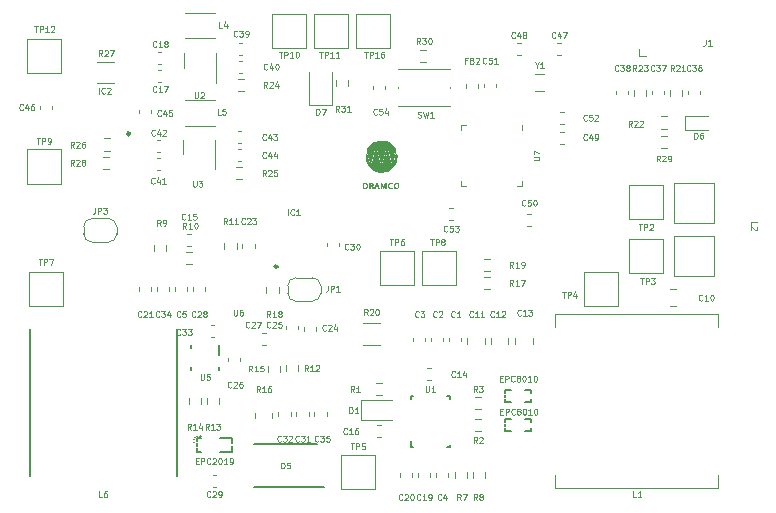
<source format=gbr>
%TF.GenerationSoftware,KiCad,Pcbnew,7.0.1*%
%TF.CreationDate,2024-08-13T13:18:48+02:00*%
%TF.ProjectId,driver_prereg_combined,64726976-6572-45f7-9072-657265675f63,rev?*%
%TF.SameCoordinates,Original*%
%TF.FileFunction,Legend,Top*%
%TF.FilePolarity,Positive*%
%FSLAX46Y46*%
G04 Gerber Fmt 4.6, Leading zero omitted, Abs format (unit mm)*
G04 Created by KiCad (PCBNEW 7.0.1) date 2024-08-13 13:18:48*
%MOMM*%
%LPD*%
G01*
G04 APERTURE LIST*
%ADD10C,0.125000*%
%ADD11C,0.100000*%
%ADD12C,0.120000*%
%ADD13C,0.200000*%
%ADD14C,0.250000*%
%ADD15C,0.127000*%
%ADD16C,0.010000*%
G04 APERTURE END LIST*
D10*
%TO.C,R28*%
X122233571Y-98529309D02*
X122066905Y-98291214D01*
X121947857Y-98529309D02*
X121947857Y-98029309D01*
X121947857Y-98029309D02*
X122138333Y-98029309D01*
X122138333Y-98029309D02*
X122185952Y-98053119D01*
X122185952Y-98053119D02*
X122209762Y-98076928D01*
X122209762Y-98076928D02*
X122233571Y-98124547D01*
X122233571Y-98124547D02*
X122233571Y-98195976D01*
X122233571Y-98195976D02*
X122209762Y-98243595D01*
X122209762Y-98243595D02*
X122185952Y-98267404D01*
X122185952Y-98267404D02*
X122138333Y-98291214D01*
X122138333Y-98291214D02*
X121947857Y-98291214D01*
X122424048Y-98076928D02*
X122447857Y-98053119D01*
X122447857Y-98053119D02*
X122495476Y-98029309D01*
X122495476Y-98029309D02*
X122614524Y-98029309D01*
X122614524Y-98029309D02*
X122662143Y-98053119D01*
X122662143Y-98053119D02*
X122685952Y-98076928D01*
X122685952Y-98076928D02*
X122709762Y-98124547D01*
X122709762Y-98124547D02*
X122709762Y-98172166D01*
X122709762Y-98172166D02*
X122685952Y-98243595D01*
X122685952Y-98243595D02*
X122400238Y-98529309D01*
X122400238Y-98529309D02*
X122709762Y-98529309D01*
X122995476Y-98243595D02*
X122947857Y-98219785D01*
X122947857Y-98219785D02*
X122924047Y-98195976D01*
X122924047Y-98195976D02*
X122900238Y-98148357D01*
X122900238Y-98148357D02*
X122900238Y-98124547D01*
X122900238Y-98124547D02*
X122924047Y-98076928D01*
X122924047Y-98076928D02*
X122947857Y-98053119D01*
X122947857Y-98053119D02*
X122995476Y-98029309D01*
X122995476Y-98029309D02*
X123090714Y-98029309D01*
X123090714Y-98029309D02*
X123138333Y-98053119D01*
X123138333Y-98053119D02*
X123162142Y-98076928D01*
X123162142Y-98076928D02*
X123185952Y-98124547D01*
X123185952Y-98124547D02*
X123185952Y-98148357D01*
X123185952Y-98148357D02*
X123162142Y-98195976D01*
X123162142Y-98195976D02*
X123138333Y-98219785D01*
X123138333Y-98219785D02*
X123090714Y-98243595D01*
X123090714Y-98243595D02*
X122995476Y-98243595D01*
X122995476Y-98243595D02*
X122947857Y-98267404D01*
X122947857Y-98267404D02*
X122924047Y-98291214D01*
X122924047Y-98291214D02*
X122900238Y-98338833D01*
X122900238Y-98338833D02*
X122900238Y-98434071D01*
X122900238Y-98434071D02*
X122924047Y-98481690D01*
X122924047Y-98481690D02*
X122947857Y-98505500D01*
X122947857Y-98505500D02*
X122995476Y-98529309D01*
X122995476Y-98529309D02*
X123090714Y-98529309D01*
X123090714Y-98529309D02*
X123138333Y-98505500D01*
X123138333Y-98505500D02*
X123162142Y-98481690D01*
X123162142Y-98481690D02*
X123185952Y-98434071D01*
X123185952Y-98434071D02*
X123185952Y-98338833D01*
X123185952Y-98338833D02*
X123162142Y-98291214D01*
X123162142Y-98291214D02*
X123138333Y-98267404D01*
X123138333Y-98267404D02*
X123090714Y-98243595D01*
%TO.C,R18*%
X138870571Y-111356309D02*
X138703905Y-111118214D01*
X138584857Y-111356309D02*
X138584857Y-110856309D01*
X138584857Y-110856309D02*
X138775333Y-110856309D01*
X138775333Y-110856309D02*
X138822952Y-110880119D01*
X138822952Y-110880119D02*
X138846762Y-110903928D01*
X138846762Y-110903928D02*
X138870571Y-110951547D01*
X138870571Y-110951547D02*
X138870571Y-111022976D01*
X138870571Y-111022976D02*
X138846762Y-111070595D01*
X138846762Y-111070595D02*
X138822952Y-111094404D01*
X138822952Y-111094404D02*
X138775333Y-111118214D01*
X138775333Y-111118214D02*
X138584857Y-111118214D01*
X139346762Y-111356309D02*
X139061048Y-111356309D01*
X139203905Y-111356309D02*
X139203905Y-110856309D01*
X139203905Y-110856309D02*
X139156286Y-110927738D01*
X139156286Y-110927738D02*
X139108667Y-110975357D01*
X139108667Y-110975357D02*
X139061048Y-110999166D01*
X139632476Y-111070595D02*
X139584857Y-111046785D01*
X139584857Y-111046785D02*
X139561047Y-111022976D01*
X139561047Y-111022976D02*
X139537238Y-110975357D01*
X139537238Y-110975357D02*
X139537238Y-110951547D01*
X139537238Y-110951547D02*
X139561047Y-110903928D01*
X139561047Y-110903928D02*
X139584857Y-110880119D01*
X139584857Y-110880119D02*
X139632476Y-110856309D01*
X139632476Y-110856309D02*
X139727714Y-110856309D01*
X139727714Y-110856309D02*
X139775333Y-110880119D01*
X139775333Y-110880119D02*
X139799142Y-110903928D01*
X139799142Y-110903928D02*
X139822952Y-110951547D01*
X139822952Y-110951547D02*
X139822952Y-110975357D01*
X139822952Y-110975357D02*
X139799142Y-111022976D01*
X139799142Y-111022976D02*
X139775333Y-111046785D01*
X139775333Y-111046785D02*
X139727714Y-111070595D01*
X139727714Y-111070595D02*
X139632476Y-111070595D01*
X139632476Y-111070595D02*
X139584857Y-111094404D01*
X139584857Y-111094404D02*
X139561047Y-111118214D01*
X139561047Y-111118214D02*
X139537238Y-111165833D01*
X139537238Y-111165833D02*
X139537238Y-111261071D01*
X139537238Y-111261071D02*
X139561047Y-111308690D01*
X139561047Y-111308690D02*
X139584857Y-111332500D01*
X139584857Y-111332500D02*
X139632476Y-111356309D01*
X139632476Y-111356309D02*
X139727714Y-111356309D01*
X139727714Y-111356309D02*
X139775333Y-111332500D01*
X139775333Y-111332500D02*
X139799142Y-111308690D01*
X139799142Y-111308690D02*
X139822952Y-111261071D01*
X139822952Y-111261071D02*
X139822952Y-111165833D01*
X139822952Y-111165833D02*
X139799142Y-111118214D01*
X139799142Y-111118214D02*
X139775333Y-111094404D01*
X139775333Y-111094404D02*
X139727714Y-111070595D01*
%TO.C,R23*%
X169858571Y-90528309D02*
X169691905Y-90290214D01*
X169572857Y-90528309D02*
X169572857Y-90028309D01*
X169572857Y-90028309D02*
X169763333Y-90028309D01*
X169763333Y-90028309D02*
X169810952Y-90052119D01*
X169810952Y-90052119D02*
X169834762Y-90075928D01*
X169834762Y-90075928D02*
X169858571Y-90123547D01*
X169858571Y-90123547D02*
X169858571Y-90194976D01*
X169858571Y-90194976D02*
X169834762Y-90242595D01*
X169834762Y-90242595D02*
X169810952Y-90266404D01*
X169810952Y-90266404D02*
X169763333Y-90290214D01*
X169763333Y-90290214D02*
X169572857Y-90290214D01*
X170049048Y-90075928D02*
X170072857Y-90052119D01*
X170072857Y-90052119D02*
X170120476Y-90028309D01*
X170120476Y-90028309D02*
X170239524Y-90028309D01*
X170239524Y-90028309D02*
X170287143Y-90052119D01*
X170287143Y-90052119D02*
X170310952Y-90075928D01*
X170310952Y-90075928D02*
X170334762Y-90123547D01*
X170334762Y-90123547D02*
X170334762Y-90171166D01*
X170334762Y-90171166D02*
X170310952Y-90242595D01*
X170310952Y-90242595D02*
X170025238Y-90528309D01*
X170025238Y-90528309D02*
X170334762Y-90528309D01*
X170501428Y-90028309D02*
X170810952Y-90028309D01*
X170810952Y-90028309D02*
X170644285Y-90218785D01*
X170644285Y-90218785D02*
X170715714Y-90218785D01*
X170715714Y-90218785D02*
X170763333Y-90242595D01*
X170763333Y-90242595D02*
X170787142Y-90266404D01*
X170787142Y-90266404D02*
X170810952Y-90314023D01*
X170810952Y-90314023D02*
X170810952Y-90433071D01*
X170810952Y-90433071D02*
X170787142Y-90480690D01*
X170787142Y-90480690D02*
X170763333Y-90504500D01*
X170763333Y-90504500D02*
X170715714Y-90528309D01*
X170715714Y-90528309D02*
X170572857Y-90528309D01*
X170572857Y-90528309D02*
X170525238Y-90504500D01*
X170525238Y-90504500D02*
X170501428Y-90480690D01*
%TO.C,U1*%
X152019047Y-117206309D02*
X152019047Y-117611071D01*
X152019047Y-117611071D02*
X152042857Y-117658690D01*
X152042857Y-117658690D02*
X152066666Y-117682500D01*
X152066666Y-117682500D02*
X152114285Y-117706309D01*
X152114285Y-117706309D02*
X152209523Y-117706309D01*
X152209523Y-117706309D02*
X152257142Y-117682500D01*
X152257142Y-117682500D02*
X152280952Y-117658690D01*
X152280952Y-117658690D02*
X152304761Y-117611071D01*
X152304761Y-117611071D02*
X152304761Y-117206309D01*
X152804762Y-117706309D02*
X152519048Y-117706309D01*
X152661905Y-117706309D02*
X152661905Y-117206309D01*
X152661905Y-117206309D02*
X152614286Y-117277738D01*
X152614286Y-117277738D02*
X152566667Y-117325357D01*
X152566667Y-117325357D02*
X152519048Y-117349166D01*
X152019047Y-117206309D02*
X152019047Y-117611071D01*
X152019047Y-117611071D02*
X152042857Y-117658690D01*
X152042857Y-117658690D02*
X152066666Y-117682500D01*
X152066666Y-117682500D02*
X152114285Y-117706309D01*
X152114285Y-117706309D02*
X152209523Y-117706309D01*
X152209523Y-117706309D02*
X152257142Y-117682500D01*
X152257142Y-117682500D02*
X152280952Y-117658690D01*
X152280952Y-117658690D02*
X152304761Y-117611071D01*
X152304761Y-117611071D02*
X152304761Y-117206309D01*
X152804762Y-117706309D02*
X152519048Y-117706309D01*
X152661905Y-117706309D02*
X152661905Y-117206309D01*
X152661905Y-117206309D02*
X152614286Y-117277738D01*
X152614286Y-117277738D02*
X152566667Y-117325357D01*
X152566667Y-117325357D02*
X152519048Y-117349166D01*
%TO.C,D6*%
X174763952Y-96243309D02*
X174763952Y-95743309D01*
X174763952Y-95743309D02*
X174883000Y-95743309D01*
X174883000Y-95743309D02*
X174954428Y-95767119D01*
X174954428Y-95767119D02*
X175002047Y-95814738D01*
X175002047Y-95814738D02*
X175025857Y-95862357D01*
X175025857Y-95862357D02*
X175049666Y-95957595D01*
X175049666Y-95957595D02*
X175049666Y-96029023D01*
X175049666Y-96029023D02*
X175025857Y-96124261D01*
X175025857Y-96124261D02*
X175002047Y-96171880D01*
X175002047Y-96171880D02*
X174954428Y-96219500D01*
X174954428Y-96219500D02*
X174883000Y-96243309D01*
X174883000Y-96243309D02*
X174763952Y-96243309D01*
X175478238Y-95743309D02*
X175383000Y-95743309D01*
X175383000Y-95743309D02*
X175335381Y-95767119D01*
X175335381Y-95767119D02*
X175311571Y-95790928D01*
X175311571Y-95790928D02*
X175263952Y-95862357D01*
X175263952Y-95862357D02*
X175240143Y-95957595D01*
X175240143Y-95957595D02*
X175240143Y-96148071D01*
X175240143Y-96148071D02*
X175263952Y-96195690D01*
X175263952Y-96195690D02*
X175287762Y-96219500D01*
X175287762Y-96219500D02*
X175335381Y-96243309D01*
X175335381Y-96243309D02*
X175430619Y-96243309D01*
X175430619Y-96243309D02*
X175478238Y-96219500D01*
X175478238Y-96219500D02*
X175502047Y-96195690D01*
X175502047Y-96195690D02*
X175525857Y-96148071D01*
X175525857Y-96148071D02*
X175525857Y-96029023D01*
X175525857Y-96029023D02*
X175502047Y-95981404D01*
X175502047Y-95981404D02*
X175478238Y-95957595D01*
X175478238Y-95957595D02*
X175430619Y-95933785D01*
X175430619Y-95933785D02*
X175335381Y-95933785D01*
X175335381Y-95933785D02*
X175287762Y-95957595D01*
X175287762Y-95957595D02*
X175263952Y-95981404D01*
X175263952Y-95981404D02*
X175240143Y-96029023D01*
%TO.C,R7*%
X154983666Y-126850309D02*
X154817000Y-126612214D01*
X154697952Y-126850309D02*
X154697952Y-126350309D01*
X154697952Y-126350309D02*
X154888428Y-126350309D01*
X154888428Y-126350309D02*
X154936047Y-126374119D01*
X154936047Y-126374119D02*
X154959857Y-126397928D01*
X154959857Y-126397928D02*
X154983666Y-126445547D01*
X154983666Y-126445547D02*
X154983666Y-126516976D01*
X154983666Y-126516976D02*
X154959857Y-126564595D01*
X154959857Y-126564595D02*
X154936047Y-126588404D01*
X154936047Y-126588404D02*
X154888428Y-126612214D01*
X154888428Y-126612214D02*
X154697952Y-126612214D01*
X155150333Y-126350309D02*
X155483666Y-126350309D01*
X155483666Y-126350309D02*
X155269381Y-126850309D01*
%TO.C,L1*%
X169842666Y-126596309D02*
X169604571Y-126596309D01*
X169604571Y-126596309D02*
X169604571Y-126096309D01*
X170271238Y-126596309D02*
X169985524Y-126596309D01*
X170128381Y-126596309D02*
X170128381Y-126096309D01*
X170128381Y-126096309D02*
X170080762Y-126167738D01*
X170080762Y-126167738D02*
X170033143Y-126215357D01*
X170033143Y-126215357D02*
X169985524Y-126239166D01*
%TO.C,C21*%
X127948571Y-111308690D02*
X127924762Y-111332500D01*
X127924762Y-111332500D02*
X127853333Y-111356309D01*
X127853333Y-111356309D02*
X127805714Y-111356309D01*
X127805714Y-111356309D02*
X127734286Y-111332500D01*
X127734286Y-111332500D02*
X127686667Y-111284880D01*
X127686667Y-111284880D02*
X127662857Y-111237261D01*
X127662857Y-111237261D02*
X127639048Y-111142023D01*
X127639048Y-111142023D02*
X127639048Y-111070595D01*
X127639048Y-111070595D02*
X127662857Y-110975357D01*
X127662857Y-110975357D02*
X127686667Y-110927738D01*
X127686667Y-110927738D02*
X127734286Y-110880119D01*
X127734286Y-110880119D02*
X127805714Y-110856309D01*
X127805714Y-110856309D02*
X127853333Y-110856309D01*
X127853333Y-110856309D02*
X127924762Y-110880119D01*
X127924762Y-110880119D02*
X127948571Y-110903928D01*
X128139048Y-110903928D02*
X128162857Y-110880119D01*
X128162857Y-110880119D02*
X128210476Y-110856309D01*
X128210476Y-110856309D02*
X128329524Y-110856309D01*
X128329524Y-110856309D02*
X128377143Y-110880119D01*
X128377143Y-110880119D02*
X128400952Y-110903928D01*
X128400952Y-110903928D02*
X128424762Y-110951547D01*
X128424762Y-110951547D02*
X128424762Y-110999166D01*
X128424762Y-110999166D02*
X128400952Y-111070595D01*
X128400952Y-111070595D02*
X128115238Y-111356309D01*
X128115238Y-111356309D02*
X128424762Y-111356309D01*
X128900952Y-111356309D02*
X128615238Y-111356309D01*
X128758095Y-111356309D02*
X128758095Y-110856309D01*
X128758095Y-110856309D02*
X128710476Y-110927738D01*
X128710476Y-110927738D02*
X128662857Y-110975357D01*
X128662857Y-110975357D02*
X128615238Y-110999166D01*
%TO.C,C26*%
X135568571Y-117277690D02*
X135544762Y-117301500D01*
X135544762Y-117301500D02*
X135473333Y-117325309D01*
X135473333Y-117325309D02*
X135425714Y-117325309D01*
X135425714Y-117325309D02*
X135354286Y-117301500D01*
X135354286Y-117301500D02*
X135306667Y-117253880D01*
X135306667Y-117253880D02*
X135282857Y-117206261D01*
X135282857Y-117206261D02*
X135259048Y-117111023D01*
X135259048Y-117111023D02*
X135259048Y-117039595D01*
X135259048Y-117039595D02*
X135282857Y-116944357D01*
X135282857Y-116944357D02*
X135306667Y-116896738D01*
X135306667Y-116896738D02*
X135354286Y-116849119D01*
X135354286Y-116849119D02*
X135425714Y-116825309D01*
X135425714Y-116825309D02*
X135473333Y-116825309D01*
X135473333Y-116825309D02*
X135544762Y-116849119D01*
X135544762Y-116849119D02*
X135568571Y-116872928D01*
X135759048Y-116872928D02*
X135782857Y-116849119D01*
X135782857Y-116849119D02*
X135830476Y-116825309D01*
X135830476Y-116825309D02*
X135949524Y-116825309D01*
X135949524Y-116825309D02*
X135997143Y-116849119D01*
X135997143Y-116849119D02*
X136020952Y-116872928D01*
X136020952Y-116872928D02*
X136044762Y-116920547D01*
X136044762Y-116920547D02*
X136044762Y-116968166D01*
X136044762Y-116968166D02*
X136020952Y-117039595D01*
X136020952Y-117039595D02*
X135735238Y-117325309D01*
X135735238Y-117325309D02*
X136044762Y-117325309D01*
X136473333Y-116825309D02*
X136378095Y-116825309D01*
X136378095Y-116825309D02*
X136330476Y-116849119D01*
X136330476Y-116849119D02*
X136306666Y-116872928D01*
X136306666Y-116872928D02*
X136259047Y-116944357D01*
X136259047Y-116944357D02*
X136235238Y-117039595D01*
X136235238Y-117039595D02*
X136235238Y-117230071D01*
X136235238Y-117230071D02*
X136259047Y-117277690D01*
X136259047Y-117277690D02*
X136282857Y-117301500D01*
X136282857Y-117301500D02*
X136330476Y-117325309D01*
X136330476Y-117325309D02*
X136425714Y-117325309D01*
X136425714Y-117325309D02*
X136473333Y-117301500D01*
X136473333Y-117301500D02*
X136497142Y-117277690D01*
X136497142Y-117277690D02*
X136520952Y-117230071D01*
X136520952Y-117230071D02*
X136520952Y-117111023D01*
X136520952Y-117111023D02*
X136497142Y-117063404D01*
X136497142Y-117063404D02*
X136473333Y-117039595D01*
X136473333Y-117039595D02*
X136425714Y-117015785D01*
X136425714Y-117015785D02*
X136330476Y-117015785D01*
X136330476Y-117015785D02*
X136282857Y-117039595D01*
X136282857Y-117039595D02*
X136259047Y-117063404D01*
X136259047Y-117063404D02*
X136235238Y-117111023D01*
%TO.C,C25*%
X138870571Y-112197690D02*
X138846762Y-112221500D01*
X138846762Y-112221500D02*
X138775333Y-112245309D01*
X138775333Y-112245309D02*
X138727714Y-112245309D01*
X138727714Y-112245309D02*
X138656286Y-112221500D01*
X138656286Y-112221500D02*
X138608667Y-112173880D01*
X138608667Y-112173880D02*
X138584857Y-112126261D01*
X138584857Y-112126261D02*
X138561048Y-112031023D01*
X138561048Y-112031023D02*
X138561048Y-111959595D01*
X138561048Y-111959595D02*
X138584857Y-111864357D01*
X138584857Y-111864357D02*
X138608667Y-111816738D01*
X138608667Y-111816738D02*
X138656286Y-111769119D01*
X138656286Y-111769119D02*
X138727714Y-111745309D01*
X138727714Y-111745309D02*
X138775333Y-111745309D01*
X138775333Y-111745309D02*
X138846762Y-111769119D01*
X138846762Y-111769119D02*
X138870571Y-111792928D01*
X139061048Y-111792928D02*
X139084857Y-111769119D01*
X139084857Y-111769119D02*
X139132476Y-111745309D01*
X139132476Y-111745309D02*
X139251524Y-111745309D01*
X139251524Y-111745309D02*
X139299143Y-111769119D01*
X139299143Y-111769119D02*
X139322952Y-111792928D01*
X139322952Y-111792928D02*
X139346762Y-111840547D01*
X139346762Y-111840547D02*
X139346762Y-111888166D01*
X139346762Y-111888166D02*
X139322952Y-111959595D01*
X139322952Y-111959595D02*
X139037238Y-112245309D01*
X139037238Y-112245309D02*
X139346762Y-112245309D01*
X139799142Y-111745309D02*
X139561047Y-111745309D01*
X139561047Y-111745309D02*
X139537238Y-111983404D01*
X139537238Y-111983404D02*
X139561047Y-111959595D01*
X139561047Y-111959595D02*
X139608666Y-111935785D01*
X139608666Y-111935785D02*
X139727714Y-111935785D01*
X139727714Y-111935785D02*
X139775333Y-111959595D01*
X139775333Y-111959595D02*
X139799142Y-111983404D01*
X139799142Y-111983404D02*
X139822952Y-112031023D01*
X139822952Y-112031023D02*
X139822952Y-112150071D01*
X139822952Y-112150071D02*
X139799142Y-112197690D01*
X139799142Y-112197690D02*
X139775333Y-112221500D01*
X139775333Y-112221500D02*
X139727714Y-112245309D01*
X139727714Y-112245309D02*
X139608666Y-112245309D01*
X139608666Y-112245309D02*
X139561047Y-112221500D01*
X139561047Y-112221500D02*
X139537238Y-112197690D01*
%TO.C,TP3*%
X170184048Y-108062309D02*
X170469762Y-108062309D01*
X170326905Y-108562309D02*
X170326905Y-108062309D01*
X170636428Y-108562309D02*
X170636428Y-108062309D01*
X170636428Y-108062309D02*
X170826904Y-108062309D01*
X170826904Y-108062309D02*
X170874523Y-108086119D01*
X170874523Y-108086119D02*
X170898333Y-108109928D01*
X170898333Y-108109928D02*
X170922142Y-108157547D01*
X170922142Y-108157547D02*
X170922142Y-108228976D01*
X170922142Y-108228976D02*
X170898333Y-108276595D01*
X170898333Y-108276595D02*
X170874523Y-108300404D01*
X170874523Y-108300404D02*
X170826904Y-108324214D01*
X170826904Y-108324214D02*
X170636428Y-108324214D01*
X171088809Y-108062309D02*
X171398333Y-108062309D01*
X171398333Y-108062309D02*
X171231666Y-108252785D01*
X171231666Y-108252785D02*
X171303095Y-108252785D01*
X171303095Y-108252785D02*
X171350714Y-108276595D01*
X171350714Y-108276595D02*
X171374523Y-108300404D01*
X171374523Y-108300404D02*
X171398333Y-108348023D01*
X171398333Y-108348023D02*
X171398333Y-108467071D01*
X171398333Y-108467071D02*
X171374523Y-108514690D01*
X171374523Y-108514690D02*
X171350714Y-108538500D01*
X171350714Y-108538500D02*
X171303095Y-108562309D01*
X171303095Y-108562309D02*
X171160238Y-108562309D01*
X171160238Y-108562309D02*
X171112619Y-108538500D01*
X171112619Y-108538500D02*
X171088809Y-108514690D01*
%TO.C,R10*%
X131758571Y-103863309D02*
X131591905Y-103625214D01*
X131472857Y-103863309D02*
X131472857Y-103363309D01*
X131472857Y-103363309D02*
X131663333Y-103363309D01*
X131663333Y-103363309D02*
X131710952Y-103387119D01*
X131710952Y-103387119D02*
X131734762Y-103410928D01*
X131734762Y-103410928D02*
X131758571Y-103458547D01*
X131758571Y-103458547D02*
X131758571Y-103529976D01*
X131758571Y-103529976D02*
X131734762Y-103577595D01*
X131734762Y-103577595D02*
X131710952Y-103601404D01*
X131710952Y-103601404D02*
X131663333Y-103625214D01*
X131663333Y-103625214D02*
X131472857Y-103625214D01*
X132234762Y-103863309D02*
X131949048Y-103863309D01*
X132091905Y-103863309D02*
X132091905Y-103363309D01*
X132091905Y-103363309D02*
X132044286Y-103434738D01*
X132044286Y-103434738D02*
X131996667Y-103482357D01*
X131996667Y-103482357D02*
X131949048Y-103506166D01*
X132544285Y-103363309D02*
X132591904Y-103363309D01*
X132591904Y-103363309D02*
X132639523Y-103387119D01*
X132639523Y-103387119D02*
X132663333Y-103410928D01*
X132663333Y-103410928D02*
X132687142Y-103458547D01*
X132687142Y-103458547D02*
X132710952Y-103553785D01*
X132710952Y-103553785D02*
X132710952Y-103672833D01*
X132710952Y-103672833D02*
X132687142Y-103768071D01*
X132687142Y-103768071D02*
X132663333Y-103815690D01*
X132663333Y-103815690D02*
X132639523Y-103839500D01*
X132639523Y-103839500D02*
X132591904Y-103863309D01*
X132591904Y-103863309D02*
X132544285Y-103863309D01*
X132544285Y-103863309D02*
X132496666Y-103839500D01*
X132496666Y-103839500D02*
X132472857Y-103815690D01*
X132472857Y-103815690D02*
X132449047Y-103768071D01*
X132449047Y-103768071D02*
X132425238Y-103672833D01*
X132425238Y-103672833D02*
X132425238Y-103553785D01*
X132425238Y-103553785D02*
X132449047Y-103458547D01*
X132449047Y-103458547D02*
X132472857Y-103410928D01*
X132472857Y-103410928D02*
X132496666Y-103387119D01*
X132496666Y-103387119D02*
X132544285Y-103363309D01*
%TO.C,C52*%
X165667571Y-94671690D02*
X165643762Y-94695500D01*
X165643762Y-94695500D02*
X165572333Y-94719309D01*
X165572333Y-94719309D02*
X165524714Y-94719309D01*
X165524714Y-94719309D02*
X165453286Y-94695500D01*
X165453286Y-94695500D02*
X165405667Y-94647880D01*
X165405667Y-94647880D02*
X165381857Y-94600261D01*
X165381857Y-94600261D02*
X165358048Y-94505023D01*
X165358048Y-94505023D02*
X165358048Y-94433595D01*
X165358048Y-94433595D02*
X165381857Y-94338357D01*
X165381857Y-94338357D02*
X165405667Y-94290738D01*
X165405667Y-94290738D02*
X165453286Y-94243119D01*
X165453286Y-94243119D02*
X165524714Y-94219309D01*
X165524714Y-94219309D02*
X165572333Y-94219309D01*
X165572333Y-94219309D02*
X165643762Y-94243119D01*
X165643762Y-94243119D02*
X165667571Y-94266928D01*
X166119952Y-94219309D02*
X165881857Y-94219309D01*
X165881857Y-94219309D02*
X165858048Y-94457404D01*
X165858048Y-94457404D02*
X165881857Y-94433595D01*
X165881857Y-94433595D02*
X165929476Y-94409785D01*
X165929476Y-94409785D02*
X166048524Y-94409785D01*
X166048524Y-94409785D02*
X166096143Y-94433595D01*
X166096143Y-94433595D02*
X166119952Y-94457404D01*
X166119952Y-94457404D02*
X166143762Y-94505023D01*
X166143762Y-94505023D02*
X166143762Y-94624071D01*
X166143762Y-94624071D02*
X166119952Y-94671690D01*
X166119952Y-94671690D02*
X166096143Y-94695500D01*
X166096143Y-94695500D02*
X166048524Y-94719309D01*
X166048524Y-94719309D02*
X165929476Y-94719309D01*
X165929476Y-94719309D02*
X165881857Y-94695500D01*
X165881857Y-94695500D02*
X165858048Y-94671690D01*
X166334238Y-94266928D02*
X166358047Y-94243119D01*
X166358047Y-94243119D02*
X166405666Y-94219309D01*
X166405666Y-94219309D02*
X166524714Y-94219309D01*
X166524714Y-94219309D02*
X166572333Y-94243119D01*
X166572333Y-94243119D02*
X166596142Y-94266928D01*
X166596142Y-94266928D02*
X166619952Y-94314547D01*
X166619952Y-94314547D02*
X166619952Y-94362166D01*
X166619952Y-94362166D02*
X166596142Y-94433595D01*
X166596142Y-94433595D02*
X166310428Y-94719309D01*
X166310428Y-94719309D02*
X166619952Y-94719309D01*
%TO.C,C18*%
X129218571Y-88448690D02*
X129194762Y-88472500D01*
X129194762Y-88472500D02*
X129123333Y-88496309D01*
X129123333Y-88496309D02*
X129075714Y-88496309D01*
X129075714Y-88496309D02*
X129004286Y-88472500D01*
X129004286Y-88472500D02*
X128956667Y-88424880D01*
X128956667Y-88424880D02*
X128932857Y-88377261D01*
X128932857Y-88377261D02*
X128909048Y-88282023D01*
X128909048Y-88282023D02*
X128909048Y-88210595D01*
X128909048Y-88210595D02*
X128932857Y-88115357D01*
X128932857Y-88115357D02*
X128956667Y-88067738D01*
X128956667Y-88067738D02*
X129004286Y-88020119D01*
X129004286Y-88020119D02*
X129075714Y-87996309D01*
X129075714Y-87996309D02*
X129123333Y-87996309D01*
X129123333Y-87996309D02*
X129194762Y-88020119D01*
X129194762Y-88020119D02*
X129218571Y-88043928D01*
X129694762Y-88496309D02*
X129409048Y-88496309D01*
X129551905Y-88496309D02*
X129551905Y-87996309D01*
X129551905Y-87996309D02*
X129504286Y-88067738D01*
X129504286Y-88067738D02*
X129456667Y-88115357D01*
X129456667Y-88115357D02*
X129409048Y-88139166D01*
X129980476Y-88210595D02*
X129932857Y-88186785D01*
X129932857Y-88186785D02*
X129909047Y-88162976D01*
X129909047Y-88162976D02*
X129885238Y-88115357D01*
X129885238Y-88115357D02*
X129885238Y-88091547D01*
X129885238Y-88091547D02*
X129909047Y-88043928D01*
X129909047Y-88043928D02*
X129932857Y-88020119D01*
X129932857Y-88020119D02*
X129980476Y-87996309D01*
X129980476Y-87996309D02*
X130075714Y-87996309D01*
X130075714Y-87996309D02*
X130123333Y-88020119D01*
X130123333Y-88020119D02*
X130147142Y-88043928D01*
X130147142Y-88043928D02*
X130170952Y-88091547D01*
X130170952Y-88091547D02*
X130170952Y-88115357D01*
X130170952Y-88115357D02*
X130147142Y-88162976D01*
X130147142Y-88162976D02*
X130123333Y-88186785D01*
X130123333Y-88186785D02*
X130075714Y-88210595D01*
X130075714Y-88210595D02*
X129980476Y-88210595D01*
X129980476Y-88210595D02*
X129932857Y-88234404D01*
X129932857Y-88234404D02*
X129909047Y-88258214D01*
X129909047Y-88258214D02*
X129885238Y-88305833D01*
X129885238Y-88305833D02*
X129885238Y-88401071D01*
X129885238Y-88401071D02*
X129909047Y-88448690D01*
X129909047Y-88448690D02*
X129932857Y-88472500D01*
X129932857Y-88472500D02*
X129980476Y-88496309D01*
X129980476Y-88496309D02*
X130075714Y-88496309D01*
X130075714Y-88496309D02*
X130123333Y-88472500D01*
X130123333Y-88472500D02*
X130147142Y-88448690D01*
X130147142Y-88448690D02*
X130170952Y-88401071D01*
X130170952Y-88401071D02*
X130170952Y-88305833D01*
X130170952Y-88305833D02*
X130147142Y-88258214D01*
X130147142Y-88258214D02*
X130123333Y-88234404D01*
X130123333Y-88234404D02*
X130075714Y-88210595D01*
%TO.C,C5*%
X131234666Y-111308690D02*
X131210857Y-111332500D01*
X131210857Y-111332500D02*
X131139428Y-111356309D01*
X131139428Y-111356309D02*
X131091809Y-111356309D01*
X131091809Y-111356309D02*
X131020381Y-111332500D01*
X131020381Y-111332500D02*
X130972762Y-111284880D01*
X130972762Y-111284880D02*
X130948952Y-111237261D01*
X130948952Y-111237261D02*
X130925143Y-111142023D01*
X130925143Y-111142023D02*
X130925143Y-111070595D01*
X130925143Y-111070595D02*
X130948952Y-110975357D01*
X130948952Y-110975357D02*
X130972762Y-110927738D01*
X130972762Y-110927738D02*
X131020381Y-110880119D01*
X131020381Y-110880119D02*
X131091809Y-110856309D01*
X131091809Y-110856309D02*
X131139428Y-110856309D01*
X131139428Y-110856309D02*
X131210857Y-110880119D01*
X131210857Y-110880119D02*
X131234666Y-110903928D01*
X131687047Y-110856309D02*
X131448952Y-110856309D01*
X131448952Y-110856309D02*
X131425143Y-111094404D01*
X131425143Y-111094404D02*
X131448952Y-111070595D01*
X131448952Y-111070595D02*
X131496571Y-111046785D01*
X131496571Y-111046785D02*
X131615619Y-111046785D01*
X131615619Y-111046785D02*
X131663238Y-111070595D01*
X131663238Y-111070595D02*
X131687047Y-111094404D01*
X131687047Y-111094404D02*
X131710857Y-111142023D01*
X131710857Y-111142023D02*
X131710857Y-111261071D01*
X131710857Y-111261071D02*
X131687047Y-111308690D01*
X131687047Y-111308690D02*
X131663238Y-111332500D01*
X131663238Y-111332500D02*
X131615619Y-111356309D01*
X131615619Y-111356309D02*
X131496571Y-111356309D01*
X131496571Y-111356309D02*
X131448952Y-111332500D01*
X131448952Y-111332500D02*
X131425143Y-111308690D01*
%TO.C,C39*%
X136076571Y-87559690D02*
X136052762Y-87583500D01*
X136052762Y-87583500D02*
X135981333Y-87607309D01*
X135981333Y-87607309D02*
X135933714Y-87607309D01*
X135933714Y-87607309D02*
X135862286Y-87583500D01*
X135862286Y-87583500D02*
X135814667Y-87535880D01*
X135814667Y-87535880D02*
X135790857Y-87488261D01*
X135790857Y-87488261D02*
X135767048Y-87393023D01*
X135767048Y-87393023D02*
X135767048Y-87321595D01*
X135767048Y-87321595D02*
X135790857Y-87226357D01*
X135790857Y-87226357D02*
X135814667Y-87178738D01*
X135814667Y-87178738D02*
X135862286Y-87131119D01*
X135862286Y-87131119D02*
X135933714Y-87107309D01*
X135933714Y-87107309D02*
X135981333Y-87107309D01*
X135981333Y-87107309D02*
X136052762Y-87131119D01*
X136052762Y-87131119D02*
X136076571Y-87154928D01*
X136243238Y-87107309D02*
X136552762Y-87107309D01*
X136552762Y-87107309D02*
X136386095Y-87297785D01*
X136386095Y-87297785D02*
X136457524Y-87297785D01*
X136457524Y-87297785D02*
X136505143Y-87321595D01*
X136505143Y-87321595D02*
X136528952Y-87345404D01*
X136528952Y-87345404D02*
X136552762Y-87393023D01*
X136552762Y-87393023D02*
X136552762Y-87512071D01*
X136552762Y-87512071D02*
X136528952Y-87559690D01*
X136528952Y-87559690D02*
X136505143Y-87583500D01*
X136505143Y-87583500D02*
X136457524Y-87607309D01*
X136457524Y-87607309D02*
X136314667Y-87607309D01*
X136314667Y-87607309D02*
X136267048Y-87583500D01*
X136267048Y-87583500D02*
X136243238Y-87559690D01*
X136790857Y-87607309D02*
X136886095Y-87607309D01*
X136886095Y-87607309D02*
X136933714Y-87583500D01*
X136933714Y-87583500D02*
X136957523Y-87559690D01*
X136957523Y-87559690D02*
X137005142Y-87488261D01*
X137005142Y-87488261D02*
X137028952Y-87393023D01*
X137028952Y-87393023D02*
X137028952Y-87202547D01*
X137028952Y-87202547D02*
X137005142Y-87154928D01*
X137005142Y-87154928D02*
X136981333Y-87131119D01*
X136981333Y-87131119D02*
X136933714Y-87107309D01*
X136933714Y-87107309D02*
X136838476Y-87107309D01*
X136838476Y-87107309D02*
X136790857Y-87131119D01*
X136790857Y-87131119D02*
X136767047Y-87154928D01*
X136767047Y-87154928D02*
X136743238Y-87202547D01*
X136743238Y-87202547D02*
X136743238Y-87321595D01*
X136743238Y-87321595D02*
X136767047Y-87369214D01*
X136767047Y-87369214D02*
X136790857Y-87393023D01*
X136790857Y-87393023D02*
X136838476Y-87416833D01*
X136838476Y-87416833D02*
X136933714Y-87416833D01*
X136933714Y-87416833D02*
X136981333Y-87393023D01*
X136981333Y-87393023D02*
X137005142Y-87369214D01*
X137005142Y-87369214D02*
X137028952Y-87321595D01*
%TO.C,IC2*%
X124352905Y-92433309D02*
X124352905Y-91933309D01*
X124876714Y-92385690D02*
X124852905Y-92409500D01*
X124852905Y-92409500D02*
X124781476Y-92433309D01*
X124781476Y-92433309D02*
X124733857Y-92433309D01*
X124733857Y-92433309D02*
X124662429Y-92409500D01*
X124662429Y-92409500D02*
X124614810Y-92361880D01*
X124614810Y-92361880D02*
X124591000Y-92314261D01*
X124591000Y-92314261D02*
X124567191Y-92219023D01*
X124567191Y-92219023D02*
X124567191Y-92147595D01*
X124567191Y-92147595D02*
X124591000Y-92052357D01*
X124591000Y-92052357D02*
X124614810Y-92004738D01*
X124614810Y-92004738D02*
X124662429Y-91957119D01*
X124662429Y-91957119D02*
X124733857Y-91933309D01*
X124733857Y-91933309D02*
X124781476Y-91933309D01*
X124781476Y-91933309D02*
X124852905Y-91957119D01*
X124852905Y-91957119D02*
X124876714Y-91980928D01*
X125067191Y-91980928D02*
X125091000Y-91957119D01*
X125091000Y-91957119D02*
X125138619Y-91933309D01*
X125138619Y-91933309D02*
X125257667Y-91933309D01*
X125257667Y-91933309D02*
X125305286Y-91957119D01*
X125305286Y-91957119D02*
X125329095Y-91980928D01*
X125329095Y-91980928D02*
X125352905Y-92028547D01*
X125352905Y-92028547D02*
X125352905Y-92076166D01*
X125352905Y-92076166D02*
X125329095Y-92147595D01*
X125329095Y-92147595D02*
X125043381Y-92433309D01*
X125043381Y-92433309D02*
X125352905Y-92433309D01*
%TO.C,C23*%
X136711571Y-103434690D02*
X136687762Y-103458500D01*
X136687762Y-103458500D02*
X136616333Y-103482309D01*
X136616333Y-103482309D02*
X136568714Y-103482309D01*
X136568714Y-103482309D02*
X136497286Y-103458500D01*
X136497286Y-103458500D02*
X136449667Y-103410880D01*
X136449667Y-103410880D02*
X136425857Y-103363261D01*
X136425857Y-103363261D02*
X136402048Y-103268023D01*
X136402048Y-103268023D02*
X136402048Y-103196595D01*
X136402048Y-103196595D02*
X136425857Y-103101357D01*
X136425857Y-103101357D02*
X136449667Y-103053738D01*
X136449667Y-103053738D02*
X136497286Y-103006119D01*
X136497286Y-103006119D02*
X136568714Y-102982309D01*
X136568714Y-102982309D02*
X136616333Y-102982309D01*
X136616333Y-102982309D02*
X136687762Y-103006119D01*
X136687762Y-103006119D02*
X136711571Y-103029928D01*
X136902048Y-103029928D02*
X136925857Y-103006119D01*
X136925857Y-103006119D02*
X136973476Y-102982309D01*
X136973476Y-102982309D02*
X137092524Y-102982309D01*
X137092524Y-102982309D02*
X137140143Y-103006119D01*
X137140143Y-103006119D02*
X137163952Y-103029928D01*
X137163952Y-103029928D02*
X137187762Y-103077547D01*
X137187762Y-103077547D02*
X137187762Y-103125166D01*
X137187762Y-103125166D02*
X137163952Y-103196595D01*
X137163952Y-103196595D02*
X136878238Y-103482309D01*
X136878238Y-103482309D02*
X137187762Y-103482309D01*
X137354428Y-102982309D02*
X137663952Y-102982309D01*
X137663952Y-102982309D02*
X137497285Y-103172785D01*
X137497285Y-103172785D02*
X137568714Y-103172785D01*
X137568714Y-103172785D02*
X137616333Y-103196595D01*
X137616333Y-103196595D02*
X137640142Y-103220404D01*
X137640142Y-103220404D02*
X137663952Y-103268023D01*
X137663952Y-103268023D02*
X137663952Y-103387071D01*
X137663952Y-103387071D02*
X137640142Y-103434690D01*
X137640142Y-103434690D02*
X137616333Y-103458500D01*
X137616333Y-103458500D02*
X137568714Y-103482309D01*
X137568714Y-103482309D02*
X137425857Y-103482309D01*
X137425857Y-103482309D02*
X137378238Y-103458500D01*
X137378238Y-103458500D02*
X137354428Y-103434690D01*
%TO.C,R24*%
X138616571Y-91925309D02*
X138449905Y-91687214D01*
X138330857Y-91925309D02*
X138330857Y-91425309D01*
X138330857Y-91425309D02*
X138521333Y-91425309D01*
X138521333Y-91425309D02*
X138568952Y-91449119D01*
X138568952Y-91449119D02*
X138592762Y-91472928D01*
X138592762Y-91472928D02*
X138616571Y-91520547D01*
X138616571Y-91520547D02*
X138616571Y-91591976D01*
X138616571Y-91591976D02*
X138592762Y-91639595D01*
X138592762Y-91639595D02*
X138568952Y-91663404D01*
X138568952Y-91663404D02*
X138521333Y-91687214D01*
X138521333Y-91687214D02*
X138330857Y-91687214D01*
X138807048Y-91472928D02*
X138830857Y-91449119D01*
X138830857Y-91449119D02*
X138878476Y-91425309D01*
X138878476Y-91425309D02*
X138997524Y-91425309D01*
X138997524Y-91425309D02*
X139045143Y-91449119D01*
X139045143Y-91449119D02*
X139068952Y-91472928D01*
X139068952Y-91472928D02*
X139092762Y-91520547D01*
X139092762Y-91520547D02*
X139092762Y-91568166D01*
X139092762Y-91568166D02*
X139068952Y-91639595D01*
X139068952Y-91639595D02*
X138783238Y-91925309D01*
X138783238Y-91925309D02*
X139092762Y-91925309D01*
X139521333Y-91591976D02*
X139521333Y-91925309D01*
X139402285Y-91401500D02*
X139283238Y-91758642D01*
X139283238Y-91758642D02*
X139592761Y-91758642D01*
%TO.C,R31*%
X144712571Y-93957309D02*
X144545905Y-93719214D01*
X144426857Y-93957309D02*
X144426857Y-93457309D01*
X144426857Y-93457309D02*
X144617333Y-93457309D01*
X144617333Y-93457309D02*
X144664952Y-93481119D01*
X144664952Y-93481119D02*
X144688762Y-93504928D01*
X144688762Y-93504928D02*
X144712571Y-93552547D01*
X144712571Y-93552547D02*
X144712571Y-93623976D01*
X144712571Y-93623976D02*
X144688762Y-93671595D01*
X144688762Y-93671595D02*
X144664952Y-93695404D01*
X144664952Y-93695404D02*
X144617333Y-93719214D01*
X144617333Y-93719214D02*
X144426857Y-93719214D01*
X144879238Y-93457309D02*
X145188762Y-93457309D01*
X145188762Y-93457309D02*
X145022095Y-93647785D01*
X145022095Y-93647785D02*
X145093524Y-93647785D01*
X145093524Y-93647785D02*
X145141143Y-93671595D01*
X145141143Y-93671595D02*
X145164952Y-93695404D01*
X145164952Y-93695404D02*
X145188762Y-93743023D01*
X145188762Y-93743023D02*
X145188762Y-93862071D01*
X145188762Y-93862071D02*
X145164952Y-93909690D01*
X145164952Y-93909690D02*
X145141143Y-93933500D01*
X145141143Y-93933500D02*
X145093524Y-93957309D01*
X145093524Y-93957309D02*
X144950667Y-93957309D01*
X144950667Y-93957309D02*
X144903048Y-93933500D01*
X144903048Y-93933500D02*
X144879238Y-93909690D01*
X145664952Y-93957309D02*
X145379238Y-93957309D01*
X145522095Y-93957309D02*
X145522095Y-93457309D01*
X145522095Y-93457309D02*
X145474476Y-93528738D01*
X145474476Y-93528738D02*
X145426857Y-93576357D01*
X145426857Y-93576357D02*
X145379238Y-93600166D01*
%TO.C,C37*%
X171382571Y-90480690D02*
X171358762Y-90504500D01*
X171358762Y-90504500D02*
X171287333Y-90528309D01*
X171287333Y-90528309D02*
X171239714Y-90528309D01*
X171239714Y-90528309D02*
X171168286Y-90504500D01*
X171168286Y-90504500D02*
X171120667Y-90456880D01*
X171120667Y-90456880D02*
X171096857Y-90409261D01*
X171096857Y-90409261D02*
X171073048Y-90314023D01*
X171073048Y-90314023D02*
X171073048Y-90242595D01*
X171073048Y-90242595D02*
X171096857Y-90147357D01*
X171096857Y-90147357D02*
X171120667Y-90099738D01*
X171120667Y-90099738D02*
X171168286Y-90052119D01*
X171168286Y-90052119D02*
X171239714Y-90028309D01*
X171239714Y-90028309D02*
X171287333Y-90028309D01*
X171287333Y-90028309D02*
X171358762Y-90052119D01*
X171358762Y-90052119D02*
X171382571Y-90075928D01*
X171549238Y-90028309D02*
X171858762Y-90028309D01*
X171858762Y-90028309D02*
X171692095Y-90218785D01*
X171692095Y-90218785D02*
X171763524Y-90218785D01*
X171763524Y-90218785D02*
X171811143Y-90242595D01*
X171811143Y-90242595D02*
X171834952Y-90266404D01*
X171834952Y-90266404D02*
X171858762Y-90314023D01*
X171858762Y-90314023D02*
X171858762Y-90433071D01*
X171858762Y-90433071D02*
X171834952Y-90480690D01*
X171834952Y-90480690D02*
X171811143Y-90504500D01*
X171811143Y-90504500D02*
X171763524Y-90528309D01*
X171763524Y-90528309D02*
X171620667Y-90528309D01*
X171620667Y-90528309D02*
X171573048Y-90504500D01*
X171573048Y-90504500D02*
X171549238Y-90480690D01*
X172025428Y-90028309D02*
X172358761Y-90028309D01*
X172358761Y-90028309D02*
X172144476Y-90528309D01*
%TO.C,IC1*%
X140354905Y-102720309D02*
X140354905Y-102220309D01*
X140878714Y-102672690D02*
X140854905Y-102696500D01*
X140854905Y-102696500D02*
X140783476Y-102720309D01*
X140783476Y-102720309D02*
X140735857Y-102720309D01*
X140735857Y-102720309D02*
X140664429Y-102696500D01*
X140664429Y-102696500D02*
X140616810Y-102648880D01*
X140616810Y-102648880D02*
X140593000Y-102601261D01*
X140593000Y-102601261D02*
X140569191Y-102506023D01*
X140569191Y-102506023D02*
X140569191Y-102434595D01*
X140569191Y-102434595D02*
X140593000Y-102339357D01*
X140593000Y-102339357D02*
X140616810Y-102291738D01*
X140616810Y-102291738D02*
X140664429Y-102244119D01*
X140664429Y-102244119D02*
X140735857Y-102220309D01*
X140735857Y-102220309D02*
X140783476Y-102220309D01*
X140783476Y-102220309D02*
X140854905Y-102244119D01*
X140854905Y-102244119D02*
X140878714Y-102267928D01*
X141354905Y-102720309D02*
X141069191Y-102720309D01*
X141212048Y-102720309D02*
X141212048Y-102220309D01*
X141212048Y-102220309D02*
X141164429Y-102291738D01*
X141164429Y-102291738D02*
X141116810Y-102339357D01*
X141116810Y-102339357D02*
X141069191Y-102363166D01*
%TO.C,R12*%
X142045571Y-115928309D02*
X141878905Y-115690214D01*
X141759857Y-115928309D02*
X141759857Y-115428309D01*
X141759857Y-115428309D02*
X141950333Y-115428309D01*
X141950333Y-115428309D02*
X141997952Y-115452119D01*
X141997952Y-115452119D02*
X142021762Y-115475928D01*
X142021762Y-115475928D02*
X142045571Y-115523547D01*
X142045571Y-115523547D02*
X142045571Y-115594976D01*
X142045571Y-115594976D02*
X142021762Y-115642595D01*
X142021762Y-115642595D02*
X141997952Y-115666404D01*
X141997952Y-115666404D02*
X141950333Y-115690214D01*
X141950333Y-115690214D02*
X141759857Y-115690214D01*
X142521762Y-115928309D02*
X142236048Y-115928309D01*
X142378905Y-115928309D02*
X142378905Y-115428309D01*
X142378905Y-115428309D02*
X142331286Y-115499738D01*
X142331286Y-115499738D02*
X142283667Y-115547357D01*
X142283667Y-115547357D02*
X142236048Y-115571166D01*
X142712238Y-115475928D02*
X142736047Y-115452119D01*
X142736047Y-115452119D02*
X142783666Y-115428309D01*
X142783666Y-115428309D02*
X142902714Y-115428309D01*
X142902714Y-115428309D02*
X142950333Y-115452119D01*
X142950333Y-115452119D02*
X142974142Y-115475928D01*
X142974142Y-115475928D02*
X142997952Y-115523547D01*
X142997952Y-115523547D02*
X142997952Y-115571166D01*
X142997952Y-115571166D02*
X142974142Y-115642595D01*
X142974142Y-115642595D02*
X142688428Y-115928309D01*
X142688428Y-115928309D02*
X142997952Y-115928309D01*
%TO.C,R29*%
X171867071Y-98181309D02*
X171700405Y-97943214D01*
X171581357Y-98181309D02*
X171581357Y-97681309D01*
X171581357Y-97681309D02*
X171771833Y-97681309D01*
X171771833Y-97681309D02*
X171819452Y-97705119D01*
X171819452Y-97705119D02*
X171843262Y-97728928D01*
X171843262Y-97728928D02*
X171867071Y-97776547D01*
X171867071Y-97776547D02*
X171867071Y-97847976D01*
X171867071Y-97847976D02*
X171843262Y-97895595D01*
X171843262Y-97895595D02*
X171819452Y-97919404D01*
X171819452Y-97919404D02*
X171771833Y-97943214D01*
X171771833Y-97943214D02*
X171581357Y-97943214D01*
X172057548Y-97728928D02*
X172081357Y-97705119D01*
X172081357Y-97705119D02*
X172128976Y-97681309D01*
X172128976Y-97681309D02*
X172248024Y-97681309D01*
X172248024Y-97681309D02*
X172295643Y-97705119D01*
X172295643Y-97705119D02*
X172319452Y-97728928D01*
X172319452Y-97728928D02*
X172343262Y-97776547D01*
X172343262Y-97776547D02*
X172343262Y-97824166D01*
X172343262Y-97824166D02*
X172319452Y-97895595D01*
X172319452Y-97895595D02*
X172033738Y-98181309D01*
X172033738Y-98181309D02*
X172343262Y-98181309D01*
X172581357Y-98181309D02*
X172676595Y-98181309D01*
X172676595Y-98181309D02*
X172724214Y-98157500D01*
X172724214Y-98157500D02*
X172748023Y-98133690D01*
X172748023Y-98133690D02*
X172795642Y-98062261D01*
X172795642Y-98062261D02*
X172819452Y-97967023D01*
X172819452Y-97967023D02*
X172819452Y-97776547D01*
X172819452Y-97776547D02*
X172795642Y-97728928D01*
X172795642Y-97728928D02*
X172771833Y-97705119D01*
X172771833Y-97705119D02*
X172724214Y-97681309D01*
X172724214Y-97681309D02*
X172628976Y-97681309D01*
X172628976Y-97681309D02*
X172581357Y-97705119D01*
X172581357Y-97705119D02*
X172557547Y-97728928D01*
X172557547Y-97728928D02*
X172533738Y-97776547D01*
X172533738Y-97776547D02*
X172533738Y-97895595D01*
X172533738Y-97895595D02*
X172557547Y-97943214D01*
X172557547Y-97943214D02*
X172581357Y-97967023D01*
X172581357Y-97967023D02*
X172628976Y-97990833D01*
X172628976Y-97990833D02*
X172724214Y-97990833D01*
X172724214Y-97990833D02*
X172771833Y-97967023D01*
X172771833Y-97967023D02*
X172795642Y-97943214D01*
X172795642Y-97943214D02*
X172819452Y-97895595D01*
%TO.C,Q2*%
X158333477Y-119349404D02*
X158500144Y-119349404D01*
X158571572Y-119611309D02*
X158333477Y-119611309D01*
X158333477Y-119611309D02*
X158333477Y-119111309D01*
X158333477Y-119111309D02*
X158571572Y-119111309D01*
X158785858Y-119611309D02*
X158785858Y-119111309D01*
X158785858Y-119111309D02*
X158976334Y-119111309D01*
X158976334Y-119111309D02*
X159023953Y-119135119D01*
X159023953Y-119135119D02*
X159047763Y-119158928D01*
X159047763Y-119158928D02*
X159071572Y-119206547D01*
X159071572Y-119206547D02*
X159071572Y-119277976D01*
X159071572Y-119277976D02*
X159047763Y-119325595D01*
X159047763Y-119325595D02*
X159023953Y-119349404D01*
X159023953Y-119349404D02*
X158976334Y-119373214D01*
X158976334Y-119373214D02*
X158785858Y-119373214D01*
X159571572Y-119563690D02*
X159547763Y-119587500D01*
X159547763Y-119587500D02*
X159476334Y-119611309D01*
X159476334Y-119611309D02*
X159428715Y-119611309D01*
X159428715Y-119611309D02*
X159357287Y-119587500D01*
X159357287Y-119587500D02*
X159309668Y-119539880D01*
X159309668Y-119539880D02*
X159285858Y-119492261D01*
X159285858Y-119492261D02*
X159262049Y-119397023D01*
X159262049Y-119397023D02*
X159262049Y-119325595D01*
X159262049Y-119325595D02*
X159285858Y-119230357D01*
X159285858Y-119230357D02*
X159309668Y-119182738D01*
X159309668Y-119182738D02*
X159357287Y-119135119D01*
X159357287Y-119135119D02*
X159428715Y-119111309D01*
X159428715Y-119111309D02*
X159476334Y-119111309D01*
X159476334Y-119111309D02*
X159547763Y-119135119D01*
X159547763Y-119135119D02*
X159571572Y-119158928D01*
X159857287Y-119325595D02*
X159809668Y-119301785D01*
X159809668Y-119301785D02*
X159785858Y-119277976D01*
X159785858Y-119277976D02*
X159762049Y-119230357D01*
X159762049Y-119230357D02*
X159762049Y-119206547D01*
X159762049Y-119206547D02*
X159785858Y-119158928D01*
X159785858Y-119158928D02*
X159809668Y-119135119D01*
X159809668Y-119135119D02*
X159857287Y-119111309D01*
X159857287Y-119111309D02*
X159952525Y-119111309D01*
X159952525Y-119111309D02*
X160000144Y-119135119D01*
X160000144Y-119135119D02*
X160023953Y-119158928D01*
X160023953Y-119158928D02*
X160047763Y-119206547D01*
X160047763Y-119206547D02*
X160047763Y-119230357D01*
X160047763Y-119230357D02*
X160023953Y-119277976D01*
X160023953Y-119277976D02*
X160000144Y-119301785D01*
X160000144Y-119301785D02*
X159952525Y-119325595D01*
X159952525Y-119325595D02*
X159857287Y-119325595D01*
X159857287Y-119325595D02*
X159809668Y-119349404D01*
X159809668Y-119349404D02*
X159785858Y-119373214D01*
X159785858Y-119373214D02*
X159762049Y-119420833D01*
X159762049Y-119420833D02*
X159762049Y-119516071D01*
X159762049Y-119516071D02*
X159785858Y-119563690D01*
X159785858Y-119563690D02*
X159809668Y-119587500D01*
X159809668Y-119587500D02*
X159857287Y-119611309D01*
X159857287Y-119611309D02*
X159952525Y-119611309D01*
X159952525Y-119611309D02*
X160000144Y-119587500D01*
X160000144Y-119587500D02*
X160023953Y-119563690D01*
X160023953Y-119563690D02*
X160047763Y-119516071D01*
X160047763Y-119516071D02*
X160047763Y-119420833D01*
X160047763Y-119420833D02*
X160023953Y-119373214D01*
X160023953Y-119373214D02*
X160000144Y-119349404D01*
X160000144Y-119349404D02*
X159952525Y-119325595D01*
X160357286Y-119111309D02*
X160404905Y-119111309D01*
X160404905Y-119111309D02*
X160452524Y-119135119D01*
X160452524Y-119135119D02*
X160476334Y-119158928D01*
X160476334Y-119158928D02*
X160500143Y-119206547D01*
X160500143Y-119206547D02*
X160523953Y-119301785D01*
X160523953Y-119301785D02*
X160523953Y-119420833D01*
X160523953Y-119420833D02*
X160500143Y-119516071D01*
X160500143Y-119516071D02*
X160476334Y-119563690D01*
X160476334Y-119563690D02*
X160452524Y-119587500D01*
X160452524Y-119587500D02*
X160404905Y-119611309D01*
X160404905Y-119611309D02*
X160357286Y-119611309D01*
X160357286Y-119611309D02*
X160309667Y-119587500D01*
X160309667Y-119587500D02*
X160285858Y-119563690D01*
X160285858Y-119563690D02*
X160262048Y-119516071D01*
X160262048Y-119516071D02*
X160238239Y-119420833D01*
X160238239Y-119420833D02*
X160238239Y-119301785D01*
X160238239Y-119301785D02*
X160262048Y-119206547D01*
X160262048Y-119206547D02*
X160285858Y-119158928D01*
X160285858Y-119158928D02*
X160309667Y-119135119D01*
X160309667Y-119135119D02*
X160357286Y-119111309D01*
X161000143Y-119611309D02*
X160714429Y-119611309D01*
X160857286Y-119611309D02*
X160857286Y-119111309D01*
X160857286Y-119111309D02*
X160809667Y-119182738D01*
X160809667Y-119182738D02*
X160762048Y-119230357D01*
X160762048Y-119230357D02*
X160714429Y-119254166D01*
X161309666Y-119111309D02*
X161357285Y-119111309D01*
X161357285Y-119111309D02*
X161404904Y-119135119D01*
X161404904Y-119135119D02*
X161428714Y-119158928D01*
X161428714Y-119158928D02*
X161452523Y-119206547D01*
X161452523Y-119206547D02*
X161476333Y-119301785D01*
X161476333Y-119301785D02*
X161476333Y-119420833D01*
X161476333Y-119420833D02*
X161452523Y-119516071D01*
X161452523Y-119516071D02*
X161428714Y-119563690D01*
X161428714Y-119563690D02*
X161404904Y-119587500D01*
X161404904Y-119587500D02*
X161357285Y-119611309D01*
X161357285Y-119611309D02*
X161309666Y-119611309D01*
X161309666Y-119611309D02*
X161262047Y-119587500D01*
X161262047Y-119587500D02*
X161238238Y-119563690D01*
X161238238Y-119563690D02*
X161214428Y-119516071D01*
X161214428Y-119516071D02*
X161190619Y-119420833D01*
X161190619Y-119420833D02*
X161190619Y-119301785D01*
X161190619Y-119301785D02*
X161214428Y-119206547D01*
X161214428Y-119206547D02*
X161238238Y-119158928D01*
X161238238Y-119158928D02*
X161262047Y-119135119D01*
X161262047Y-119135119D02*
X161309666Y-119111309D01*
%TO.C,C13*%
X160079571Y-111181690D02*
X160055762Y-111205500D01*
X160055762Y-111205500D02*
X159984333Y-111229309D01*
X159984333Y-111229309D02*
X159936714Y-111229309D01*
X159936714Y-111229309D02*
X159865286Y-111205500D01*
X159865286Y-111205500D02*
X159817667Y-111157880D01*
X159817667Y-111157880D02*
X159793857Y-111110261D01*
X159793857Y-111110261D02*
X159770048Y-111015023D01*
X159770048Y-111015023D02*
X159770048Y-110943595D01*
X159770048Y-110943595D02*
X159793857Y-110848357D01*
X159793857Y-110848357D02*
X159817667Y-110800738D01*
X159817667Y-110800738D02*
X159865286Y-110753119D01*
X159865286Y-110753119D02*
X159936714Y-110729309D01*
X159936714Y-110729309D02*
X159984333Y-110729309D01*
X159984333Y-110729309D02*
X160055762Y-110753119D01*
X160055762Y-110753119D02*
X160079571Y-110776928D01*
X160555762Y-111229309D02*
X160270048Y-111229309D01*
X160412905Y-111229309D02*
X160412905Y-110729309D01*
X160412905Y-110729309D02*
X160365286Y-110800738D01*
X160365286Y-110800738D02*
X160317667Y-110848357D01*
X160317667Y-110848357D02*
X160270048Y-110872166D01*
X160722428Y-110729309D02*
X161031952Y-110729309D01*
X161031952Y-110729309D02*
X160865285Y-110919785D01*
X160865285Y-110919785D02*
X160936714Y-110919785D01*
X160936714Y-110919785D02*
X160984333Y-110943595D01*
X160984333Y-110943595D02*
X161008142Y-110967404D01*
X161008142Y-110967404D02*
X161031952Y-111015023D01*
X161031952Y-111015023D02*
X161031952Y-111134071D01*
X161031952Y-111134071D02*
X161008142Y-111181690D01*
X161008142Y-111181690D02*
X160984333Y-111205500D01*
X160984333Y-111205500D02*
X160936714Y-111229309D01*
X160936714Y-111229309D02*
X160793857Y-111229309D01*
X160793857Y-111229309D02*
X160746238Y-111205500D01*
X160746238Y-111205500D02*
X160722428Y-111181690D01*
%TO.C,R3*%
X156372668Y-117706309D02*
X156206002Y-117468214D01*
X156086954Y-117706309D02*
X156086954Y-117206309D01*
X156086954Y-117206309D02*
X156277430Y-117206309D01*
X156277430Y-117206309D02*
X156325049Y-117230119D01*
X156325049Y-117230119D02*
X156348859Y-117253928D01*
X156348859Y-117253928D02*
X156372668Y-117301547D01*
X156372668Y-117301547D02*
X156372668Y-117372976D01*
X156372668Y-117372976D02*
X156348859Y-117420595D01*
X156348859Y-117420595D02*
X156325049Y-117444404D01*
X156325049Y-117444404D02*
X156277430Y-117468214D01*
X156277430Y-117468214D02*
X156086954Y-117468214D01*
X156539335Y-117206309D02*
X156848859Y-117206309D01*
X156848859Y-117206309D02*
X156682192Y-117396785D01*
X156682192Y-117396785D02*
X156753621Y-117396785D01*
X156753621Y-117396785D02*
X156801240Y-117420595D01*
X156801240Y-117420595D02*
X156825049Y-117444404D01*
X156825049Y-117444404D02*
X156848859Y-117492023D01*
X156848859Y-117492023D02*
X156848859Y-117611071D01*
X156848859Y-117611071D02*
X156825049Y-117658690D01*
X156825049Y-117658690D02*
X156801240Y-117682500D01*
X156801240Y-117682500D02*
X156753621Y-117706309D01*
X156753621Y-117706309D02*
X156610764Y-117706309D01*
X156610764Y-117706309D02*
X156563145Y-117682500D01*
X156563145Y-117682500D02*
X156539335Y-117658690D01*
%TO.C,C1*%
X154475666Y-111308690D02*
X154451857Y-111332500D01*
X154451857Y-111332500D02*
X154380428Y-111356309D01*
X154380428Y-111356309D02*
X154332809Y-111356309D01*
X154332809Y-111356309D02*
X154261381Y-111332500D01*
X154261381Y-111332500D02*
X154213762Y-111284880D01*
X154213762Y-111284880D02*
X154189952Y-111237261D01*
X154189952Y-111237261D02*
X154166143Y-111142023D01*
X154166143Y-111142023D02*
X154166143Y-111070595D01*
X154166143Y-111070595D02*
X154189952Y-110975357D01*
X154189952Y-110975357D02*
X154213762Y-110927738D01*
X154213762Y-110927738D02*
X154261381Y-110880119D01*
X154261381Y-110880119D02*
X154332809Y-110856309D01*
X154332809Y-110856309D02*
X154380428Y-110856309D01*
X154380428Y-110856309D02*
X154451857Y-110880119D01*
X154451857Y-110880119D02*
X154475666Y-110903928D01*
X154951857Y-111356309D02*
X154666143Y-111356309D01*
X154809000Y-111356309D02*
X154809000Y-110856309D01*
X154809000Y-110856309D02*
X154761381Y-110927738D01*
X154761381Y-110927738D02*
X154713762Y-110975357D01*
X154713762Y-110975357D02*
X154666143Y-110999166D01*
%TO.C,D7*%
X142759952Y-94211309D02*
X142759952Y-93711309D01*
X142759952Y-93711309D02*
X142879000Y-93711309D01*
X142879000Y-93711309D02*
X142950428Y-93735119D01*
X142950428Y-93735119D02*
X142998047Y-93782738D01*
X142998047Y-93782738D02*
X143021857Y-93830357D01*
X143021857Y-93830357D02*
X143045666Y-93925595D01*
X143045666Y-93925595D02*
X143045666Y-93997023D01*
X143045666Y-93997023D02*
X143021857Y-94092261D01*
X143021857Y-94092261D02*
X142998047Y-94139880D01*
X142998047Y-94139880D02*
X142950428Y-94187500D01*
X142950428Y-94187500D02*
X142879000Y-94211309D01*
X142879000Y-94211309D02*
X142759952Y-94211309D01*
X143212333Y-93711309D02*
X143545666Y-93711309D01*
X143545666Y-93711309D02*
X143331381Y-94211309D01*
%TO.C,TP11*%
X143021953Y-88885309D02*
X143307667Y-88885309D01*
X143164810Y-89385309D02*
X143164810Y-88885309D01*
X143474333Y-89385309D02*
X143474333Y-88885309D01*
X143474333Y-88885309D02*
X143664809Y-88885309D01*
X143664809Y-88885309D02*
X143712428Y-88909119D01*
X143712428Y-88909119D02*
X143736238Y-88932928D01*
X143736238Y-88932928D02*
X143760047Y-88980547D01*
X143760047Y-88980547D02*
X143760047Y-89051976D01*
X143760047Y-89051976D02*
X143736238Y-89099595D01*
X143736238Y-89099595D02*
X143712428Y-89123404D01*
X143712428Y-89123404D02*
X143664809Y-89147214D01*
X143664809Y-89147214D02*
X143474333Y-89147214D01*
X144236238Y-89385309D02*
X143950524Y-89385309D01*
X144093381Y-89385309D02*
X144093381Y-88885309D01*
X144093381Y-88885309D02*
X144045762Y-88956738D01*
X144045762Y-88956738D02*
X143998143Y-89004357D01*
X143998143Y-89004357D02*
X143950524Y-89028166D01*
X144712428Y-89385309D02*
X144426714Y-89385309D01*
X144569571Y-89385309D02*
X144569571Y-88885309D01*
X144569571Y-88885309D02*
X144521952Y-88956738D01*
X144521952Y-88956738D02*
X144474333Y-89004357D01*
X144474333Y-89004357D02*
X144426714Y-89028166D01*
%TO.C,SW1*%
X151352334Y-94441500D02*
X151423762Y-94465309D01*
X151423762Y-94465309D02*
X151542810Y-94465309D01*
X151542810Y-94465309D02*
X151590429Y-94441500D01*
X151590429Y-94441500D02*
X151614238Y-94417690D01*
X151614238Y-94417690D02*
X151638048Y-94370071D01*
X151638048Y-94370071D02*
X151638048Y-94322452D01*
X151638048Y-94322452D02*
X151614238Y-94274833D01*
X151614238Y-94274833D02*
X151590429Y-94251023D01*
X151590429Y-94251023D02*
X151542810Y-94227214D01*
X151542810Y-94227214D02*
X151447572Y-94203404D01*
X151447572Y-94203404D02*
X151399953Y-94179595D01*
X151399953Y-94179595D02*
X151376143Y-94155785D01*
X151376143Y-94155785D02*
X151352334Y-94108166D01*
X151352334Y-94108166D02*
X151352334Y-94060547D01*
X151352334Y-94060547D02*
X151376143Y-94012928D01*
X151376143Y-94012928D02*
X151399953Y-93989119D01*
X151399953Y-93989119D02*
X151447572Y-93965309D01*
X151447572Y-93965309D02*
X151566619Y-93965309D01*
X151566619Y-93965309D02*
X151638048Y-93989119D01*
X151804714Y-93965309D02*
X151923762Y-94465309D01*
X151923762Y-94465309D02*
X152019000Y-94108166D01*
X152019000Y-94108166D02*
X152114238Y-94465309D01*
X152114238Y-94465309D02*
X152233286Y-93965309D01*
X152685667Y-94465309D02*
X152399953Y-94465309D01*
X152542810Y-94465309D02*
X152542810Y-93965309D01*
X152542810Y-93965309D02*
X152495191Y-94036738D01*
X152495191Y-94036738D02*
X152447572Y-94084357D01*
X152447572Y-94084357D02*
X152399953Y-94108166D01*
%TO.C,D5*%
X139788954Y-124176809D02*
X139788954Y-123676809D01*
X139788954Y-123676809D02*
X139908002Y-123676809D01*
X139908002Y-123676809D02*
X139979430Y-123700619D01*
X139979430Y-123700619D02*
X140027049Y-123748238D01*
X140027049Y-123748238D02*
X140050859Y-123795857D01*
X140050859Y-123795857D02*
X140074668Y-123891095D01*
X140074668Y-123891095D02*
X140074668Y-123962523D01*
X140074668Y-123962523D02*
X140050859Y-124057761D01*
X140050859Y-124057761D02*
X140027049Y-124105380D01*
X140027049Y-124105380D02*
X139979430Y-124153000D01*
X139979430Y-124153000D02*
X139908002Y-124176809D01*
X139908002Y-124176809D02*
X139788954Y-124176809D01*
X140527049Y-123676809D02*
X140288954Y-123676809D01*
X140288954Y-123676809D02*
X140265145Y-123914904D01*
X140265145Y-123914904D02*
X140288954Y-123891095D01*
X140288954Y-123891095D02*
X140336573Y-123867285D01*
X140336573Y-123867285D02*
X140455621Y-123867285D01*
X140455621Y-123867285D02*
X140503240Y-123891095D01*
X140503240Y-123891095D02*
X140527049Y-123914904D01*
X140527049Y-123914904D02*
X140550859Y-123962523D01*
X140550859Y-123962523D02*
X140550859Y-124081571D01*
X140550859Y-124081571D02*
X140527049Y-124129190D01*
X140527049Y-124129190D02*
X140503240Y-124153000D01*
X140503240Y-124153000D02*
X140455621Y-124176809D01*
X140455621Y-124176809D02*
X140336573Y-124176809D01*
X140336573Y-124176809D02*
X140288954Y-124153000D01*
X140288954Y-124153000D02*
X140265145Y-124129190D01*
%TO.C,L5*%
X134663666Y-94211309D02*
X134425571Y-94211309D01*
X134425571Y-94211309D02*
X134425571Y-93711309D01*
X135068428Y-93711309D02*
X134830333Y-93711309D01*
X134830333Y-93711309D02*
X134806524Y-93949404D01*
X134806524Y-93949404D02*
X134830333Y-93925595D01*
X134830333Y-93925595D02*
X134877952Y-93901785D01*
X134877952Y-93901785D02*
X134997000Y-93901785D01*
X134997000Y-93901785D02*
X135044619Y-93925595D01*
X135044619Y-93925595D02*
X135068428Y-93949404D01*
X135068428Y-93949404D02*
X135092238Y-93997023D01*
X135092238Y-93997023D02*
X135092238Y-94116071D01*
X135092238Y-94116071D02*
X135068428Y-94163690D01*
X135068428Y-94163690D02*
X135044619Y-94187500D01*
X135044619Y-94187500D02*
X134997000Y-94211309D01*
X134997000Y-94211309D02*
X134877952Y-94211309D01*
X134877952Y-94211309D02*
X134830333Y-94187500D01*
X134830333Y-94187500D02*
X134806524Y-94163690D01*
%TO.C,R16*%
X137981571Y-117706309D02*
X137814905Y-117468214D01*
X137695857Y-117706309D02*
X137695857Y-117206309D01*
X137695857Y-117206309D02*
X137886333Y-117206309D01*
X137886333Y-117206309D02*
X137933952Y-117230119D01*
X137933952Y-117230119D02*
X137957762Y-117253928D01*
X137957762Y-117253928D02*
X137981571Y-117301547D01*
X137981571Y-117301547D02*
X137981571Y-117372976D01*
X137981571Y-117372976D02*
X137957762Y-117420595D01*
X137957762Y-117420595D02*
X137933952Y-117444404D01*
X137933952Y-117444404D02*
X137886333Y-117468214D01*
X137886333Y-117468214D02*
X137695857Y-117468214D01*
X138457762Y-117706309D02*
X138172048Y-117706309D01*
X138314905Y-117706309D02*
X138314905Y-117206309D01*
X138314905Y-117206309D02*
X138267286Y-117277738D01*
X138267286Y-117277738D02*
X138219667Y-117325357D01*
X138219667Y-117325357D02*
X138172048Y-117349166D01*
X138886333Y-117206309D02*
X138791095Y-117206309D01*
X138791095Y-117206309D02*
X138743476Y-117230119D01*
X138743476Y-117230119D02*
X138719666Y-117253928D01*
X138719666Y-117253928D02*
X138672047Y-117325357D01*
X138672047Y-117325357D02*
X138648238Y-117420595D01*
X138648238Y-117420595D02*
X138648238Y-117611071D01*
X138648238Y-117611071D02*
X138672047Y-117658690D01*
X138672047Y-117658690D02*
X138695857Y-117682500D01*
X138695857Y-117682500D02*
X138743476Y-117706309D01*
X138743476Y-117706309D02*
X138838714Y-117706309D01*
X138838714Y-117706309D02*
X138886333Y-117682500D01*
X138886333Y-117682500D02*
X138910142Y-117658690D01*
X138910142Y-117658690D02*
X138933952Y-117611071D01*
X138933952Y-117611071D02*
X138933952Y-117492023D01*
X138933952Y-117492023D02*
X138910142Y-117444404D01*
X138910142Y-117444404D02*
X138886333Y-117420595D01*
X138886333Y-117420595D02*
X138838714Y-117396785D01*
X138838714Y-117396785D02*
X138743476Y-117396785D01*
X138743476Y-117396785D02*
X138695857Y-117420595D01*
X138695857Y-117420595D02*
X138672047Y-117444404D01*
X138672047Y-117444404D02*
X138648238Y-117492023D01*
%TO.C,R9*%
X129583666Y-103609309D02*
X129417000Y-103371214D01*
X129297952Y-103609309D02*
X129297952Y-103109309D01*
X129297952Y-103109309D02*
X129488428Y-103109309D01*
X129488428Y-103109309D02*
X129536047Y-103133119D01*
X129536047Y-103133119D02*
X129559857Y-103156928D01*
X129559857Y-103156928D02*
X129583666Y-103204547D01*
X129583666Y-103204547D02*
X129583666Y-103275976D01*
X129583666Y-103275976D02*
X129559857Y-103323595D01*
X129559857Y-103323595D02*
X129536047Y-103347404D01*
X129536047Y-103347404D02*
X129488428Y-103371214D01*
X129488428Y-103371214D02*
X129297952Y-103371214D01*
X129821762Y-103609309D02*
X129917000Y-103609309D01*
X129917000Y-103609309D02*
X129964619Y-103585500D01*
X129964619Y-103585500D02*
X129988428Y-103561690D01*
X129988428Y-103561690D02*
X130036047Y-103490261D01*
X130036047Y-103490261D02*
X130059857Y-103395023D01*
X130059857Y-103395023D02*
X130059857Y-103204547D01*
X130059857Y-103204547D02*
X130036047Y-103156928D01*
X130036047Y-103156928D02*
X130012238Y-103133119D01*
X130012238Y-103133119D02*
X129964619Y-103109309D01*
X129964619Y-103109309D02*
X129869381Y-103109309D01*
X129869381Y-103109309D02*
X129821762Y-103133119D01*
X129821762Y-103133119D02*
X129797952Y-103156928D01*
X129797952Y-103156928D02*
X129774143Y-103204547D01*
X129774143Y-103204547D02*
X129774143Y-103323595D01*
X129774143Y-103323595D02*
X129797952Y-103371214D01*
X129797952Y-103371214D02*
X129821762Y-103395023D01*
X129821762Y-103395023D02*
X129869381Y-103418833D01*
X129869381Y-103418833D02*
X129964619Y-103418833D01*
X129964619Y-103418833D02*
X130012238Y-103395023D01*
X130012238Y-103395023D02*
X130036047Y-103371214D01*
X130036047Y-103371214D02*
X130059857Y-103323595D01*
%TO.C,R13*%
X133663571Y-120881309D02*
X133496905Y-120643214D01*
X133377857Y-120881309D02*
X133377857Y-120381309D01*
X133377857Y-120381309D02*
X133568333Y-120381309D01*
X133568333Y-120381309D02*
X133615952Y-120405119D01*
X133615952Y-120405119D02*
X133639762Y-120428928D01*
X133639762Y-120428928D02*
X133663571Y-120476547D01*
X133663571Y-120476547D02*
X133663571Y-120547976D01*
X133663571Y-120547976D02*
X133639762Y-120595595D01*
X133639762Y-120595595D02*
X133615952Y-120619404D01*
X133615952Y-120619404D02*
X133568333Y-120643214D01*
X133568333Y-120643214D02*
X133377857Y-120643214D01*
X134139762Y-120881309D02*
X133854048Y-120881309D01*
X133996905Y-120881309D02*
X133996905Y-120381309D01*
X133996905Y-120381309D02*
X133949286Y-120452738D01*
X133949286Y-120452738D02*
X133901667Y-120500357D01*
X133901667Y-120500357D02*
X133854048Y-120524166D01*
X134306428Y-120381309D02*
X134615952Y-120381309D01*
X134615952Y-120381309D02*
X134449285Y-120571785D01*
X134449285Y-120571785D02*
X134520714Y-120571785D01*
X134520714Y-120571785D02*
X134568333Y-120595595D01*
X134568333Y-120595595D02*
X134592142Y-120619404D01*
X134592142Y-120619404D02*
X134615952Y-120667023D01*
X134615952Y-120667023D02*
X134615952Y-120786071D01*
X134615952Y-120786071D02*
X134592142Y-120833690D01*
X134592142Y-120833690D02*
X134568333Y-120857500D01*
X134568333Y-120857500D02*
X134520714Y-120881309D01*
X134520714Y-120881309D02*
X134377857Y-120881309D01*
X134377857Y-120881309D02*
X134330238Y-120857500D01*
X134330238Y-120857500D02*
X134306428Y-120833690D01*
%TO.C,U6*%
X135763047Y-110729309D02*
X135763047Y-111134071D01*
X135763047Y-111134071D02*
X135786857Y-111181690D01*
X135786857Y-111181690D02*
X135810666Y-111205500D01*
X135810666Y-111205500D02*
X135858285Y-111229309D01*
X135858285Y-111229309D02*
X135953523Y-111229309D01*
X135953523Y-111229309D02*
X136001142Y-111205500D01*
X136001142Y-111205500D02*
X136024952Y-111181690D01*
X136024952Y-111181690D02*
X136048761Y-111134071D01*
X136048761Y-111134071D02*
X136048761Y-110729309D01*
X136501143Y-110729309D02*
X136405905Y-110729309D01*
X136405905Y-110729309D02*
X136358286Y-110753119D01*
X136358286Y-110753119D02*
X136334476Y-110776928D01*
X136334476Y-110776928D02*
X136286857Y-110848357D01*
X136286857Y-110848357D02*
X136263048Y-110943595D01*
X136263048Y-110943595D02*
X136263048Y-111134071D01*
X136263048Y-111134071D02*
X136286857Y-111181690D01*
X136286857Y-111181690D02*
X136310667Y-111205500D01*
X136310667Y-111205500D02*
X136358286Y-111229309D01*
X136358286Y-111229309D02*
X136453524Y-111229309D01*
X136453524Y-111229309D02*
X136501143Y-111205500D01*
X136501143Y-111205500D02*
X136524952Y-111181690D01*
X136524952Y-111181690D02*
X136548762Y-111134071D01*
X136548762Y-111134071D02*
X136548762Y-111015023D01*
X136548762Y-111015023D02*
X136524952Y-110967404D01*
X136524952Y-110967404D02*
X136501143Y-110943595D01*
X136501143Y-110943595D02*
X136453524Y-110919785D01*
X136453524Y-110919785D02*
X136358286Y-110919785D01*
X136358286Y-110919785D02*
X136310667Y-110943595D01*
X136310667Y-110943595D02*
X136286857Y-110967404D01*
X136286857Y-110967404D02*
X136263048Y-111015023D01*
X135763047Y-110729309D02*
X135763047Y-111134071D01*
X135763047Y-111134071D02*
X135786857Y-111181690D01*
X135786857Y-111181690D02*
X135810666Y-111205500D01*
X135810666Y-111205500D02*
X135858285Y-111229309D01*
X135858285Y-111229309D02*
X135953523Y-111229309D01*
X135953523Y-111229309D02*
X136001142Y-111205500D01*
X136001142Y-111205500D02*
X136024952Y-111181690D01*
X136024952Y-111181690D02*
X136048761Y-111134071D01*
X136048761Y-111134071D02*
X136048761Y-110729309D01*
X136501143Y-110729309D02*
X136405905Y-110729309D01*
X136405905Y-110729309D02*
X136358286Y-110753119D01*
X136358286Y-110753119D02*
X136334476Y-110776928D01*
X136334476Y-110776928D02*
X136286857Y-110848357D01*
X136286857Y-110848357D02*
X136263048Y-110943595D01*
X136263048Y-110943595D02*
X136263048Y-111134071D01*
X136263048Y-111134071D02*
X136286857Y-111181690D01*
X136286857Y-111181690D02*
X136310667Y-111205500D01*
X136310667Y-111205500D02*
X136358286Y-111229309D01*
X136358286Y-111229309D02*
X136453524Y-111229309D01*
X136453524Y-111229309D02*
X136501143Y-111205500D01*
X136501143Y-111205500D02*
X136524952Y-111181690D01*
X136524952Y-111181690D02*
X136548762Y-111134071D01*
X136548762Y-111134071D02*
X136548762Y-111015023D01*
X136548762Y-111015023D02*
X136524952Y-110967404D01*
X136524952Y-110967404D02*
X136501143Y-110943595D01*
X136501143Y-110943595D02*
X136453524Y-110919785D01*
X136453524Y-110919785D02*
X136358286Y-110919785D01*
X136358286Y-110919785D02*
X136310667Y-110943595D01*
X136310667Y-110943595D02*
X136286857Y-110967404D01*
X136286857Y-110967404D02*
X136263048Y-111015023D01*
%TO.C,C54*%
X147887571Y-94163690D02*
X147863762Y-94187500D01*
X147863762Y-94187500D02*
X147792333Y-94211309D01*
X147792333Y-94211309D02*
X147744714Y-94211309D01*
X147744714Y-94211309D02*
X147673286Y-94187500D01*
X147673286Y-94187500D02*
X147625667Y-94139880D01*
X147625667Y-94139880D02*
X147601857Y-94092261D01*
X147601857Y-94092261D02*
X147578048Y-93997023D01*
X147578048Y-93997023D02*
X147578048Y-93925595D01*
X147578048Y-93925595D02*
X147601857Y-93830357D01*
X147601857Y-93830357D02*
X147625667Y-93782738D01*
X147625667Y-93782738D02*
X147673286Y-93735119D01*
X147673286Y-93735119D02*
X147744714Y-93711309D01*
X147744714Y-93711309D02*
X147792333Y-93711309D01*
X147792333Y-93711309D02*
X147863762Y-93735119D01*
X147863762Y-93735119D02*
X147887571Y-93758928D01*
X148339952Y-93711309D02*
X148101857Y-93711309D01*
X148101857Y-93711309D02*
X148078048Y-93949404D01*
X148078048Y-93949404D02*
X148101857Y-93925595D01*
X148101857Y-93925595D02*
X148149476Y-93901785D01*
X148149476Y-93901785D02*
X148268524Y-93901785D01*
X148268524Y-93901785D02*
X148316143Y-93925595D01*
X148316143Y-93925595D02*
X148339952Y-93949404D01*
X148339952Y-93949404D02*
X148363762Y-93997023D01*
X148363762Y-93997023D02*
X148363762Y-94116071D01*
X148363762Y-94116071D02*
X148339952Y-94163690D01*
X148339952Y-94163690D02*
X148316143Y-94187500D01*
X148316143Y-94187500D02*
X148268524Y-94211309D01*
X148268524Y-94211309D02*
X148149476Y-94211309D01*
X148149476Y-94211309D02*
X148101857Y-94187500D01*
X148101857Y-94187500D02*
X148078048Y-94163690D01*
X148792333Y-93877976D02*
X148792333Y-94211309D01*
X148673285Y-93687500D02*
X148554238Y-94044642D01*
X148554238Y-94044642D02*
X148863761Y-94044642D01*
%TO.C,Q1*%
X158301479Y-116555404D02*
X158468146Y-116555404D01*
X158539574Y-116817309D02*
X158301479Y-116817309D01*
X158301479Y-116817309D02*
X158301479Y-116317309D01*
X158301479Y-116317309D02*
X158539574Y-116317309D01*
X158753860Y-116817309D02*
X158753860Y-116317309D01*
X158753860Y-116317309D02*
X158944336Y-116317309D01*
X158944336Y-116317309D02*
X158991955Y-116341119D01*
X158991955Y-116341119D02*
X159015765Y-116364928D01*
X159015765Y-116364928D02*
X159039574Y-116412547D01*
X159039574Y-116412547D02*
X159039574Y-116483976D01*
X159039574Y-116483976D02*
X159015765Y-116531595D01*
X159015765Y-116531595D02*
X158991955Y-116555404D01*
X158991955Y-116555404D02*
X158944336Y-116579214D01*
X158944336Y-116579214D02*
X158753860Y-116579214D01*
X159539574Y-116769690D02*
X159515765Y-116793500D01*
X159515765Y-116793500D02*
X159444336Y-116817309D01*
X159444336Y-116817309D02*
X159396717Y-116817309D01*
X159396717Y-116817309D02*
X159325289Y-116793500D01*
X159325289Y-116793500D02*
X159277670Y-116745880D01*
X159277670Y-116745880D02*
X159253860Y-116698261D01*
X159253860Y-116698261D02*
X159230051Y-116603023D01*
X159230051Y-116603023D02*
X159230051Y-116531595D01*
X159230051Y-116531595D02*
X159253860Y-116436357D01*
X159253860Y-116436357D02*
X159277670Y-116388738D01*
X159277670Y-116388738D02*
X159325289Y-116341119D01*
X159325289Y-116341119D02*
X159396717Y-116317309D01*
X159396717Y-116317309D02*
X159444336Y-116317309D01*
X159444336Y-116317309D02*
X159515765Y-116341119D01*
X159515765Y-116341119D02*
X159539574Y-116364928D01*
X159825289Y-116531595D02*
X159777670Y-116507785D01*
X159777670Y-116507785D02*
X159753860Y-116483976D01*
X159753860Y-116483976D02*
X159730051Y-116436357D01*
X159730051Y-116436357D02*
X159730051Y-116412547D01*
X159730051Y-116412547D02*
X159753860Y-116364928D01*
X159753860Y-116364928D02*
X159777670Y-116341119D01*
X159777670Y-116341119D02*
X159825289Y-116317309D01*
X159825289Y-116317309D02*
X159920527Y-116317309D01*
X159920527Y-116317309D02*
X159968146Y-116341119D01*
X159968146Y-116341119D02*
X159991955Y-116364928D01*
X159991955Y-116364928D02*
X160015765Y-116412547D01*
X160015765Y-116412547D02*
X160015765Y-116436357D01*
X160015765Y-116436357D02*
X159991955Y-116483976D01*
X159991955Y-116483976D02*
X159968146Y-116507785D01*
X159968146Y-116507785D02*
X159920527Y-116531595D01*
X159920527Y-116531595D02*
X159825289Y-116531595D01*
X159825289Y-116531595D02*
X159777670Y-116555404D01*
X159777670Y-116555404D02*
X159753860Y-116579214D01*
X159753860Y-116579214D02*
X159730051Y-116626833D01*
X159730051Y-116626833D02*
X159730051Y-116722071D01*
X159730051Y-116722071D02*
X159753860Y-116769690D01*
X159753860Y-116769690D02*
X159777670Y-116793500D01*
X159777670Y-116793500D02*
X159825289Y-116817309D01*
X159825289Y-116817309D02*
X159920527Y-116817309D01*
X159920527Y-116817309D02*
X159968146Y-116793500D01*
X159968146Y-116793500D02*
X159991955Y-116769690D01*
X159991955Y-116769690D02*
X160015765Y-116722071D01*
X160015765Y-116722071D02*
X160015765Y-116626833D01*
X160015765Y-116626833D02*
X159991955Y-116579214D01*
X159991955Y-116579214D02*
X159968146Y-116555404D01*
X159968146Y-116555404D02*
X159920527Y-116531595D01*
X160325288Y-116317309D02*
X160372907Y-116317309D01*
X160372907Y-116317309D02*
X160420526Y-116341119D01*
X160420526Y-116341119D02*
X160444336Y-116364928D01*
X160444336Y-116364928D02*
X160468145Y-116412547D01*
X160468145Y-116412547D02*
X160491955Y-116507785D01*
X160491955Y-116507785D02*
X160491955Y-116626833D01*
X160491955Y-116626833D02*
X160468145Y-116722071D01*
X160468145Y-116722071D02*
X160444336Y-116769690D01*
X160444336Y-116769690D02*
X160420526Y-116793500D01*
X160420526Y-116793500D02*
X160372907Y-116817309D01*
X160372907Y-116817309D02*
X160325288Y-116817309D01*
X160325288Y-116817309D02*
X160277669Y-116793500D01*
X160277669Y-116793500D02*
X160253860Y-116769690D01*
X160253860Y-116769690D02*
X160230050Y-116722071D01*
X160230050Y-116722071D02*
X160206241Y-116626833D01*
X160206241Y-116626833D02*
X160206241Y-116507785D01*
X160206241Y-116507785D02*
X160230050Y-116412547D01*
X160230050Y-116412547D02*
X160253860Y-116364928D01*
X160253860Y-116364928D02*
X160277669Y-116341119D01*
X160277669Y-116341119D02*
X160325288Y-116317309D01*
X160968145Y-116817309D02*
X160682431Y-116817309D01*
X160825288Y-116817309D02*
X160825288Y-116317309D01*
X160825288Y-116317309D02*
X160777669Y-116388738D01*
X160777669Y-116388738D02*
X160730050Y-116436357D01*
X160730050Y-116436357D02*
X160682431Y-116460166D01*
X161277668Y-116317309D02*
X161325287Y-116317309D01*
X161325287Y-116317309D02*
X161372906Y-116341119D01*
X161372906Y-116341119D02*
X161396716Y-116364928D01*
X161396716Y-116364928D02*
X161420525Y-116412547D01*
X161420525Y-116412547D02*
X161444335Y-116507785D01*
X161444335Y-116507785D02*
X161444335Y-116626833D01*
X161444335Y-116626833D02*
X161420525Y-116722071D01*
X161420525Y-116722071D02*
X161396716Y-116769690D01*
X161396716Y-116769690D02*
X161372906Y-116793500D01*
X161372906Y-116793500D02*
X161325287Y-116817309D01*
X161325287Y-116817309D02*
X161277668Y-116817309D01*
X161277668Y-116817309D02*
X161230049Y-116793500D01*
X161230049Y-116793500D02*
X161206240Y-116769690D01*
X161206240Y-116769690D02*
X161182430Y-116722071D01*
X161182430Y-116722071D02*
X161158621Y-116626833D01*
X161158621Y-116626833D02*
X161158621Y-116507785D01*
X161158621Y-116507785D02*
X161182430Y-116412547D01*
X161182430Y-116412547D02*
X161206240Y-116364928D01*
X161206240Y-116364928D02*
X161230049Y-116341119D01*
X161230049Y-116341119D02*
X161277668Y-116317309D01*
%TO.C,TP16*%
X146831953Y-88885309D02*
X147117667Y-88885309D01*
X146974810Y-89385309D02*
X146974810Y-88885309D01*
X147284333Y-89385309D02*
X147284333Y-88885309D01*
X147284333Y-88885309D02*
X147474809Y-88885309D01*
X147474809Y-88885309D02*
X147522428Y-88909119D01*
X147522428Y-88909119D02*
X147546238Y-88932928D01*
X147546238Y-88932928D02*
X147570047Y-88980547D01*
X147570047Y-88980547D02*
X147570047Y-89051976D01*
X147570047Y-89051976D02*
X147546238Y-89099595D01*
X147546238Y-89099595D02*
X147522428Y-89123404D01*
X147522428Y-89123404D02*
X147474809Y-89147214D01*
X147474809Y-89147214D02*
X147284333Y-89147214D01*
X148046238Y-89385309D02*
X147760524Y-89385309D01*
X147903381Y-89385309D02*
X147903381Y-88885309D01*
X147903381Y-88885309D02*
X147855762Y-88956738D01*
X147855762Y-88956738D02*
X147808143Y-89004357D01*
X147808143Y-89004357D02*
X147760524Y-89028166D01*
X148474809Y-88885309D02*
X148379571Y-88885309D01*
X148379571Y-88885309D02*
X148331952Y-88909119D01*
X148331952Y-88909119D02*
X148308142Y-88932928D01*
X148308142Y-88932928D02*
X148260523Y-89004357D01*
X148260523Y-89004357D02*
X148236714Y-89099595D01*
X148236714Y-89099595D02*
X148236714Y-89290071D01*
X148236714Y-89290071D02*
X148260523Y-89337690D01*
X148260523Y-89337690D02*
X148284333Y-89361500D01*
X148284333Y-89361500D02*
X148331952Y-89385309D01*
X148331952Y-89385309D02*
X148427190Y-89385309D01*
X148427190Y-89385309D02*
X148474809Y-89361500D01*
X148474809Y-89361500D02*
X148498618Y-89337690D01*
X148498618Y-89337690D02*
X148522428Y-89290071D01*
X148522428Y-89290071D02*
X148522428Y-89171023D01*
X148522428Y-89171023D02*
X148498618Y-89123404D01*
X148498618Y-89123404D02*
X148474809Y-89099595D01*
X148474809Y-89099595D02*
X148427190Y-89075785D01*
X148427190Y-89075785D02*
X148331952Y-89075785D01*
X148331952Y-89075785D02*
X148284333Y-89099595D01*
X148284333Y-89099595D02*
X148260523Y-89123404D01*
X148260523Y-89123404D02*
X148236714Y-89171023D01*
%TO.C,U7*%
X161151309Y-98070452D02*
X161556071Y-98070452D01*
X161556071Y-98070452D02*
X161603690Y-98046642D01*
X161603690Y-98046642D02*
X161627500Y-98022833D01*
X161627500Y-98022833D02*
X161651309Y-97975214D01*
X161651309Y-97975214D02*
X161651309Y-97879976D01*
X161651309Y-97879976D02*
X161627500Y-97832357D01*
X161627500Y-97832357D02*
X161603690Y-97808547D01*
X161603690Y-97808547D02*
X161556071Y-97784738D01*
X161556071Y-97784738D02*
X161151309Y-97784738D01*
X161151309Y-97594261D02*
X161151309Y-97260928D01*
X161151309Y-97260928D02*
X161651309Y-97475213D01*
%TO.C,C30*%
X145474571Y-105593690D02*
X145450762Y-105617500D01*
X145450762Y-105617500D02*
X145379333Y-105641309D01*
X145379333Y-105641309D02*
X145331714Y-105641309D01*
X145331714Y-105641309D02*
X145260286Y-105617500D01*
X145260286Y-105617500D02*
X145212667Y-105569880D01*
X145212667Y-105569880D02*
X145188857Y-105522261D01*
X145188857Y-105522261D02*
X145165048Y-105427023D01*
X145165048Y-105427023D02*
X145165048Y-105355595D01*
X145165048Y-105355595D02*
X145188857Y-105260357D01*
X145188857Y-105260357D02*
X145212667Y-105212738D01*
X145212667Y-105212738D02*
X145260286Y-105165119D01*
X145260286Y-105165119D02*
X145331714Y-105141309D01*
X145331714Y-105141309D02*
X145379333Y-105141309D01*
X145379333Y-105141309D02*
X145450762Y-105165119D01*
X145450762Y-105165119D02*
X145474571Y-105188928D01*
X145641238Y-105141309D02*
X145950762Y-105141309D01*
X145950762Y-105141309D02*
X145784095Y-105331785D01*
X145784095Y-105331785D02*
X145855524Y-105331785D01*
X145855524Y-105331785D02*
X145903143Y-105355595D01*
X145903143Y-105355595D02*
X145926952Y-105379404D01*
X145926952Y-105379404D02*
X145950762Y-105427023D01*
X145950762Y-105427023D02*
X145950762Y-105546071D01*
X145950762Y-105546071D02*
X145926952Y-105593690D01*
X145926952Y-105593690D02*
X145903143Y-105617500D01*
X145903143Y-105617500D02*
X145855524Y-105641309D01*
X145855524Y-105641309D02*
X145712667Y-105641309D01*
X145712667Y-105641309D02*
X145665048Y-105617500D01*
X145665048Y-105617500D02*
X145641238Y-105593690D01*
X146260285Y-105141309D02*
X146307904Y-105141309D01*
X146307904Y-105141309D02*
X146355523Y-105165119D01*
X146355523Y-105165119D02*
X146379333Y-105188928D01*
X146379333Y-105188928D02*
X146403142Y-105236547D01*
X146403142Y-105236547D02*
X146426952Y-105331785D01*
X146426952Y-105331785D02*
X146426952Y-105450833D01*
X146426952Y-105450833D02*
X146403142Y-105546071D01*
X146403142Y-105546071D02*
X146379333Y-105593690D01*
X146379333Y-105593690D02*
X146355523Y-105617500D01*
X146355523Y-105617500D02*
X146307904Y-105641309D01*
X146307904Y-105641309D02*
X146260285Y-105641309D01*
X146260285Y-105641309D02*
X146212666Y-105617500D01*
X146212666Y-105617500D02*
X146188857Y-105593690D01*
X146188857Y-105593690D02*
X146165047Y-105546071D01*
X146165047Y-105546071D02*
X146141238Y-105450833D01*
X146141238Y-105450833D02*
X146141238Y-105331785D01*
X146141238Y-105331785D02*
X146165047Y-105236547D01*
X146165047Y-105236547D02*
X146188857Y-105188928D01*
X146188857Y-105188928D02*
X146212666Y-105165119D01*
X146212666Y-105165119D02*
X146260285Y-105141309D01*
%TO.C,C50*%
X160460571Y-101877690D02*
X160436762Y-101901500D01*
X160436762Y-101901500D02*
X160365333Y-101925309D01*
X160365333Y-101925309D02*
X160317714Y-101925309D01*
X160317714Y-101925309D02*
X160246286Y-101901500D01*
X160246286Y-101901500D02*
X160198667Y-101853880D01*
X160198667Y-101853880D02*
X160174857Y-101806261D01*
X160174857Y-101806261D02*
X160151048Y-101711023D01*
X160151048Y-101711023D02*
X160151048Y-101639595D01*
X160151048Y-101639595D02*
X160174857Y-101544357D01*
X160174857Y-101544357D02*
X160198667Y-101496738D01*
X160198667Y-101496738D02*
X160246286Y-101449119D01*
X160246286Y-101449119D02*
X160317714Y-101425309D01*
X160317714Y-101425309D02*
X160365333Y-101425309D01*
X160365333Y-101425309D02*
X160436762Y-101449119D01*
X160436762Y-101449119D02*
X160460571Y-101472928D01*
X160912952Y-101425309D02*
X160674857Y-101425309D01*
X160674857Y-101425309D02*
X160651048Y-101663404D01*
X160651048Y-101663404D02*
X160674857Y-101639595D01*
X160674857Y-101639595D02*
X160722476Y-101615785D01*
X160722476Y-101615785D02*
X160841524Y-101615785D01*
X160841524Y-101615785D02*
X160889143Y-101639595D01*
X160889143Y-101639595D02*
X160912952Y-101663404D01*
X160912952Y-101663404D02*
X160936762Y-101711023D01*
X160936762Y-101711023D02*
X160936762Y-101830071D01*
X160936762Y-101830071D02*
X160912952Y-101877690D01*
X160912952Y-101877690D02*
X160889143Y-101901500D01*
X160889143Y-101901500D02*
X160841524Y-101925309D01*
X160841524Y-101925309D02*
X160722476Y-101925309D01*
X160722476Y-101925309D02*
X160674857Y-101901500D01*
X160674857Y-101901500D02*
X160651048Y-101877690D01*
X161246285Y-101425309D02*
X161293904Y-101425309D01*
X161293904Y-101425309D02*
X161341523Y-101449119D01*
X161341523Y-101449119D02*
X161365333Y-101472928D01*
X161365333Y-101472928D02*
X161389142Y-101520547D01*
X161389142Y-101520547D02*
X161412952Y-101615785D01*
X161412952Y-101615785D02*
X161412952Y-101734833D01*
X161412952Y-101734833D02*
X161389142Y-101830071D01*
X161389142Y-101830071D02*
X161365333Y-101877690D01*
X161365333Y-101877690D02*
X161341523Y-101901500D01*
X161341523Y-101901500D02*
X161293904Y-101925309D01*
X161293904Y-101925309D02*
X161246285Y-101925309D01*
X161246285Y-101925309D02*
X161198666Y-101901500D01*
X161198666Y-101901500D02*
X161174857Y-101877690D01*
X161174857Y-101877690D02*
X161151047Y-101830071D01*
X161151047Y-101830071D02*
X161127238Y-101734833D01*
X161127238Y-101734833D02*
X161127238Y-101615785D01*
X161127238Y-101615785D02*
X161151047Y-101520547D01*
X161151047Y-101520547D02*
X161174857Y-101472928D01*
X161174857Y-101472928D02*
X161198666Y-101449119D01*
X161198666Y-101449119D02*
X161246285Y-101425309D01*
%TO.C,C29*%
X133790571Y-126548690D02*
X133766762Y-126572500D01*
X133766762Y-126572500D02*
X133695333Y-126596309D01*
X133695333Y-126596309D02*
X133647714Y-126596309D01*
X133647714Y-126596309D02*
X133576286Y-126572500D01*
X133576286Y-126572500D02*
X133528667Y-126524880D01*
X133528667Y-126524880D02*
X133504857Y-126477261D01*
X133504857Y-126477261D02*
X133481048Y-126382023D01*
X133481048Y-126382023D02*
X133481048Y-126310595D01*
X133481048Y-126310595D02*
X133504857Y-126215357D01*
X133504857Y-126215357D02*
X133528667Y-126167738D01*
X133528667Y-126167738D02*
X133576286Y-126120119D01*
X133576286Y-126120119D02*
X133647714Y-126096309D01*
X133647714Y-126096309D02*
X133695333Y-126096309D01*
X133695333Y-126096309D02*
X133766762Y-126120119D01*
X133766762Y-126120119D02*
X133790571Y-126143928D01*
X133981048Y-126143928D02*
X134004857Y-126120119D01*
X134004857Y-126120119D02*
X134052476Y-126096309D01*
X134052476Y-126096309D02*
X134171524Y-126096309D01*
X134171524Y-126096309D02*
X134219143Y-126120119D01*
X134219143Y-126120119D02*
X134242952Y-126143928D01*
X134242952Y-126143928D02*
X134266762Y-126191547D01*
X134266762Y-126191547D02*
X134266762Y-126239166D01*
X134266762Y-126239166D02*
X134242952Y-126310595D01*
X134242952Y-126310595D02*
X133957238Y-126596309D01*
X133957238Y-126596309D02*
X134266762Y-126596309D01*
X134504857Y-126596309D02*
X134600095Y-126596309D01*
X134600095Y-126596309D02*
X134647714Y-126572500D01*
X134647714Y-126572500D02*
X134671523Y-126548690D01*
X134671523Y-126548690D02*
X134719142Y-126477261D01*
X134719142Y-126477261D02*
X134742952Y-126382023D01*
X134742952Y-126382023D02*
X134742952Y-126191547D01*
X134742952Y-126191547D02*
X134719142Y-126143928D01*
X134719142Y-126143928D02*
X134695333Y-126120119D01*
X134695333Y-126120119D02*
X134647714Y-126096309D01*
X134647714Y-126096309D02*
X134552476Y-126096309D01*
X134552476Y-126096309D02*
X134504857Y-126120119D01*
X134504857Y-126120119D02*
X134481047Y-126143928D01*
X134481047Y-126143928D02*
X134457238Y-126191547D01*
X134457238Y-126191547D02*
X134457238Y-126310595D01*
X134457238Y-126310595D02*
X134481047Y-126358214D01*
X134481047Y-126358214D02*
X134504857Y-126382023D01*
X134504857Y-126382023D02*
X134552476Y-126405833D01*
X134552476Y-126405833D02*
X134647714Y-126405833D01*
X134647714Y-126405833D02*
X134695333Y-126382023D01*
X134695333Y-126382023D02*
X134719142Y-126358214D01*
X134719142Y-126358214D02*
X134742952Y-126310595D01*
%TO.C,C17*%
X129218571Y-92258690D02*
X129194762Y-92282500D01*
X129194762Y-92282500D02*
X129123333Y-92306309D01*
X129123333Y-92306309D02*
X129075714Y-92306309D01*
X129075714Y-92306309D02*
X129004286Y-92282500D01*
X129004286Y-92282500D02*
X128956667Y-92234880D01*
X128956667Y-92234880D02*
X128932857Y-92187261D01*
X128932857Y-92187261D02*
X128909048Y-92092023D01*
X128909048Y-92092023D02*
X128909048Y-92020595D01*
X128909048Y-92020595D02*
X128932857Y-91925357D01*
X128932857Y-91925357D02*
X128956667Y-91877738D01*
X128956667Y-91877738D02*
X129004286Y-91830119D01*
X129004286Y-91830119D02*
X129075714Y-91806309D01*
X129075714Y-91806309D02*
X129123333Y-91806309D01*
X129123333Y-91806309D02*
X129194762Y-91830119D01*
X129194762Y-91830119D02*
X129218571Y-91853928D01*
X129694762Y-92306309D02*
X129409048Y-92306309D01*
X129551905Y-92306309D02*
X129551905Y-91806309D01*
X129551905Y-91806309D02*
X129504286Y-91877738D01*
X129504286Y-91877738D02*
X129456667Y-91925357D01*
X129456667Y-91925357D02*
X129409048Y-91949166D01*
X129861428Y-91806309D02*
X130194761Y-91806309D01*
X130194761Y-91806309D02*
X129980476Y-92306309D01*
%TO.C,C20*%
X150046571Y-126802690D02*
X150022762Y-126826500D01*
X150022762Y-126826500D02*
X149951333Y-126850309D01*
X149951333Y-126850309D02*
X149903714Y-126850309D01*
X149903714Y-126850309D02*
X149832286Y-126826500D01*
X149832286Y-126826500D02*
X149784667Y-126778880D01*
X149784667Y-126778880D02*
X149760857Y-126731261D01*
X149760857Y-126731261D02*
X149737048Y-126636023D01*
X149737048Y-126636023D02*
X149737048Y-126564595D01*
X149737048Y-126564595D02*
X149760857Y-126469357D01*
X149760857Y-126469357D02*
X149784667Y-126421738D01*
X149784667Y-126421738D02*
X149832286Y-126374119D01*
X149832286Y-126374119D02*
X149903714Y-126350309D01*
X149903714Y-126350309D02*
X149951333Y-126350309D01*
X149951333Y-126350309D02*
X150022762Y-126374119D01*
X150022762Y-126374119D02*
X150046571Y-126397928D01*
X150237048Y-126397928D02*
X150260857Y-126374119D01*
X150260857Y-126374119D02*
X150308476Y-126350309D01*
X150308476Y-126350309D02*
X150427524Y-126350309D01*
X150427524Y-126350309D02*
X150475143Y-126374119D01*
X150475143Y-126374119D02*
X150498952Y-126397928D01*
X150498952Y-126397928D02*
X150522762Y-126445547D01*
X150522762Y-126445547D02*
X150522762Y-126493166D01*
X150522762Y-126493166D02*
X150498952Y-126564595D01*
X150498952Y-126564595D02*
X150213238Y-126850309D01*
X150213238Y-126850309D02*
X150522762Y-126850309D01*
X150832285Y-126350309D02*
X150879904Y-126350309D01*
X150879904Y-126350309D02*
X150927523Y-126374119D01*
X150927523Y-126374119D02*
X150951333Y-126397928D01*
X150951333Y-126397928D02*
X150975142Y-126445547D01*
X150975142Y-126445547D02*
X150998952Y-126540785D01*
X150998952Y-126540785D02*
X150998952Y-126659833D01*
X150998952Y-126659833D02*
X150975142Y-126755071D01*
X150975142Y-126755071D02*
X150951333Y-126802690D01*
X150951333Y-126802690D02*
X150927523Y-126826500D01*
X150927523Y-126826500D02*
X150879904Y-126850309D01*
X150879904Y-126850309D02*
X150832285Y-126850309D01*
X150832285Y-126850309D02*
X150784666Y-126826500D01*
X150784666Y-126826500D02*
X150760857Y-126802690D01*
X150760857Y-126802690D02*
X150737047Y-126755071D01*
X150737047Y-126755071D02*
X150713238Y-126659833D01*
X150713238Y-126659833D02*
X150713238Y-126540785D01*
X150713238Y-126540785D02*
X150737047Y-126445547D01*
X150737047Y-126445547D02*
X150760857Y-126397928D01*
X150760857Y-126397928D02*
X150784666Y-126374119D01*
X150784666Y-126374119D02*
X150832285Y-126350309D01*
%TO.C,JP1*%
X143728333Y-108697309D02*
X143728333Y-109054452D01*
X143728333Y-109054452D02*
X143704524Y-109125880D01*
X143704524Y-109125880D02*
X143656905Y-109173500D01*
X143656905Y-109173500D02*
X143585476Y-109197309D01*
X143585476Y-109197309D02*
X143537857Y-109197309D01*
X143966428Y-109197309D02*
X143966428Y-108697309D01*
X143966428Y-108697309D02*
X144156904Y-108697309D01*
X144156904Y-108697309D02*
X144204523Y-108721119D01*
X144204523Y-108721119D02*
X144228333Y-108744928D01*
X144228333Y-108744928D02*
X144252142Y-108792547D01*
X144252142Y-108792547D02*
X144252142Y-108863976D01*
X144252142Y-108863976D02*
X144228333Y-108911595D01*
X144228333Y-108911595D02*
X144204523Y-108935404D01*
X144204523Y-108935404D02*
X144156904Y-108959214D01*
X144156904Y-108959214D02*
X143966428Y-108959214D01*
X144728333Y-109197309D02*
X144442619Y-109197309D01*
X144585476Y-109197309D02*
X144585476Y-108697309D01*
X144585476Y-108697309D02*
X144537857Y-108768738D01*
X144537857Y-108768738D02*
X144490238Y-108816357D01*
X144490238Y-108816357D02*
X144442619Y-108840166D01*
%TO.C,U2*%
X132461047Y-92314309D02*
X132461047Y-92719071D01*
X132461047Y-92719071D02*
X132484857Y-92766690D01*
X132484857Y-92766690D02*
X132508666Y-92790500D01*
X132508666Y-92790500D02*
X132556285Y-92814309D01*
X132556285Y-92814309D02*
X132651523Y-92814309D01*
X132651523Y-92814309D02*
X132699142Y-92790500D01*
X132699142Y-92790500D02*
X132722952Y-92766690D01*
X132722952Y-92766690D02*
X132746761Y-92719071D01*
X132746761Y-92719071D02*
X132746761Y-92314309D01*
X132961048Y-92361928D02*
X132984857Y-92338119D01*
X132984857Y-92338119D02*
X133032476Y-92314309D01*
X133032476Y-92314309D02*
X133151524Y-92314309D01*
X133151524Y-92314309D02*
X133199143Y-92338119D01*
X133199143Y-92338119D02*
X133222952Y-92361928D01*
X133222952Y-92361928D02*
X133246762Y-92409547D01*
X133246762Y-92409547D02*
X133246762Y-92457166D01*
X133246762Y-92457166D02*
X133222952Y-92528595D01*
X133222952Y-92528595D02*
X132937238Y-92814309D01*
X132937238Y-92814309D02*
X133246762Y-92814309D01*
%TO.C,R17*%
X159444571Y-108689309D02*
X159277905Y-108451214D01*
X159158857Y-108689309D02*
X159158857Y-108189309D01*
X159158857Y-108189309D02*
X159349333Y-108189309D01*
X159349333Y-108189309D02*
X159396952Y-108213119D01*
X159396952Y-108213119D02*
X159420762Y-108236928D01*
X159420762Y-108236928D02*
X159444571Y-108284547D01*
X159444571Y-108284547D02*
X159444571Y-108355976D01*
X159444571Y-108355976D02*
X159420762Y-108403595D01*
X159420762Y-108403595D02*
X159396952Y-108427404D01*
X159396952Y-108427404D02*
X159349333Y-108451214D01*
X159349333Y-108451214D02*
X159158857Y-108451214D01*
X159920762Y-108689309D02*
X159635048Y-108689309D01*
X159777905Y-108689309D02*
X159777905Y-108189309D01*
X159777905Y-108189309D02*
X159730286Y-108260738D01*
X159730286Y-108260738D02*
X159682667Y-108308357D01*
X159682667Y-108308357D02*
X159635048Y-108332166D01*
X160087428Y-108189309D02*
X160420761Y-108189309D01*
X160420761Y-108189309D02*
X160206476Y-108689309D01*
%TO.C,R20*%
X147099571Y-111187309D02*
X146932905Y-110949214D01*
X146813857Y-111187309D02*
X146813857Y-110687309D01*
X146813857Y-110687309D02*
X147004333Y-110687309D01*
X147004333Y-110687309D02*
X147051952Y-110711119D01*
X147051952Y-110711119D02*
X147075762Y-110734928D01*
X147075762Y-110734928D02*
X147099571Y-110782547D01*
X147099571Y-110782547D02*
X147099571Y-110853976D01*
X147099571Y-110853976D02*
X147075762Y-110901595D01*
X147075762Y-110901595D02*
X147051952Y-110925404D01*
X147051952Y-110925404D02*
X147004333Y-110949214D01*
X147004333Y-110949214D02*
X146813857Y-110949214D01*
X147290048Y-110734928D02*
X147313857Y-110711119D01*
X147313857Y-110711119D02*
X147361476Y-110687309D01*
X147361476Y-110687309D02*
X147480524Y-110687309D01*
X147480524Y-110687309D02*
X147528143Y-110711119D01*
X147528143Y-110711119D02*
X147551952Y-110734928D01*
X147551952Y-110734928D02*
X147575762Y-110782547D01*
X147575762Y-110782547D02*
X147575762Y-110830166D01*
X147575762Y-110830166D02*
X147551952Y-110901595D01*
X147551952Y-110901595D02*
X147266238Y-111187309D01*
X147266238Y-111187309D02*
X147575762Y-111187309D01*
X147885285Y-110687309D02*
X147932904Y-110687309D01*
X147932904Y-110687309D02*
X147980523Y-110711119D01*
X147980523Y-110711119D02*
X148004333Y-110734928D01*
X148004333Y-110734928D02*
X148028142Y-110782547D01*
X148028142Y-110782547D02*
X148051952Y-110877785D01*
X148051952Y-110877785D02*
X148051952Y-110996833D01*
X148051952Y-110996833D02*
X148028142Y-111092071D01*
X148028142Y-111092071D02*
X148004333Y-111139690D01*
X148004333Y-111139690D02*
X147980523Y-111163500D01*
X147980523Y-111163500D02*
X147932904Y-111187309D01*
X147932904Y-111187309D02*
X147885285Y-111187309D01*
X147885285Y-111187309D02*
X147837666Y-111163500D01*
X147837666Y-111163500D02*
X147813857Y-111139690D01*
X147813857Y-111139690D02*
X147790047Y-111092071D01*
X147790047Y-111092071D02*
X147766238Y-110996833D01*
X147766238Y-110996833D02*
X147766238Y-110877785D01*
X147766238Y-110877785D02*
X147790047Y-110782547D01*
X147790047Y-110782547D02*
X147813857Y-110734928D01*
X147813857Y-110734928D02*
X147837666Y-110711119D01*
X147837666Y-110711119D02*
X147885285Y-110687309D01*
%TO.C,R21*%
X173033571Y-90528309D02*
X172866905Y-90290214D01*
X172747857Y-90528309D02*
X172747857Y-90028309D01*
X172747857Y-90028309D02*
X172938333Y-90028309D01*
X172938333Y-90028309D02*
X172985952Y-90052119D01*
X172985952Y-90052119D02*
X173009762Y-90075928D01*
X173009762Y-90075928D02*
X173033571Y-90123547D01*
X173033571Y-90123547D02*
X173033571Y-90194976D01*
X173033571Y-90194976D02*
X173009762Y-90242595D01*
X173009762Y-90242595D02*
X172985952Y-90266404D01*
X172985952Y-90266404D02*
X172938333Y-90290214D01*
X172938333Y-90290214D02*
X172747857Y-90290214D01*
X173224048Y-90075928D02*
X173247857Y-90052119D01*
X173247857Y-90052119D02*
X173295476Y-90028309D01*
X173295476Y-90028309D02*
X173414524Y-90028309D01*
X173414524Y-90028309D02*
X173462143Y-90052119D01*
X173462143Y-90052119D02*
X173485952Y-90075928D01*
X173485952Y-90075928D02*
X173509762Y-90123547D01*
X173509762Y-90123547D02*
X173509762Y-90171166D01*
X173509762Y-90171166D02*
X173485952Y-90242595D01*
X173485952Y-90242595D02*
X173200238Y-90528309D01*
X173200238Y-90528309D02*
X173509762Y-90528309D01*
X173985952Y-90528309D02*
X173700238Y-90528309D01*
X173843095Y-90528309D02*
X173843095Y-90028309D01*
X173843095Y-90028309D02*
X173795476Y-90099738D01*
X173795476Y-90099738D02*
X173747857Y-90147357D01*
X173747857Y-90147357D02*
X173700238Y-90171166D01*
%TO.C,C27*%
X137092571Y-112197690D02*
X137068762Y-112221500D01*
X137068762Y-112221500D02*
X136997333Y-112245309D01*
X136997333Y-112245309D02*
X136949714Y-112245309D01*
X136949714Y-112245309D02*
X136878286Y-112221500D01*
X136878286Y-112221500D02*
X136830667Y-112173880D01*
X136830667Y-112173880D02*
X136806857Y-112126261D01*
X136806857Y-112126261D02*
X136783048Y-112031023D01*
X136783048Y-112031023D02*
X136783048Y-111959595D01*
X136783048Y-111959595D02*
X136806857Y-111864357D01*
X136806857Y-111864357D02*
X136830667Y-111816738D01*
X136830667Y-111816738D02*
X136878286Y-111769119D01*
X136878286Y-111769119D02*
X136949714Y-111745309D01*
X136949714Y-111745309D02*
X136997333Y-111745309D01*
X136997333Y-111745309D02*
X137068762Y-111769119D01*
X137068762Y-111769119D02*
X137092571Y-111792928D01*
X137283048Y-111792928D02*
X137306857Y-111769119D01*
X137306857Y-111769119D02*
X137354476Y-111745309D01*
X137354476Y-111745309D02*
X137473524Y-111745309D01*
X137473524Y-111745309D02*
X137521143Y-111769119D01*
X137521143Y-111769119D02*
X137544952Y-111792928D01*
X137544952Y-111792928D02*
X137568762Y-111840547D01*
X137568762Y-111840547D02*
X137568762Y-111888166D01*
X137568762Y-111888166D02*
X137544952Y-111959595D01*
X137544952Y-111959595D02*
X137259238Y-112245309D01*
X137259238Y-112245309D02*
X137568762Y-112245309D01*
X137735428Y-111745309D02*
X138068761Y-111745309D01*
X138068761Y-111745309D02*
X137854476Y-112245309D01*
%TO.C,R8*%
X156380666Y-126850309D02*
X156214000Y-126612214D01*
X156094952Y-126850309D02*
X156094952Y-126350309D01*
X156094952Y-126350309D02*
X156285428Y-126350309D01*
X156285428Y-126350309D02*
X156333047Y-126374119D01*
X156333047Y-126374119D02*
X156356857Y-126397928D01*
X156356857Y-126397928D02*
X156380666Y-126445547D01*
X156380666Y-126445547D02*
X156380666Y-126516976D01*
X156380666Y-126516976D02*
X156356857Y-126564595D01*
X156356857Y-126564595D02*
X156333047Y-126588404D01*
X156333047Y-126588404D02*
X156285428Y-126612214D01*
X156285428Y-126612214D02*
X156094952Y-126612214D01*
X156666381Y-126564595D02*
X156618762Y-126540785D01*
X156618762Y-126540785D02*
X156594952Y-126516976D01*
X156594952Y-126516976D02*
X156571143Y-126469357D01*
X156571143Y-126469357D02*
X156571143Y-126445547D01*
X156571143Y-126445547D02*
X156594952Y-126397928D01*
X156594952Y-126397928D02*
X156618762Y-126374119D01*
X156618762Y-126374119D02*
X156666381Y-126350309D01*
X156666381Y-126350309D02*
X156761619Y-126350309D01*
X156761619Y-126350309D02*
X156809238Y-126374119D01*
X156809238Y-126374119D02*
X156833047Y-126397928D01*
X156833047Y-126397928D02*
X156856857Y-126445547D01*
X156856857Y-126445547D02*
X156856857Y-126469357D01*
X156856857Y-126469357D02*
X156833047Y-126516976D01*
X156833047Y-126516976D02*
X156809238Y-126540785D01*
X156809238Y-126540785D02*
X156761619Y-126564595D01*
X156761619Y-126564595D02*
X156666381Y-126564595D01*
X156666381Y-126564595D02*
X156618762Y-126588404D01*
X156618762Y-126588404D02*
X156594952Y-126612214D01*
X156594952Y-126612214D02*
X156571143Y-126659833D01*
X156571143Y-126659833D02*
X156571143Y-126755071D01*
X156571143Y-126755071D02*
X156594952Y-126802690D01*
X156594952Y-126802690D02*
X156618762Y-126826500D01*
X156618762Y-126826500D02*
X156666381Y-126850309D01*
X156666381Y-126850309D02*
X156761619Y-126850309D01*
X156761619Y-126850309D02*
X156809238Y-126826500D01*
X156809238Y-126826500D02*
X156833047Y-126802690D01*
X156833047Y-126802690D02*
X156856857Y-126755071D01*
X156856857Y-126755071D02*
X156856857Y-126659833D01*
X156856857Y-126659833D02*
X156833047Y-126612214D01*
X156833047Y-126612214D02*
X156809238Y-126588404D01*
X156809238Y-126588404D02*
X156761619Y-126564595D01*
%TO.C,C53*%
X153856571Y-104069690D02*
X153832762Y-104093500D01*
X153832762Y-104093500D02*
X153761333Y-104117309D01*
X153761333Y-104117309D02*
X153713714Y-104117309D01*
X153713714Y-104117309D02*
X153642286Y-104093500D01*
X153642286Y-104093500D02*
X153594667Y-104045880D01*
X153594667Y-104045880D02*
X153570857Y-103998261D01*
X153570857Y-103998261D02*
X153547048Y-103903023D01*
X153547048Y-103903023D02*
X153547048Y-103831595D01*
X153547048Y-103831595D02*
X153570857Y-103736357D01*
X153570857Y-103736357D02*
X153594667Y-103688738D01*
X153594667Y-103688738D02*
X153642286Y-103641119D01*
X153642286Y-103641119D02*
X153713714Y-103617309D01*
X153713714Y-103617309D02*
X153761333Y-103617309D01*
X153761333Y-103617309D02*
X153832762Y-103641119D01*
X153832762Y-103641119D02*
X153856571Y-103664928D01*
X154308952Y-103617309D02*
X154070857Y-103617309D01*
X154070857Y-103617309D02*
X154047048Y-103855404D01*
X154047048Y-103855404D02*
X154070857Y-103831595D01*
X154070857Y-103831595D02*
X154118476Y-103807785D01*
X154118476Y-103807785D02*
X154237524Y-103807785D01*
X154237524Y-103807785D02*
X154285143Y-103831595D01*
X154285143Y-103831595D02*
X154308952Y-103855404D01*
X154308952Y-103855404D02*
X154332762Y-103903023D01*
X154332762Y-103903023D02*
X154332762Y-104022071D01*
X154332762Y-104022071D02*
X154308952Y-104069690D01*
X154308952Y-104069690D02*
X154285143Y-104093500D01*
X154285143Y-104093500D02*
X154237524Y-104117309D01*
X154237524Y-104117309D02*
X154118476Y-104117309D01*
X154118476Y-104117309D02*
X154070857Y-104093500D01*
X154070857Y-104093500D02*
X154047048Y-104069690D01*
X154499428Y-103617309D02*
X154808952Y-103617309D01*
X154808952Y-103617309D02*
X154642285Y-103807785D01*
X154642285Y-103807785D02*
X154713714Y-103807785D01*
X154713714Y-103807785D02*
X154761333Y-103831595D01*
X154761333Y-103831595D02*
X154785142Y-103855404D01*
X154785142Y-103855404D02*
X154808952Y-103903023D01*
X154808952Y-103903023D02*
X154808952Y-104022071D01*
X154808952Y-104022071D02*
X154785142Y-104069690D01*
X154785142Y-104069690D02*
X154761333Y-104093500D01*
X154761333Y-104093500D02*
X154713714Y-104117309D01*
X154713714Y-104117309D02*
X154570857Y-104117309D01*
X154570857Y-104117309D02*
X154523238Y-104093500D01*
X154523238Y-104093500D02*
X154499428Y-104069690D01*
%TO.C,C19*%
X151570571Y-126802690D02*
X151546762Y-126826500D01*
X151546762Y-126826500D02*
X151475333Y-126850309D01*
X151475333Y-126850309D02*
X151427714Y-126850309D01*
X151427714Y-126850309D02*
X151356286Y-126826500D01*
X151356286Y-126826500D02*
X151308667Y-126778880D01*
X151308667Y-126778880D02*
X151284857Y-126731261D01*
X151284857Y-126731261D02*
X151261048Y-126636023D01*
X151261048Y-126636023D02*
X151261048Y-126564595D01*
X151261048Y-126564595D02*
X151284857Y-126469357D01*
X151284857Y-126469357D02*
X151308667Y-126421738D01*
X151308667Y-126421738D02*
X151356286Y-126374119D01*
X151356286Y-126374119D02*
X151427714Y-126350309D01*
X151427714Y-126350309D02*
X151475333Y-126350309D01*
X151475333Y-126350309D02*
X151546762Y-126374119D01*
X151546762Y-126374119D02*
X151570571Y-126397928D01*
X152046762Y-126850309D02*
X151761048Y-126850309D01*
X151903905Y-126850309D02*
X151903905Y-126350309D01*
X151903905Y-126350309D02*
X151856286Y-126421738D01*
X151856286Y-126421738D02*
X151808667Y-126469357D01*
X151808667Y-126469357D02*
X151761048Y-126493166D01*
X152284857Y-126850309D02*
X152380095Y-126850309D01*
X152380095Y-126850309D02*
X152427714Y-126826500D01*
X152427714Y-126826500D02*
X152451523Y-126802690D01*
X152451523Y-126802690D02*
X152499142Y-126731261D01*
X152499142Y-126731261D02*
X152522952Y-126636023D01*
X152522952Y-126636023D02*
X152522952Y-126445547D01*
X152522952Y-126445547D02*
X152499142Y-126397928D01*
X152499142Y-126397928D02*
X152475333Y-126374119D01*
X152475333Y-126374119D02*
X152427714Y-126350309D01*
X152427714Y-126350309D02*
X152332476Y-126350309D01*
X152332476Y-126350309D02*
X152284857Y-126374119D01*
X152284857Y-126374119D02*
X152261047Y-126397928D01*
X152261047Y-126397928D02*
X152237238Y-126445547D01*
X152237238Y-126445547D02*
X152237238Y-126564595D01*
X152237238Y-126564595D02*
X152261047Y-126612214D01*
X152261047Y-126612214D02*
X152284857Y-126636023D01*
X152284857Y-126636023D02*
X152332476Y-126659833D01*
X152332476Y-126659833D02*
X152427714Y-126659833D01*
X152427714Y-126659833D02*
X152475333Y-126636023D01*
X152475333Y-126636023D02*
X152499142Y-126612214D01*
X152499142Y-126612214D02*
X152522952Y-126564595D01*
%TO.C,C33*%
X131250571Y-112832690D02*
X131226762Y-112856500D01*
X131226762Y-112856500D02*
X131155333Y-112880309D01*
X131155333Y-112880309D02*
X131107714Y-112880309D01*
X131107714Y-112880309D02*
X131036286Y-112856500D01*
X131036286Y-112856500D02*
X130988667Y-112808880D01*
X130988667Y-112808880D02*
X130964857Y-112761261D01*
X130964857Y-112761261D02*
X130941048Y-112666023D01*
X130941048Y-112666023D02*
X130941048Y-112594595D01*
X130941048Y-112594595D02*
X130964857Y-112499357D01*
X130964857Y-112499357D02*
X130988667Y-112451738D01*
X130988667Y-112451738D02*
X131036286Y-112404119D01*
X131036286Y-112404119D02*
X131107714Y-112380309D01*
X131107714Y-112380309D02*
X131155333Y-112380309D01*
X131155333Y-112380309D02*
X131226762Y-112404119D01*
X131226762Y-112404119D02*
X131250571Y-112427928D01*
X131417238Y-112380309D02*
X131726762Y-112380309D01*
X131726762Y-112380309D02*
X131560095Y-112570785D01*
X131560095Y-112570785D02*
X131631524Y-112570785D01*
X131631524Y-112570785D02*
X131679143Y-112594595D01*
X131679143Y-112594595D02*
X131702952Y-112618404D01*
X131702952Y-112618404D02*
X131726762Y-112666023D01*
X131726762Y-112666023D02*
X131726762Y-112785071D01*
X131726762Y-112785071D02*
X131702952Y-112832690D01*
X131702952Y-112832690D02*
X131679143Y-112856500D01*
X131679143Y-112856500D02*
X131631524Y-112880309D01*
X131631524Y-112880309D02*
X131488667Y-112880309D01*
X131488667Y-112880309D02*
X131441048Y-112856500D01*
X131441048Y-112856500D02*
X131417238Y-112832690D01*
X131893428Y-112380309D02*
X132202952Y-112380309D01*
X132202952Y-112380309D02*
X132036285Y-112570785D01*
X132036285Y-112570785D02*
X132107714Y-112570785D01*
X132107714Y-112570785D02*
X132155333Y-112594595D01*
X132155333Y-112594595D02*
X132179142Y-112618404D01*
X132179142Y-112618404D02*
X132202952Y-112666023D01*
X132202952Y-112666023D02*
X132202952Y-112785071D01*
X132202952Y-112785071D02*
X132179142Y-112832690D01*
X132179142Y-112832690D02*
X132155333Y-112856500D01*
X132155333Y-112856500D02*
X132107714Y-112880309D01*
X132107714Y-112880309D02*
X131964857Y-112880309D01*
X131964857Y-112880309D02*
X131917238Y-112856500D01*
X131917238Y-112856500D02*
X131893428Y-112832690D01*
%TO.C,C46*%
X117915571Y-93782690D02*
X117891762Y-93806500D01*
X117891762Y-93806500D02*
X117820333Y-93830309D01*
X117820333Y-93830309D02*
X117772714Y-93830309D01*
X117772714Y-93830309D02*
X117701286Y-93806500D01*
X117701286Y-93806500D02*
X117653667Y-93758880D01*
X117653667Y-93758880D02*
X117629857Y-93711261D01*
X117629857Y-93711261D02*
X117606048Y-93616023D01*
X117606048Y-93616023D02*
X117606048Y-93544595D01*
X117606048Y-93544595D02*
X117629857Y-93449357D01*
X117629857Y-93449357D02*
X117653667Y-93401738D01*
X117653667Y-93401738D02*
X117701286Y-93354119D01*
X117701286Y-93354119D02*
X117772714Y-93330309D01*
X117772714Y-93330309D02*
X117820333Y-93330309D01*
X117820333Y-93330309D02*
X117891762Y-93354119D01*
X117891762Y-93354119D02*
X117915571Y-93377928D01*
X118344143Y-93496976D02*
X118344143Y-93830309D01*
X118225095Y-93306500D02*
X118106048Y-93663642D01*
X118106048Y-93663642D02*
X118415571Y-93663642D01*
X118820333Y-93330309D02*
X118725095Y-93330309D01*
X118725095Y-93330309D02*
X118677476Y-93354119D01*
X118677476Y-93354119D02*
X118653666Y-93377928D01*
X118653666Y-93377928D02*
X118606047Y-93449357D01*
X118606047Y-93449357D02*
X118582238Y-93544595D01*
X118582238Y-93544595D02*
X118582238Y-93735071D01*
X118582238Y-93735071D02*
X118606047Y-93782690D01*
X118606047Y-93782690D02*
X118629857Y-93806500D01*
X118629857Y-93806500D02*
X118677476Y-93830309D01*
X118677476Y-93830309D02*
X118772714Y-93830309D01*
X118772714Y-93830309D02*
X118820333Y-93806500D01*
X118820333Y-93806500D02*
X118844142Y-93782690D01*
X118844142Y-93782690D02*
X118867952Y-93735071D01*
X118867952Y-93735071D02*
X118867952Y-93616023D01*
X118867952Y-93616023D02*
X118844142Y-93568404D01*
X118844142Y-93568404D02*
X118820333Y-93544595D01*
X118820333Y-93544595D02*
X118772714Y-93520785D01*
X118772714Y-93520785D02*
X118677476Y-93520785D01*
X118677476Y-93520785D02*
X118629857Y-93544595D01*
X118629857Y-93544595D02*
X118606047Y-93568404D01*
X118606047Y-93568404D02*
X118582238Y-93616023D01*
%TO.C,C28*%
X132520571Y-111308690D02*
X132496762Y-111332500D01*
X132496762Y-111332500D02*
X132425333Y-111356309D01*
X132425333Y-111356309D02*
X132377714Y-111356309D01*
X132377714Y-111356309D02*
X132306286Y-111332500D01*
X132306286Y-111332500D02*
X132258667Y-111284880D01*
X132258667Y-111284880D02*
X132234857Y-111237261D01*
X132234857Y-111237261D02*
X132211048Y-111142023D01*
X132211048Y-111142023D02*
X132211048Y-111070595D01*
X132211048Y-111070595D02*
X132234857Y-110975357D01*
X132234857Y-110975357D02*
X132258667Y-110927738D01*
X132258667Y-110927738D02*
X132306286Y-110880119D01*
X132306286Y-110880119D02*
X132377714Y-110856309D01*
X132377714Y-110856309D02*
X132425333Y-110856309D01*
X132425333Y-110856309D02*
X132496762Y-110880119D01*
X132496762Y-110880119D02*
X132520571Y-110903928D01*
X132711048Y-110903928D02*
X132734857Y-110880119D01*
X132734857Y-110880119D02*
X132782476Y-110856309D01*
X132782476Y-110856309D02*
X132901524Y-110856309D01*
X132901524Y-110856309D02*
X132949143Y-110880119D01*
X132949143Y-110880119D02*
X132972952Y-110903928D01*
X132972952Y-110903928D02*
X132996762Y-110951547D01*
X132996762Y-110951547D02*
X132996762Y-110999166D01*
X132996762Y-110999166D02*
X132972952Y-111070595D01*
X132972952Y-111070595D02*
X132687238Y-111356309D01*
X132687238Y-111356309D02*
X132996762Y-111356309D01*
X133282476Y-111070595D02*
X133234857Y-111046785D01*
X133234857Y-111046785D02*
X133211047Y-111022976D01*
X133211047Y-111022976D02*
X133187238Y-110975357D01*
X133187238Y-110975357D02*
X133187238Y-110951547D01*
X133187238Y-110951547D02*
X133211047Y-110903928D01*
X133211047Y-110903928D02*
X133234857Y-110880119D01*
X133234857Y-110880119D02*
X133282476Y-110856309D01*
X133282476Y-110856309D02*
X133377714Y-110856309D01*
X133377714Y-110856309D02*
X133425333Y-110880119D01*
X133425333Y-110880119D02*
X133449142Y-110903928D01*
X133449142Y-110903928D02*
X133472952Y-110951547D01*
X133472952Y-110951547D02*
X133472952Y-110975357D01*
X133472952Y-110975357D02*
X133449142Y-111022976D01*
X133449142Y-111022976D02*
X133425333Y-111046785D01*
X133425333Y-111046785D02*
X133377714Y-111070595D01*
X133377714Y-111070595D02*
X133282476Y-111070595D01*
X133282476Y-111070595D02*
X133234857Y-111094404D01*
X133234857Y-111094404D02*
X133211047Y-111118214D01*
X133211047Y-111118214D02*
X133187238Y-111165833D01*
X133187238Y-111165833D02*
X133187238Y-111261071D01*
X133187238Y-111261071D02*
X133211047Y-111308690D01*
X133211047Y-111308690D02*
X133234857Y-111332500D01*
X133234857Y-111332500D02*
X133282476Y-111356309D01*
X133282476Y-111356309D02*
X133377714Y-111356309D01*
X133377714Y-111356309D02*
X133425333Y-111332500D01*
X133425333Y-111332500D02*
X133449142Y-111308690D01*
X133449142Y-111308690D02*
X133472952Y-111261071D01*
X133472952Y-111261071D02*
X133472952Y-111165833D01*
X133472952Y-111165833D02*
X133449142Y-111118214D01*
X133449142Y-111118214D02*
X133425333Y-111094404D01*
X133425333Y-111094404D02*
X133377714Y-111070595D01*
%TO.C,TP9*%
X119077552Y-96195309D02*
X119363266Y-96195309D01*
X119220409Y-96695309D02*
X119220409Y-96195309D01*
X119529932Y-96695309D02*
X119529932Y-96195309D01*
X119529932Y-96195309D02*
X119720408Y-96195309D01*
X119720408Y-96195309D02*
X119768027Y-96219119D01*
X119768027Y-96219119D02*
X119791837Y-96242928D01*
X119791837Y-96242928D02*
X119815646Y-96290547D01*
X119815646Y-96290547D02*
X119815646Y-96361976D01*
X119815646Y-96361976D02*
X119791837Y-96409595D01*
X119791837Y-96409595D02*
X119768027Y-96433404D01*
X119768027Y-96433404D02*
X119720408Y-96457214D01*
X119720408Y-96457214D02*
X119529932Y-96457214D01*
X120053742Y-96695309D02*
X120148980Y-96695309D01*
X120148980Y-96695309D02*
X120196599Y-96671500D01*
X120196599Y-96671500D02*
X120220408Y-96647690D01*
X120220408Y-96647690D02*
X120268027Y-96576261D01*
X120268027Y-96576261D02*
X120291837Y-96481023D01*
X120291837Y-96481023D02*
X120291837Y-96290547D01*
X120291837Y-96290547D02*
X120268027Y-96242928D01*
X120268027Y-96242928D02*
X120244218Y-96219119D01*
X120244218Y-96219119D02*
X120196599Y-96195309D01*
X120196599Y-96195309D02*
X120101361Y-96195309D01*
X120101361Y-96195309D02*
X120053742Y-96219119D01*
X120053742Y-96219119D02*
X120029932Y-96242928D01*
X120029932Y-96242928D02*
X120006123Y-96290547D01*
X120006123Y-96290547D02*
X120006123Y-96409595D01*
X120006123Y-96409595D02*
X120029932Y-96457214D01*
X120029932Y-96457214D02*
X120053742Y-96481023D01*
X120053742Y-96481023D02*
X120101361Y-96504833D01*
X120101361Y-96504833D02*
X120196599Y-96504833D01*
X120196599Y-96504833D02*
X120244218Y-96481023D01*
X120244218Y-96481023D02*
X120268027Y-96457214D01*
X120268027Y-96457214D02*
X120291837Y-96409595D01*
%TO.C,C48*%
X159571571Y-87686690D02*
X159547762Y-87710500D01*
X159547762Y-87710500D02*
X159476333Y-87734309D01*
X159476333Y-87734309D02*
X159428714Y-87734309D01*
X159428714Y-87734309D02*
X159357286Y-87710500D01*
X159357286Y-87710500D02*
X159309667Y-87662880D01*
X159309667Y-87662880D02*
X159285857Y-87615261D01*
X159285857Y-87615261D02*
X159262048Y-87520023D01*
X159262048Y-87520023D02*
X159262048Y-87448595D01*
X159262048Y-87448595D02*
X159285857Y-87353357D01*
X159285857Y-87353357D02*
X159309667Y-87305738D01*
X159309667Y-87305738D02*
X159357286Y-87258119D01*
X159357286Y-87258119D02*
X159428714Y-87234309D01*
X159428714Y-87234309D02*
X159476333Y-87234309D01*
X159476333Y-87234309D02*
X159547762Y-87258119D01*
X159547762Y-87258119D02*
X159571571Y-87281928D01*
X160000143Y-87400976D02*
X160000143Y-87734309D01*
X159881095Y-87210500D02*
X159762048Y-87567642D01*
X159762048Y-87567642D02*
X160071571Y-87567642D01*
X160333476Y-87448595D02*
X160285857Y-87424785D01*
X160285857Y-87424785D02*
X160262047Y-87400976D01*
X160262047Y-87400976D02*
X160238238Y-87353357D01*
X160238238Y-87353357D02*
X160238238Y-87329547D01*
X160238238Y-87329547D02*
X160262047Y-87281928D01*
X160262047Y-87281928D02*
X160285857Y-87258119D01*
X160285857Y-87258119D02*
X160333476Y-87234309D01*
X160333476Y-87234309D02*
X160428714Y-87234309D01*
X160428714Y-87234309D02*
X160476333Y-87258119D01*
X160476333Y-87258119D02*
X160500142Y-87281928D01*
X160500142Y-87281928D02*
X160523952Y-87329547D01*
X160523952Y-87329547D02*
X160523952Y-87353357D01*
X160523952Y-87353357D02*
X160500142Y-87400976D01*
X160500142Y-87400976D02*
X160476333Y-87424785D01*
X160476333Y-87424785D02*
X160428714Y-87448595D01*
X160428714Y-87448595D02*
X160333476Y-87448595D01*
X160333476Y-87448595D02*
X160285857Y-87472404D01*
X160285857Y-87472404D02*
X160262047Y-87496214D01*
X160262047Y-87496214D02*
X160238238Y-87543833D01*
X160238238Y-87543833D02*
X160238238Y-87639071D01*
X160238238Y-87639071D02*
X160262047Y-87686690D01*
X160262047Y-87686690D02*
X160285857Y-87710500D01*
X160285857Y-87710500D02*
X160333476Y-87734309D01*
X160333476Y-87734309D02*
X160428714Y-87734309D01*
X160428714Y-87734309D02*
X160476333Y-87710500D01*
X160476333Y-87710500D02*
X160500142Y-87686690D01*
X160500142Y-87686690D02*
X160523952Y-87639071D01*
X160523952Y-87639071D02*
X160523952Y-87543833D01*
X160523952Y-87543833D02*
X160500142Y-87496214D01*
X160500142Y-87496214D02*
X160476333Y-87472404D01*
X160476333Y-87472404D02*
X160428714Y-87448595D01*
%TO.C,TP2*%
X170057048Y-103479309D02*
X170342762Y-103479309D01*
X170199905Y-103979309D02*
X170199905Y-103479309D01*
X170509428Y-103979309D02*
X170509428Y-103479309D01*
X170509428Y-103479309D02*
X170699904Y-103479309D01*
X170699904Y-103479309D02*
X170747523Y-103503119D01*
X170747523Y-103503119D02*
X170771333Y-103526928D01*
X170771333Y-103526928D02*
X170795142Y-103574547D01*
X170795142Y-103574547D02*
X170795142Y-103645976D01*
X170795142Y-103645976D02*
X170771333Y-103693595D01*
X170771333Y-103693595D02*
X170747523Y-103717404D01*
X170747523Y-103717404D02*
X170699904Y-103741214D01*
X170699904Y-103741214D02*
X170509428Y-103741214D01*
X170985619Y-103526928D02*
X171009428Y-103503119D01*
X171009428Y-103503119D02*
X171057047Y-103479309D01*
X171057047Y-103479309D02*
X171176095Y-103479309D01*
X171176095Y-103479309D02*
X171223714Y-103503119D01*
X171223714Y-103503119D02*
X171247523Y-103526928D01*
X171247523Y-103526928D02*
X171271333Y-103574547D01*
X171271333Y-103574547D02*
X171271333Y-103622166D01*
X171271333Y-103622166D02*
X171247523Y-103693595D01*
X171247523Y-103693595D02*
X170961809Y-103979309D01*
X170961809Y-103979309D02*
X171271333Y-103979309D01*
%TO.C,C15*%
X131667073Y-103053690D02*
X131643264Y-103077500D01*
X131643264Y-103077500D02*
X131571835Y-103101309D01*
X131571835Y-103101309D02*
X131524216Y-103101309D01*
X131524216Y-103101309D02*
X131452788Y-103077500D01*
X131452788Y-103077500D02*
X131405169Y-103029880D01*
X131405169Y-103029880D02*
X131381359Y-102982261D01*
X131381359Y-102982261D02*
X131357550Y-102887023D01*
X131357550Y-102887023D02*
X131357550Y-102815595D01*
X131357550Y-102815595D02*
X131381359Y-102720357D01*
X131381359Y-102720357D02*
X131405169Y-102672738D01*
X131405169Y-102672738D02*
X131452788Y-102625119D01*
X131452788Y-102625119D02*
X131524216Y-102601309D01*
X131524216Y-102601309D02*
X131571835Y-102601309D01*
X131571835Y-102601309D02*
X131643264Y-102625119D01*
X131643264Y-102625119D02*
X131667073Y-102648928D01*
X132143264Y-103101309D02*
X131857550Y-103101309D01*
X132000407Y-103101309D02*
X132000407Y-102601309D01*
X132000407Y-102601309D02*
X131952788Y-102672738D01*
X131952788Y-102672738D02*
X131905169Y-102720357D01*
X131905169Y-102720357D02*
X131857550Y-102744166D01*
X132595644Y-102601309D02*
X132357549Y-102601309D01*
X132357549Y-102601309D02*
X132333740Y-102839404D01*
X132333740Y-102839404D02*
X132357549Y-102815595D01*
X132357549Y-102815595D02*
X132405168Y-102791785D01*
X132405168Y-102791785D02*
X132524216Y-102791785D01*
X132524216Y-102791785D02*
X132571835Y-102815595D01*
X132571835Y-102815595D02*
X132595644Y-102839404D01*
X132595644Y-102839404D02*
X132619454Y-102887023D01*
X132619454Y-102887023D02*
X132619454Y-103006071D01*
X132619454Y-103006071D02*
X132595644Y-103053690D01*
X132595644Y-103053690D02*
X132571835Y-103077500D01*
X132571835Y-103077500D02*
X132524216Y-103101309D01*
X132524216Y-103101309D02*
X132405168Y-103101309D01*
X132405168Y-103101309D02*
X132357549Y-103077500D01*
X132357549Y-103077500D02*
X132333740Y-103053690D01*
%TO.C,C24*%
X143569571Y-112451690D02*
X143545762Y-112475500D01*
X143545762Y-112475500D02*
X143474333Y-112499309D01*
X143474333Y-112499309D02*
X143426714Y-112499309D01*
X143426714Y-112499309D02*
X143355286Y-112475500D01*
X143355286Y-112475500D02*
X143307667Y-112427880D01*
X143307667Y-112427880D02*
X143283857Y-112380261D01*
X143283857Y-112380261D02*
X143260048Y-112285023D01*
X143260048Y-112285023D02*
X143260048Y-112213595D01*
X143260048Y-112213595D02*
X143283857Y-112118357D01*
X143283857Y-112118357D02*
X143307667Y-112070738D01*
X143307667Y-112070738D02*
X143355286Y-112023119D01*
X143355286Y-112023119D02*
X143426714Y-111999309D01*
X143426714Y-111999309D02*
X143474333Y-111999309D01*
X143474333Y-111999309D02*
X143545762Y-112023119D01*
X143545762Y-112023119D02*
X143569571Y-112046928D01*
X143760048Y-112046928D02*
X143783857Y-112023119D01*
X143783857Y-112023119D02*
X143831476Y-111999309D01*
X143831476Y-111999309D02*
X143950524Y-111999309D01*
X143950524Y-111999309D02*
X143998143Y-112023119D01*
X143998143Y-112023119D02*
X144021952Y-112046928D01*
X144021952Y-112046928D02*
X144045762Y-112094547D01*
X144045762Y-112094547D02*
X144045762Y-112142166D01*
X144045762Y-112142166D02*
X144021952Y-112213595D01*
X144021952Y-112213595D02*
X143736238Y-112499309D01*
X143736238Y-112499309D02*
X144045762Y-112499309D01*
X144474333Y-112165976D02*
X144474333Y-112499309D01*
X144355285Y-111975500D02*
X144236238Y-112332642D01*
X144236238Y-112332642D02*
X144545761Y-112332642D01*
%TO.C,R30*%
X151570571Y-88242309D02*
X151403905Y-88004214D01*
X151284857Y-88242309D02*
X151284857Y-87742309D01*
X151284857Y-87742309D02*
X151475333Y-87742309D01*
X151475333Y-87742309D02*
X151522952Y-87766119D01*
X151522952Y-87766119D02*
X151546762Y-87789928D01*
X151546762Y-87789928D02*
X151570571Y-87837547D01*
X151570571Y-87837547D02*
X151570571Y-87908976D01*
X151570571Y-87908976D02*
X151546762Y-87956595D01*
X151546762Y-87956595D02*
X151522952Y-87980404D01*
X151522952Y-87980404D02*
X151475333Y-88004214D01*
X151475333Y-88004214D02*
X151284857Y-88004214D01*
X151737238Y-87742309D02*
X152046762Y-87742309D01*
X152046762Y-87742309D02*
X151880095Y-87932785D01*
X151880095Y-87932785D02*
X151951524Y-87932785D01*
X151951524Y-87932785D02*
X151999143Y-87956595D01*
X151999143Y-87956595D02*
X152022952Y-87980404D01*
X152022952Y-87980404D02*
X152046762Y-88028023D01*
X152046762Y-88028023D02*
X152046762Y-88147071D01*
X152046762Y-88147071D02*
X152022952Y-88194690D01*
X152022952Y-88194690D02*
X151999143Y-88218500D01*
X151999143Y-88218500D02*
X151951524Y-88242309D01*
X151951524Y-88242309D02*
X151808667Y-88242309D01*
X151808667Y-88242309D02*
X151761048Y-88218500D01*
X151761048Y-88218500D02*
X151737238Y-88194690D01*
X152356285Y-87742309D02*
X152403904Y-87742309D01*
X152403904Y-87742309D02*
X152451523Y-87766119D01*
X152451523Y-87766119D02*
X152475333Y-87789928D01*
X152475333Y-87789928D02*
X152499142Y-87837547D01*
X152499142Y-87837547D02*
X152522952Y-87932785D01*
X152522952Y-87932785D02*
X152522952Y-88051833D01*
X152522952Y-88051833D02*
X152499142Y-88147071D01*
X152499142Y-88147071D02*
X152475333Y-88194690D01*
X152475333Y-88194690D02*
X152451523Y-88218500D01*
X152451523Y-88218500D02*
X152403904Y-88242309D01*
X152403904Y-88242309D02*
X152356285Y-88242309D01*
X152356285Y-88242309D02*
X152308666Y-88218500D01*
X152308666Y-88218500D02*
X152284857Y-88194690D01*
X152284857Y-88194690D02*
X152261047Y-88147071D01*
X152261047Y-88147071D02*
X152237238Y-88051833D01*
X152237238Y-88051833D02*
X152237238Y-87932785D01*
X152237238Y-87932785D02*
X152261047Y-87837547D01*
X152261047Y-87837547D02*
X152284857Y-87789928D01*
X152284857Y-87789928D02*
X152308666Y-87766119D01*
X152308666Y-87766119D02*
X152356285Y-87742309D01*
%TO.C,R26*%
X122233571Y-97005309D02*
X122066905Y-96767214D01*
X121947857Y-97005309D02*
X121947857Y-96505309D01*
X121947857Y-96505309D02*
X122138333Y-96505309D01*
X122138333Y-96505309D02*
X122185952Y-96529119D01*
X122185952Y-96529119D02*
X122209762Y-96552928D01*
X122209762Y-96552928D02*
X122233571Y-96600547D01*
X122233571Y-96600547D02*
X122233571Y-96671976D01*
X122233571Y-96671976D02*
X122209762Y-96719595D01*
X122209762Y-96719595D02*
X122185952Y-96743404D01*
X122185952Y-96743404D02*
X122138333Y-96767214D01*
X122138333Y-96767214D02*
X121947857Y-96767214D01*
X122424048Y-96552928D02*
X122447857Y-96529119D01*
X122447857Y-96529119D02*
X122495476Y-96505309D01*
X122495476Y-96505309D02*
X122614524Y-96505309D01*
X122614524Y-96505309D02*
X122662143Y-96529119D01*
X122662143Y-96529119D02*
X122685952Y-96552928D01*
X122685952Y-96552928D02*
X122709762Y-96600547D01*
X122709762Y-96600547D02*
X122709762Y-96648166D01*
X122709762Y-96648166D02*
X122685952Y-96719595D01*
X122685952Y-96719595D02*
X122400238Y-97005309D01*
X122400238Y-97005309D02*
X122709762Y-97005309D01*
X123138333Y-96505309D02*
X123043095Y-96505309D01*
X123043095Y-96505309D02*
X122995476Y-96529119D01*
X122995476Y-96529119D02*
X122971666Y-96552928D01*
X122971666Y-96552928D02*
X122924047Y-96624357D01*
X122924047Y-96624357D02*
X122900238Y-96719595D01*
X122900238Y-96719595D02*
X122900238Y-96910071D01*
X122900238Y-96910071D02*
X122924047Y-96957690D01*
X122924047Y-96957690D02*
X122947857Y-96981500D01*
X122947857Y-96981500D02*
X122995476Y-97005309D01*
X122995476Y-97005309D02*
X123090714Y-97005309D01*
X123090714Y-97005309D02*
X123138333Y-96981500D01*
X123138333Y-96981500D02*
X123162142Y-96957690D01*
X123162142Y-96957690D02*
X123185952Y-96910071D01*
X123185952Y-96910071D02*
X123185952Y-96791023D01*
X123185952Y-96791023D02*
X123162142Y-96743404D01*
X123162142Y-96743404D02*
X123138333Y-96719595D01*
X123138333Y-96719595D02*
X123090714Y-96695785D01*
X123090714Y-96695785D02*
X122995476Y-96695785D01*
X122995476Y-96695785D02*
X122947857Y-96719595D01*
X122947857Y-96719595D02*
X122924047Y-96743404D01*
X122924047Y-96743404D02*
X122900238Y-96791023D01*
%TO.C,C43*%
X138489571Y-96322690D02*
X138465762Y-96346500D01*
X138465762Y-96346500D02*
X138394333Y-96370309D01*
X138394333Y-96370309D02*
X138346714Y-96370309D01*
X138346714Y-96370309D02*
X138275286Y-96346500D01*
X138275286Y-96346500D02*
X138227667Y-96298880D01*
X138227667Y-96298880D02*
X138203857Y-96251261D01*
X138203857Y-96251261D02*
X138180048Y-96156023D01*
X138180048Y-96156023D02*
X138180048Y-96084595D01*
X138180048Y-96084595D02*
X138203857Y-95989357D01*
X138203857Y-95989357D02*
X138227667Y-95941738D01*
X138227667Y-95941738D02*
X138275286Y-95894119D01*
X138275286Y-95894119D02*
X138346714Y-95870309D01*
X138346714Y-95870309D02*
X138394333Y-95870309D01*
X138394333Y-95870309D02*
X138465762Y-95894119D01*
X138465762Y-95894119D02*
X138489571Y-95917928D01*
X138918143Y-96036976D02*
X138918143Y-96370309D01*
X138799095Y-95846500D02*
X138680048Y-96203642D01*
X138680048Y-96203642D02*
X138989571Y-96203642D01*
X139132428Y-95870309D02*
X139441952Y-95870309D01*
X139441952Y-95870309D02*
X139275285Y-96060785D01*
X139275285Y-96060785D02*
X139346714Y-96060785D01*
X139346714Y-96060785D02*
X139394333Y-96084595D01*
X139394333Y-96084595D02*
X139418142Y-96108404D01*
X139418142Y-96108404D02*
X139441952Y-96156023D01*
X139441952Y-96156023D02*
X139441952Y-96275071D01*
X139441952Y-96275071D02*
X139418142Y-96322690D01*
X139418142Y-96322690D02*
X139394333Y-96346500D01*
X139394333Y-96346500D02*
X139346714Y-96370309D01*
X139346714Y-96370309D02*
X139203857Y-96370309D01*
X139203857Y-96370309D02*
X139156238Y-96346500D01*
X139156238Y-96346500D02*
X139132428Y-96322690D01*
%TO.C,Y1*%
X161413906Y-90036214D02*
X161413906Y-90274309D01*
X161247240Y-89774309D02*
X161413906Y-90036214D01*
X161413906Y-90036214D02*
X161580573Y-89774309D01*
X162009144Y-90274309D02*
X161723430Y-90274309D01*
X161866287Y-90274309D02*
X161866287Y-89774309D01*
X161866287Y-89774309D02*
X161818668Y-89845738D01*
X161818668Y-89845738D02*
X161771049Y-89893357D01*
X161771049Y-89893357D02*
X161723430Y-89917166D01*
%TO.C,C44*%
X138489571Y-97846690D02*
X138465762Y-97870500D01*
X138465762Y-97870500D02*
X138394333Y-97894309D01*
X138394333Y-97894309D02*
X138346714Y-97894309D01*
X138346714Y-97894309D02*
X138275286Y-97870500D01*
X138275286Y-97870500D02*
X138227667Y-97822880D01*
X138227667Y-97822880D02*
X138203857Y-97775261D01*
X138203857Y-97775261D02*
X138180048Y-97680023D01*
X138180048Y-97680023D02*
X138180048Y-97608595D01*
X138180048Y-97608595D02*
X138203857Y-97513357D01*
X138203857Y-97513357D02*
X138227667Y-97465738D01*
X138227667Y-97465738D02*
X138275286Y-97418119D01*
X138275286Y-97418119D02*
X138346714Y-97394309D01*
X138346714Y-97394309D02*
X138394333Y-97394309D01*
X138394333Y-97394309D02*
X138465762Y-97418119D01*
X138465762Y-97418119D02*
X138489571Y-97441928D01*
X138918143Y-97560976D02*
X138918143Y-97894309D01*
X138799095Y-97370500D02*
X138680048Y-97727642D01*
X138680048Y-97727642D02*
X138989571Y-97727642D01*
X139394333Y-97560976D02*
X139394333Y-97894309D01*
X139275285Y-97370500D02*
X139156238Y-97727642D01*
X139156238Y-97727642D02*
X139465761Y-97727642D01*
%TO.C,C32*%
X139759571Y-121849690D02*
X139735762Y-121873500D01*
X139735762Y-121873500D02*
X139664333Y-121897309D01*
X139664333Y-121897309D02*
X139616714Y-121897309D01*
X139616714Y-121897309D02*
X139545286Y-121873500D01*
X139545286Y-121873500D02*
X139497667Y-121825880D01*
X139497667Y-121825880D02*
X139473857Y-121778261D01*
X139473857Y-121778261D02*
X139450048Y-121683023D01*
X139450048Y-121683023D02*
X139450048Y-121611595D01*
X139450048Y-121611595D02*
X139473857Y-121516357D01*
X139473857Y-121516357D02*
X139497667Y-121468738D01*
X139497667Y-121468738D02*
X139545286Y-121421119D01*
X139545286Y-121421119D02*
X139616714Y-121397309D01*
X139616714Y-121397309D02*
X139664333Y-121397309D01*
X139664333Y-121397309D02*
X139735762Y-121421119D01*
X139735762Y-121421119D02*
X139759571Y-121444928D01*
X139926238Y-121397309D02*
X140235762Y-121397309D01*
X140235762Y-121397309D02*
X140069095Y-121587785D01*
X140069095Y-121587785D02*
X140140524Y-121587785D01*
X140140524Y-121587785D02*
X140188143Y-121611595D01*
X140188143Y-121611595D02*
X140211952Y-121635404D01*
X140211952Y-121635404D02*
X140235762Y-121683023D01*
X140235762Y-121683023D02*
X140235762Y-121802071D01*
X140235762Y-121802071D02*
X140211952Y-121849690D01*
X140211952Y-121849690D02*
X140188143Y-121873500D01*
X140188143Y-121873500D02*
X140140524Y-121897309D01*
X140140524Y-121897309D02*
X139997667Y-121897309D01*
X139997667Y-121897309D02*
X139950048Y-121873500D01*
X139950048Y-121873500D02*
X139926238Y-121849690D01*
X140426238Y-121444928D02*
X140450047Y-121421119D01*
X140450047Y-121421119D02*
X140497666Y-121397309D01*
X140497666Y-121397309D02*
X140616714Y-121397309D01*
X140616714Y-121397309D02*
X140664333Y-121421119D01*
X140664333Y-121421119D02*
X140688142Y-121444928D01*
X140688142Y-121444928D02*
X140711952Y-121492547D01*
X140711952Y-121492547D02*
X140711952Y-121540166D01*
X140711952Y-121540166D02*
X140688142Y-121611595D01*
X140688142Y-121611595D02*
X140402428Y-121897309D01*
X140402428Y-121897309D02*
X140711952Y-121897309D01*
%TO.C,Q4*%
X132552477Y-123540404D02*
X132719144Y-123540404D01*
X132790572Y-123802309D02*
X132552477Y-123802309D01*
X132552477Y-123802309D02*
X132552477Y-123302309D01*
X132552477Y-123302309D02*
X132790572Y-123302309D01*
X133004858Y-123802309D02*
X133004858Y-123302309D01*
X133004858Y-123302309D02*
X133195334Y-123302309D01*
X133195334Y-123302309D02*
X133242953Y-123326119D01*
X133242953Y-123326119D02*
X133266763Y-123349928D01*
X133266763Y-123349928D02*
X133290572Y-123397547D01*
X133290572Y-123397547D02*
X133290572Y-123468976D01*
X133290572Y-123468976D02*
X133266763Y-123516595D01*
X133266763Y-123516595D02*
X133242953Y-123540404D01*
X133242953Y-123540404D02*
X133195334Y-123564214D01*
X133195334Y-123564214D02*
X133004858Y-123564214D01*
X133790572Y-123754690D02*
X133766763Y-123778500D01*
X133766763Y-123778500D02*
X133695334Y-123802309D01*
X133695334Y-123802309D02*
X133647715Y-123802309D01*
X133647715Y-123802309D02*
X133576287Y-123778500D01*
X133576287Y-123778500D02*
X133528668Y-123730880D01*
X133528668Y-123730880D02*
X133504858Y-123683261D01*
X133504858Y-123683261D02*
X133481049Y-123588023D01*
X133481049Y-123588023D02*
X133481049Y-123516595D01*
X133481049Y-123516595D02*
X133504858Y-123421357D01*
X133504858Y-123421357D02*
X133528668Y-123373738D01*
X133528668Y-123373738D02*
X133576287Y-123326119D01*
X133576287Y-123326119D02*
X133647715Y-123302309D01*
X133647715Y-123302309D02*
X133695334Y-123302309D01*
X133695334Y-123302309D02*
X133766763Y-123326119D01*
X133766763Y-123326119D02*
X133790572Y-123349928D01*
X133981049Y-123349928D02*
X134004858Y-123326119D01*
X134004858Y-123326119D02*
X134052477Y-123302309D01*
X134052477Y-123302309D02*
X134171525Y-123302309D01*
X134171525Y-123302309D02*
X134219144Y-123326119D01*
X134219144Y-123326119D02*
X134242953Y-123349928D01*
X134242953Y-123349928D02*
X134266763Y-123397547D01*
X134266763Y-123397547D02*
X134266763Y-123445166D01*
X134266763Y-123445166D02*
X134242953Y-123516595D01*
X134242953Y-123516595D02*
X133957239Y-123802309D01*
X133957239Y-123802309D02*
X134266763Y-123802309D01*
X134576286Y-123302309D02*
X134623905Y-123302309D01*
X134623905Y-123302309D02*
X134671524Y-123326119D01*
X134671524Y-123326119D02*
X134695334Y-123349928D01*
X134695334Y-123349928D02*
X134719143Y-123397547D01*
X134719143Y-123397547D02*
X134742953Y-123492785D01*
X134742953Y-123492785D02*
X134742953Y-123611833D01*
X134742953Y-123611833D02*
X134719143Y-123707071D01*
X134719143Y-123707071D02*
X134695334Y-123754690D01*
X134695334Y-123754690D02*
X134671524Y-123778500D01*
X134671524Y-123778500D02*
X134623905Y-123802309D01*
X134623905Y-123802309D02*
X134576286Y-123802309D01*
X134576286Y-123802309D02*
X134528667Y-123778500D01*
X134528667Y-123778500D02*
X134504858Y-123754690D01*
X134504858Y-123754690D02*
X134481048Y-123707071D01*
X134481048Y-123707071D02*
X134457239Y-123611833D01*
X134457239Y-123611833D02*
X134457239Y-123492785D01*
X134457239Y-123492785D02*
X134481048Y-123397547D01*
X134481048Y-123397547D02*
X134504858Y-123349928D01*
X134504858Y-123349928D02*
X134528667Y-123326119D01*
X134528667Y-123326119D02*
X134576286Y-123302309D01*
X135219143Y-123802309D02*
X134933429Y-123802309D01*
X135076286Y-123802309D02*
X135076286Y-123302309D01*
X135076286Y-123302309D02*
X135028667Y-123373738D01*
X135028667Y-123373738D02*
X134981048Y-123421357D01*
X134981048Y-123421357D02*
X134933429Y-123445166D01*
X135457238Y-123802309D02*
X135552476Y-123802309D01*
X135552476Y-123802309D02*
X135600095Y-123778500D01*
X135600095Y-123778500D02*
X135623904Y-123754690D01*
X135623904Y-123754690D02*
X135671523Y-123683261D01*
X135671523Y-123683261D02*
X135695333Y-123588023D01*
X135695333Y-123588023D02*
X135695333Y-123397547D01*
X135695333Y-123397547D02*
X135671523Y-123349928D01*
X135671523Y-123349928D02*
X135647714Y-123326119D01*
X135647714Y-123326119D02*
X135600095Y-123302309D01*
X135600095Y-123302309D02*
X135504857Y-123302309D01*
X135504857Y-123302309D02*
X135457238Y-123326119D01*
X135457238Y-123326119D02*
X135433428Y-123349928D01*
X135433428Y-123349928D02*
X135409619Y-123397547D01*
X135409619Y-123397547D02*
X135409619Y-123516595D01*
X135409619Y-123516595D02*
X135433428Y-123564214D01*
X135433428Y-123564214D02*
X135457238Y-123588023D01*
X135457238Y-123588023D02*
X135504857Y-123611833D01*
X135504857Y-123611833D02*
X135600095Y-123611833D01*
X135600095Y-123611833D02*
X135647714Y-123588023D01*
X135647714Y-123588023D02*
X135671523Y-123564214D01*
X135671523Y-123564214D02*
X135695333Y-123516595D01*
%TO.C,R1*%
X145966666Y-117706309D02*
X145800000Y-117468214D01*
X145680952Y-117706309D02*
X145680952Y-117206309D01*
X145680952Y-117206309D02*
X145871428Y-117206309D01*
X145871428Y-117206309D02*
X145919047Y-117230119D01*
X145919047Y-117230119D02*
X145942857Y-117253928D01*
X145942857Y-117253928D02*
X145966666Y-117301547D01*
X145966666Y-117301547D02*
X145966666Y-117372976D01*
X145966666Y-117372976D02*
X145942857Y-117420595D01*
X145942857Y-117420595D02*
X145919047Y-117444404D01*
X145919047Y-117444404D02*
X145871428Y-117468214D01*
X145871428Y-117468214D02*
X145680952Y-117468214D01*
X146442857Y-117706309D02*
X146157143Y-117706309D01*
X146300000Y-117706309D02*
X146300000Y-117206309D01*
X146300000Y-117206309D02*
X146252381Y-117277738D01*
X146252381Y-117277738D02*
X146204762Y-117325357D01*
X146204762Y-117325357D02*
X146157143Y-117349166D01*
%TO.C,U3*%
X132334047Y-99807309D02*
X132334047Y-100212071D01*
X132334047Y-100212071D02*
X132357857Y-100259690D01*
X132357857Y-100259690D02*
X132381666Y-100283500D01*
X132381666Y-100283500D02*
X132429285Y-100307309D01*
X132429285Y-100307309D02*
X132524523Y-100307309D01*
X132524523Y-100307309D02*
X132572142Y-100283500D01*
X132572142Y-100283500D02*
X132595952Y-100259690D01*
X132595952Y-100259690D02*
X132619761Y-100212071D01*
X132619761Y-100212071D02*
X132619761Y-99807309D01*
X132810238Y-99807309D02*
X133119762Y-99807309D01*
X133119762Y-99807309D02*
X132953095Y-99997785D01*
X132953095Y-99997785D02*
X133024524Y-99997785D01*
X133024524Y-99997785D02*
X133072143Y-100021595D01*
X133072143Y-100021595D02*
X133095952Y-100045404D01*
X133095952Y-100045404D02*
X133119762Y-100093023D01*
X133119762Y-100093023D02*
X133119762Y-100212071D01*
X133119762Y-100212071D02*
X133095952Y-100259690D01*
X133095952Y-100259690D02*
X133072143Y-100283500D01*
X133072143Y-100283500D02*
X133024524Y-100307309D01*
X133024524Y-100307309D02*
X132881667Y-100307309D01*
X132881667Y-100307309D02*
X132834048Y-100283500D01*
X132834048Y-100283500D02*
X132810238Y-100259690D01*
%TO.C,J1*%
X175728333Y-87869309D02*
X175728333Y-88226452D01*
X175728333Y-88226452D02*
X175704524Y-88297880D01*
X175704524Y-88297880D02*
X175656905Y-88345500D01*
X175656905Y-88345500D02*
X175585476Y-88369309D01*
X175585476Y-88369309D02*
X175537857Y-88369309D01*
X176228333Y-88369309D02*
X175942619Y-88369309D01*
X176085476Y-88369309D02*
X176085476Y-87869309D01*
X176085476Y-87869309D02*
X176037857Y-87940738D01*
X176037857Y-87940738D02*
X175990238Y-87988357D01*
X175990238Y-87988357D02*
X175942619Y-88012166D01*
%TO.C,TP7*%
X119257048Y-106411309D02*
X119542762Y-106411309D01*
X119399905Y-106911309D02*
X119399905Y-106411309D01*
X119709428Y-106911309D02*
X119709428Y-106411309D01*
X119709428Y-106411309D02*
X119899904Y-106411309D01*
X119899904Y-106411309D02*
X119947523Y-106435119D01*
X119947523Y-106435119D02*
X119971333Y-106458928D01*
X119971333Y-106458928D02*
X119995142Y-106506547D01*
X119995142Y-106506547D02*
X119995142Y-106577976D01*
X119995142Y-106577976D02*
X119971333Y-106625595D01*
X119971333Y-106625595D02*
X119947523Y-106649404D01*
X119947523Y-106649404D02*
X119899904Y-106673214D01*
X119899904Y-106673214D02*
X119709428Y-106673214D01*
X120161809Y-106411309D02*
X120495142Y-106411309D01*
X120495142Y-106411309D02*
X120280857Y-106911309D01*
%TO.C,C47*%
X163000571Y-87686690D02*
X162976762Y-87710500D01*
X162976762Y-87710500D02*
X162905333Y-87734309D01*
X162905333Y-87734309D02*
X162857714Y-87734309D01*
X162857714Y-87734309D02*
X162786286Y-87710500D01*
X162786286Y-87710500D02*
X162738667Y-87662880D01*
X162738667Y-87662880D02*
X162714857Y-87615261D01*
X162714857Y-87615261D02*
X162691048Y-87520023D01*
X162691048Y-87520023D02*
X162691048Y-87448595D01*
X162691048Y-87448595D02*
X162714857Y-87353357D01*
X162714857Y-87353357D02*
X162738667Y-87305738D01*
X162738667Y-87305738D02*
X162786286Y-87258119D01*
X162786286Y-87258119D02*
X162857714Y-87234309D01*
X162857714Y-87234309D02*
X162905333Y-87234309D01*
X162905333Y-87234309D02*
X162976762Y-87258119D01*
X162976762Y-87258119D02*
X163000571Y-87281928D01*
X163429143Y-87400976D02*
X163429143Y-87734309D01*
X163310095Y-87210500D02*
X163191048Y-87567642D01*
X163191048Y-87567642D02*
X163500571Y-87567642D01*
X163643428Y-87234309D02*
X163976761Y-87234309D01*
X163976761Y-87234309D02*
X163762476Y-87734309D01*
%TO.C,D1*%
X145553952Y-119484309D02*
X145553952Y-118984309D01*
X145553952Y-118984309D02*
X145673000Y-118984309D01*
X145673000Y-118984309D02*
X145744428Y-119008119D01*
X145744428Y-119008119D02*
X145792047Y-119055738D01*
X145792047Y-119055738D02*
X145815857Y-119103357D01*
X145815857Y-119103357D02*
X145839666Y-119198595D01*
X145839666Y-119198595D02*
X145839666Y-119270023D01*
X145839666Y-119270023D02*
X145815857Y-119365261D01*
X145815857Y-119365261D02*
X145792047Y-119412880D01*
X145792047Y-119412880D02*
X145744428Y-119460500D01*
X145744428Y-119460500D02*
X145673000Y-119484309D01*
X145673000Y-119484309D02*
X145553952Y-119484309D01*
X146315857Y-119484309D02*
X146030143Y-119484309D01*
X146173000Y-119484309D02*
X146173000Y-118984309D01*
X146173000Y-118984309D02*
X146125381Y-119055738D01*
X146125381Y-119055738D02*
X146077762Y-119103357D01*
X146077762Y-119103357D02*
X146030143Y-119127166D01*
%TO.C,FB2*%
X155539334Y-89631404D02*
X155372667Y-89631404D01*
X155372667Y-89893309D02*
X155372667Y-89393309D01*
X155372667Y-89393309D02*
X155610762Y-89393309D01*
X155967905Y-89631404D02*
X156039333Y-89655214D01*
X156039333Y-89655214D02*
X156063143Y-89679023D01*
X156063143Y-89679023D02*
X156086952Y-89726642D01*
X156086952Y-89726642D02*
X156086952Y-89798071D01*
X156086952Y-89798071D02*
X156063143Y-89845690D01*
X156063143Y-89845690D02*
X156039333Y-89869500D01*
X156039333Y-89869500D02*
X155991714Y-89893309D01*
X155991714Y-89893309D02*
X155801238Y-89893309D01*
X155801238Y-89893309D02*
X155801238Y-89393309D01*
X155801238Y-89393309D02*
X155967905Y-89393309D01*
X155967905Y-89393309D02*
X156015524Y-89417119D01*
X156015524Y-89417119D02*
X156039333Y-89440928D01*
X156039333Y-89440928D02*
X156063143Y-89488547D01*
X156063143Y-89488547D02*
X156063143Y-89536166D01*
X156063143Y-89536166D02*
X156039333Y-89583785D01*
X156039333Y-89583785D02*
X156015524Y-89607595D01*
X156015524Y-89607595D02*
X155967905Y-89631404D01*
X155967905Y-89631404D02*
X155801238Y-89631404D01*
X156277429Y-89440928D02*
X156301238Y-89417119D01*
X156301238Y-89417119D02*
X156348857Y-89393309D01*
X156348857Y-89393309D02*
X156467905Y-89393309D01*
X156467905Y-89393309D02*
X156515524Y-89417119D01*
X156515524Y-89417119D02*
X156539333Y-89440928D01*
X156539333Y-89440928D02*
X156563143Y-89488547D01*
X156563143Y-89488547D02*
X156563143Y-89536166D01*
X156563143Y-89536166D02*
X156539333Y-89607595D01*
X156539333Y-89607595D02*
X156253619Y-89893309D01*
X156253619Y-89893309D02*
X156563143Y-89893309D01*
%TO.C,C4*%
X153332666Y-126802690D02*
X153308857Y-126826500D01*
X153308857Y-126826500D02*
X153237428Y-126850309D01*
X153237428Y-126850309D02*
X153189809Y-126850309D01*
X153189809Y-126850309D02*
X153118381Y-126826500D01*
X153118381Y-126826500D02*
X153070762Y-126778880D01*
X153070762Y-126778880D02*
X153046952Y-126731261D01*
X153046952Y-126731261D02*
X153023143Y-126636023D01*
X153023143Y-126636023D02*
X153023143Y-126564595D01*
X153023143Y-126564595D02*
X153046952Y-126469357D01*
X153046952Y-126469357D02*
X153070762Y-126421738D01*
X153070762Y-126421738D02*
X153118381Y-126374119D01*
X153118381Y-126374119D02*
X153189809Y-126350309D01*
X153189809Y-126350309D02*
X153237428Y-126350309D01*
X153237428Y-126350309D02*
X153308857Y-126374119D01*
X153308857Y-126374119D02*
X153332666Y-126397928D01*
X153761238Y-126516976D02*
X153761238Y-126850309D01*
X153642190Y-126326500D02*
X153523143Y-126683642D01*
X153523143Y-126683642D02*
X153832666Y-126683642D01*
%TO.C,R2*%
X156372668Y-122024309D02*
X156206002Y-121786214D01*
X156086954Y-122024309D02*
X156086954Y-121524309D01*
X156086954Y-121524309D02*
X156277430Y-121524309D01*
X156277430Y-121524309D02*
X156325049Y-121548119D01*
X156325049Y-121548119D02*
X156348859Y-121571928D01*
X156348859Y-121571928D02*
X156372668Y-121619547D01*
X156372668Y-121619547D02*
X156372668Y-121690976D01*
X156372668Y-121690976D02*
X156348859Y-121738595D01*
X156348859Y-121738595D02*
X156325049Y-121762404D01*
X156325049Y-121762404D02*
X156277430Y-121786214D01*
X156277430Y-121786214D02*
X156086954Y-121786214D01*
X156563145Y-121571928D02*
X156586954Y-121548119D01*
X156586954Y-121548119D02*
X156634573Y-121524309D01*
X156634573Y-121524309D02*
X156753621Y-121524309D01*
X156753621Y-121524309D02*
X156801240Y-121548119D01*
X156801240Y-121548119D02*
X156825049Y-121571928D01*
X156825049Y-121571928D02*
X156848859Y-121619547D01*
X156848859Y-121619547D02*
X156848859Y-121667166D01*
X156848859Y-121667166D02*
X156825049Y-121738595D01*
X156825049Y-121738595D02*
X156539335Y-122024309D01*
X156539335Y-122024309D02*
X156848859Y-122024309D01*
%TO.C,C34*%
X129472571Y-111308690D02*
X129448762Y-111332500D01*
X129448762Y-111332500D02*
X129377333Y-111356309D01*
X129377333Y-111356309D02*
X129329714Y-111356309D01*
X129329714Y-111356309D02*
X129258286Y-111332500D01*
X129258286Y-111332500D02*
X129210667Y-111284880D01*
X129210667Y-111284880D02*
X129186857Y-111237261D01*
X129186857Y-111237261D02*
X129163048Y-111142023D01*
X129163048Y-111142023D02*
X129163048Y-111070595D01*
X129163048Y-111070595D02*
X129186857Y-110975357D01*
X129186857Y-110975357D02*
X129210667Y-110927738D01*
X129210667Y-110927738D02*
X129258286Y-110880119D01*
X129258286Y-110880119D02*
X129329714Y-110856309D01*
X129329714Y-110856309D02*
X129377333Y-110856309D01*
X129377333Y-110856309D02*
X129448762Y-110880119D01*
X129448762Y-110880119D02*
X129472571Y-110903928D01*
X129639238Y-110856309D02*
X129948762Y-110856309D01*
X129948762Y-110856309D02*
X129782095Y-111046785D01*
X129782095Y-111046785D02*
X129853524Y-111046785D01*
X129853524Y-111046785D02*
X129901143Y-111070595D01*
X129901143Y-111070595D02*
X129924952Y-111094404D01*
X129924952Y-111094404D02*
X129948762Y-111142023D01*
X129948762Y-111142023D02*
X129948762Y-111261071D01*
X129948762Y-111261071D02*
X129924952Y-111308690D01*
X129924952Y-111308690D02*
X129901143Y-111332500D01*
X129901143Y-111332500D02*
X129853524Y-111356309D01*
X129853524Y-111356309D02*
X129710667Y-111356309D01*
X129710667Y-111356309D02*
X129663048Y-111332500D01*
X129663048Y-111332500D02*
X129639238Y-111308690D01*
X130377333Y-111022976D02*
X130377333Y-111356309D01*
X130258285Y-110832500D02*
X130139238Y-111189642D01*
X130139238Y-111189642D02*
X130448761Y-111189642D01*
%TO.C,U5*%
X132969047Y-116190309D02*
X132969047Y-116595071D01*
X132969047Y-116595071D02*
X132992857Y-116642690D01*
X132992857Y-116642690D02*
X133016666Y-116666500D01*
X133016666Y-116666500D02*
X133064285Y-116690309D01*
X133064285Y-116690309D02*
X133159523Y-116690309D01*
X133159523Y-116690309D02*
X133207142Y-116666500D01*
X133207142Y-116666500D02*
X133230952Y-116642690D01*
X133230952Y-116642690D02*
X133254761Y-116595071D01*
X133254761Y-116595071D02*
X133254761Y-116190309D01*
X133730952Y-116190309D02*
X133492857Y-116190309D01*
X133492857Y-116190309D02*
X133469048Y-116428404D01*
X133469048Y-116428404D02*
X133492857Y-116404595D01*
X133492857Y-116404595D02*
X133540476Y-116380785D01*
X133540476Y-116380785D02*
X133659524Y-116380785D01*
X133659524Y-116380785D02*
X133707143Y-116404595D01*
X133707143Y-116404595D02*
X133730952Y-116428404D01*
X133730952Y-116428404D02*
X133754762Y-116476023D01*
X133754762Y-116476023D02*
X133754762Y-116595071D01*
X133754762Y-116595071D02*
X133730952Y-116642690D01*
X133730952Y-116642690D02*
X133707143Y-116666500D01*
X133707143Y-116666500D02*
X133659524Y-116690309D01*
X133659524Y-116690309D02*
X133540476Y-116690309D01*
X133540476Y-116690309D02*
X133492857Y-116666500D01*
X133492857Y-116666500D02*
X133469048Y-116642690D01*
%TO.C,TP12*%
X118891953Y-86726309D02*
X119177667Y-86726309D01*
X119034810Y-87226309D02*
X119034810Y-86726309D01*
X119344333Y-87226309D02*
X119344333Y-86726309D01*
X119344333Y-86726309D02*
X119534809Y-86726309D01*
X119534809Y-86726309D02*
X119582428Y-86750119D01*
X119582428Y-86750119D02*
X119606238Y-86773928D01*
X119606238Y-86773928D02*
X119630047Y-86821547D01*
X119630047Y-86821547D02*
X119630047Y-86892976D01*
X119630047Y-86892976D02*
X119606238Y-86940595D01*
X119606238Y-86940595D02*
X119582428Y-86964404D01*
X119582428Y-86964404D02*
X119534809Y-86988214D01*
X119534809Y-86988214D02*
X119344333Y-86988214D01*
X120106238Y-87226309D02*
X119820524Y-87226309D01*
X119963381Y-87226309D02*
X119963381Y-86726309D01*
X119963381Y-86726309D02*
X119915762Y-86797738D01*
X119915762Y-86797738D02*
X119868143Y-86845357D01*
X119868143Y-86845357D02*
X119820524Y-86869166D01*
X120296714Y-86773928D02*
X120320523Y-86750119D01*
X120320523Y-86750119D02*
X120368142Y-86726309D01*
X120368142Y-86726309D02*
X120487190Y-86726309D01*
X120487190Y-86726309D02*
X120534809Y-86750119D01*
X120534809Y-86750119D02*
X120558618Y-86773928D01*
X120558618Y-86773928D02*
X120582428Y-86821547D01*
X120582428Y-86821547D02*
X120582428Y-86869166D01*
X120582428Y-86869166D02*
X120558618Y-86940595D01*
X120558618Y-86940595D02*
X120272904Y-87226309D01*
X120272904Y-87226309D02*
X120582428Y-87226309D01*
%TO.C,TP5*%
X145673048Y-122043309D02*
X145958762Y-122043309D01*
X145815905Y-122543309D02*
X145815905Y-122043309D01*
X146125428Y-122543309D02*
X146125428Y-122043309D01*
X146125428Y-122043309D02*
X146315904Y-122043309D01*
X146315904Y-122043309D02*
X146363523Y-122067119D01*
X146363523Y-122067119D02*
X146387333Y-122090928D01*
X146387333Y-122090928D02*
X146411142Y-122138547D01*
X146411142Y-122138547D02*
X146411142Y-122209976D01*
X146411142Y-122209976D02*
X146387333Y-122257595D01*
X146387333Y-122257595D02*
X146363523Y-122281404D01*
X146363523Y-122281404D02*
X146315904Y-122305214D01*
X146315904Y-122305214D02*
X146125428Y-122305214D01*
X146863523Y-122043309D02*
X146625428Y-122043309D01*
X146625428Y-122043309D02*
X146601619Y-122281404D01*
X146601619Y-122281404D02*
X146625428Y-122257595D01*
X146625428Y-122257595D02*
X146673047Y-122233785D01*
X146673047Y-122233785D02*
X146792095Y-122233785D01*
X146792095Y-122233785D02*
X146839714Y-122257595D01*
X146839714Y-122257595D02*
X146863523Y-122281404D01*
X146863523Y-122281404D02*
X146887333Y-122329023D01*
X146887333Y-122329023D02*
X146887333Y-122448071D01*
X146887333Y-122448071D02*
X146863523Y-122495690D01*
X146863523Y-122495690D02*
X146839714Y-122519500D01*
X146839714Y-122519500D02*
X146792095Y-122543309D01*
X146792095Y-122543309D02*
X146673047Y-122543309D01*
X146673047Y-122543309D02*
X146625428Y-122519500D01*
X146625428Y-122519500D02*
X146601619Y-122495690D01*
%TO.C,R22*%
X169477571Y-95227309D02*
X169310905Y-94989214D01*
X169191857Y-95227309D02*
X169191857Y-94727309D01*
X169191857Y-94727309D02*
X169382333Y-94727309D01*
X169382333Y-94727309D02*
X169429952Y-94751119D01*
X169429952Y-94751119D02*
X169453762Y-94774928D01*
X169453762Y-94774928D02*
X169477571Y-94822547D01*
X169477571Y-94822547D02*
X169477571Y-94893976D01*
X169477571Y-94893976D02*
X169453762Y-94941595D01*
X169453762Y-94941595D02*
X169429952Y-94965404D01*
X169429952Y-94965404D02*
X169382333Y-94989214D01*
X169382333Y-94989214D02*
X169191857Y-94989214D01*
X169668048Y-94774928D02*
X169691857Y-94751119D01*
X169691857Y-94751119D02*
X169739476Y-94727309D01*
X169739476Y-94727309D02*
X169858524Y-94727309D01*
X169858524Y-94727309D02*
X169906143Y-94751119D01*
X169906143Y-94751119D02*
X169929952Y-94774928D01*
X169929952Y-94774928D02*
X169953762Y-94822547D01*
X169953762Y-94822547D02*
X169953762Y-94870166D01*
X169953762Y-94870166D02*
X169929952Y-94941595D01*
X169929952Y-94941595D02*
X169644238Y-95227309D01*
X169644238Y-95227309D02*
X169953762Y-95227309D01*
X170144238Y-94774928D02*
X170168047Y-94751119D01*
X170168047Y-94751119D02*
X170215666Y-94727309D01*
X170215666Y-94727309D02*
X170334714Y-94727309D01*
X170334714Y-94727309D02*
X170382333Y-94751119D01*
X170382333Y-94751119D02*
X170406142Y-94774928D01*
X170406142Y-94774928D02*
X170429952Y-94822547D01*
X170429952Y-94822547D02*
X170429952Y-94870166D01*
X170429952Y-94870166D02*
X170406142Y-94941595D01*
X170406142Y-94941595D02*
X170120428Y-95227309D01*
X170120428Y-95227309D02*
X170429952Y-95227309D01*
D11*
%TO.C,L2*%
X179600690Y-103548666D02*
X179600690Y-103310571D01*
X179600690Y-103310571D02*
X180100690Y-103310571D01*
X180053071Y-103691524D02*
X180076880Y-103715333D01*
X180076880Y-103715333D02*
X180100690Y-103762952D01*
X180100690Y-103762952D02*
X180100690Y-103882000D01*
X180100690Y-103882000D02*
X180076880Y-103929619D01*
X180076880Y-103929619D02*
X180053071Y-103953428D01*
X180053071Y-103953428D02*
X180005452Y-103977238D01*
X180005452Y-103977238D02*
X179957833Y-103977238D01*
X179957833Y-103977238D02*
X179886404Y-103953428D01*
X179886404Y-103953428D02*
X179600690Y-103667714D01*
X179600690Y-103667714D02*
X179600690Y-103977238D01*
D10*
%TO.C,C51*%
X157158571Y-89845690D02*
X157134762Y-89869500D01*
X157134762Y-89869500D02*
X157063333Y-89893309D01*
X157063333Y-89893309D02*
X157015714Y-89893309D01*
X157015714Y-89893309D02*
X156944286Y-89869500D01*
X156944286Y-89869500D02*
X156896667Y-89821880D01*
X156896667Y-89821880D02*
X156872857Y-89774261D01*
X156872857Y-89774261D02*
X156849048Y-89679023D01*
X156849048Y-89679023D02*
X156849048Y-89607595D01*
X156849048Y-89607595D02*
X156872857Y-89512357D01*
X156872857Y-89512357D02*
X156896667Y-89464738D01*
X156896667Y-89464738D02*
X156944286Y-89417119D01*
X156944286Y-89417119D02*
X157015714Y-89393309D01*
X157015714Y-89393309D02*
X157063333Y-89393309D01*
X157063333Y-89393309D02*
X157134762Y-89417119D01*
X157134762Y-89417119D02*
X157158571Y-89440928D01*
X157610952Y-89393309D02*
X157372857Y-89393309D01*
X157372857Y-89393309D02*
X157349048Y-89631404D01*
X157349048Y-89631404D02*
X157372857Y-89607595D01*
X157372857Y-89607595D02*
X157420476Y-89583785D01*
X157420476Y-89583785D02*
X157539524Y-89583785D01*
X157539524Y-89583785D02*
X157587143Y-89607595D01*
X157587143Y-89607595D02*
X157610952Y-89631404D01*
X157610952Y-89631404D02*
X157634762Y-89679023D01*
X157634762Y-89679023D02*
X157634762Y-89798071D01*
X157634762Y-89798071D02*
X157610952Y-89845690D01*
X157610952Y-89845690D02*
X157587143Y-89869500D01*
X157587143Y-89869500D02*
X157539524Y-89893309D01*
X157539524Y-89893309D02*
X157420476Y-89893309D01*
X157420476Y-89893309D02*
X157372857Y-89869500D01*
X157372857Y-89869500D02*
X157349048Y-89845690D01*
X158110952Y-89893309D02*
X157825238Y-89893309D01*
X157968095Y-89893309D02*
X157968095Y-89393309D01*
X157968095Y-89393309D02*
X157920476Y-89464738D01*
X157920476Y-89464738D02*
X157872857Y-89512357D01*
X157872857Y-89512357D02*
X157825238Y-89536166D01*
%TO.C,C36*%
X174430571Y-90480690D02*
X174406762Y-90504500D01*
X174406762Y-90504500D02*
X174335333Y-90528309D01*
X174335333Y-90528309D02*
X174287714Y-90528309D01*
X174287714Y-90528309D02*
X174216286Y-90504500D01*
X174216286Y-90504500D02*
X174168667Y-90456880D01*
X174168667Y-90456880D02*
X174144857Y-90409261D01*
X174144857Y-90409261D02*
X174121048Y-90314023D01*
X174121048Y-90314023D02*
X174121048Y-90242595D01*
X174121048Y-90242595D02*
X174144857Y-90147357D01*
X174144857Y-90147357D02*
X174168667Y-90099738D01*
X174168667Y-90099738D02*
X174216286Y-90052119D01*
X174216286Y-90052119D02*
X174287714Y-90028309D01*
X174287714Y-90028309D02*
X174335333Y-90028309D01*
X174335333Y-90028309D02*
X174406762Y-90052119D01*
X174406762Y-90052119D02*
X174430571Y-90075928D01*
X174597238Y-90028309D02*
X174906762Y-90028309D01*
X174906762Y-90028309D02*
X174740095Y-90218785D01*
X174740095Y-90218785D02*
X174811524Y-90218785D01*
X174811524Y-90218785D02*
X174859143Y-90242595D01*
X174859143Y-90242595D02*
X174882952Y-90266404D01*
X174882952Y-90266404D02*
X174906762Y-90314023D01*
X174906762Y-90314023D02*
X174906762Y-90433071D01*
X174906762Y-90433071D02*
X174882952Y-90480690D01*
X174882952Y-90480690D02*
X174859143Y-90504500D01*
X174859143Y-90504500D02*
X174811524Y-90528309D01*
X174811524Y-90528309D02*
X174668667Y-90528309D01*
X174668667Y-90528309D02*
X174621048Y-90504500D01*
X174621048Y-90504500D02*
X174597238Y-90480690D01*
X175335333Y-90028309D02*
X175240095Y-90028309D01*
X175240095Y-90028309D02*
X175192476Y-90052119D01*
X175192476Y-90052119D02*
X175168666Y-90075928D01*
X175168666Y-90075928D02*
X175121047Y-90147357D01*
X175121047Y-90147357D02*
X175097238Y-90242595D01*
X175097238Y-90242595D02*
X175097238Y-90433071D01*
X175097238Y-90433071D02*
X175121047Y-90480690D01*
X175121047Y-90480690D02*
X175144857Y-90504500D01*
X175144857Y-90504500D02*
X175192476Y-90528309D01*
X175192476Y-90528309D02*
X175287714Y-90528309D01*
X175287714Y-90528309D02*
X175335333Y-90504500D01*
X175335333Y-90504500D02*
X175359142Y-90480690D01*
X175359142Y-90480690D02*
X175382952Y-90433071D01*
X175382952Y-90433071D02*
X175382952Y-90314023D01*
X175382952Y-90314023D02*
X175359142Y-90266404D01*
X175359142Y-90266404D02*
X175335333Y-90242595D01*
X175335333Y-90242595D02*
X175287714Y-90218785D01*
X175287714Y-90218785D02*
X175192476Y-90218785D01*
X175192476Y-90218785D02*
X175144857Y-90242595D01*
X175144857Y-90242595D02*
X175121047Y-90266404D01*
X175121047Y-90266404D02*
X175097238Y-90314023D01*
%TO.C,R14*%
X132139571Y-120881309D02*
X131972905Y-120643214D01*
X131853857Y-120881309D02*
X131853857Y-120381309D01*
X131853857Y-120381309D02*
X132044333Y-120381309D01*
X132044333Y-120381309D02*
X132091952Y-120405119D01*
X132091952Y-120405119D02*
X132115762Y-120428928D01*
X132115762Y-120428928D02*
X132139571Y-120476547D01*
X132139571Y-120476547D02*
X132139571Y-120547976D01*
X132139571Y-120547976D02*
X132115762Y-120595595D01*
X132115762Y-120595595D02*
X132091952Y-120619404D01*
X132091952Y-120619404D02*
X132044333Y-120643214D01*
X132044333Y-120643214D02*
X131853857Y-120643214D01*
X132615762Y-120881309D02*
X132330048Y-120881309D01*
X132472905Y-120881309D02*
X132472905Y-120381309D01*
X132472905Y-120381309D02*
X132425286Y-120452738D01*
X132425286Y-120452738D02*
X132377667Y-120500357D01*
X132377667Y-120500357D02*
X132330048Y-120524166D01*
X133044333Y-120547976D02*
X133044333Y-120881309D01*
X132925285Y-120357500D02*
X132806238Y-120714642D01*
X132806238Y-120714642D02*
X133115761Y-120714642D01*
%TO.C,C41*%
X129065071Y-100012190D02*
X129041262Y-100036000D01*
X129041262Y-100036000D02*
X128969833Y-100059809D01*
X128969833Y-100059809D02*
X128922214Y-100059809D01*
X128922214Y-100059809D02*
X128850786Y-100036000D01*
X128850786Y-100036000D02*
X128803167Y-99988380D01*
X128803167Y-99988380D02*
X128779357Y-99940761D01*
X128779357Y-99940761D02*
X128755548Y-99845523D01*
X128755548Y-99845523D02*
X128755548Y-99774095D01*
X128755548Y-99774095D02*
X128779357Y-99678857D01*
X128779357Y-99678857D02*
X128803167Y-99631238D01*
X128803167Y-99631238D02*
X128850786Y-99583619D01*
X128850786Y-99583619D02*
X128922214Y-99559809D01*
X128922214Y-99559809D02*
X128969833Y-99559809D01*
X128969833Y-99559809D02*
X129041262Y-99583619D01*
X129041262Y-99583619D02*
X129065071Y-99607428D01*
X129493643Y-99726476D02*
X129493643Y-100059809D01*
X129374595Y-99536000D02*
X129255548Y-99893142D01*
X129255548Y-99893142D02*
X129565071Y-99893142D01*
X130017452Y-100059809D02*
X129731738Y-100059809D01*
X129874595Y-100059809D02*
X129874595Y-99559809D01*
X129874595Y-99559809D02*
X129826976Y-99631238D01*
X129826976Y-99631238D02*
X129779357Y-99678857D01*
X129779357Y-99678857D02*
X129731738Y-99702666D01*
%TO.C,C38*%
X168334571Y-90480690D02*
X168310762Y-90504500D01*
X168310762Y-90504500D02*
X168239333Y-90528309D01*
X168239333Y-90528309D02*
X168191714Y-90528309D01*
X168191714Y-90528309D02*
X168120286Y-90504500D01*
X168120286Y-90504500D02*
X168072667Y-90456880D01*
X168072667Y-90456880D02*
X168048857Y-90409261D01*
X168048857Y-90409261D02*
X168025048Y-90314023D01*
X168025048Y-90314023D02*
X168025048Y-90242595D01*
X168025048Y-90242595D02*
X168048857Y-90147357D01*
X168048857Y-90147357D02*
X168072667Y-90099738D01*
X168072667Y-90099738D02*
X168120286Y-90052119D01*
X168120286Y-90052119D02*
X168191714Y-90028309D01*
X168191714Y-90028309D02*
X168239333Y-90028309D01*
X168239333Y-90028309D02*
X168310762Y-90052119D01*
X168310762Y-90052119D02*
X168334571Y-90075928D01*
X168501238Y-90028309D02*
X168810762Y-90028309D01*
X168810762Y-90028309D02*
X168644095Y-90218785D01*
X168644095Y-90218785D02*
X168715524Y-90218785D01*
X168715524Y-90218785D02*
X168763143Y-90242595D01*
X168763143Y-90242595D02*
X168786952Y-90266404D01*
X168786952Y-90266404D02*
X168810762Y-90314023D01*
X168810762Y-90314023D02*
X168810762Y-90433071D01*
X168810762Y-90433071D02*
X168786952Y-90480690D01*
X168786952Y-90480690D02*
X168763143Y-90504500D01*
X168763143Y-90504500D02*
X168715524Y-90528309D01*
X168715524Y-90528309D02*
X168572667Y-90528309D01*
X168572667Y-90528309D02*
X168525048Y-90504500D01*
X168525048Y-90504500D02*
X168501238Y-90480690D01*
X169096476Y-90242595D02*
X169048857Y-90218785D01*
X169048857Y-90218785D02*
X169025047Y-90194976D01*
X169025047Y-90194976D02*
X169001238Y-90147357D01*
X169001238Y-90147357D02*
X169001238Y-90123547D01*
X169001238Y-90123547D02*
X169025047Y-90075928D01*
X169025047Y-90075928D02*
X169048857Y-90052119D01*
X169048857Y-90052119D02*
X169096476Y-90028309D01*
X169096476Y-90028309D02*
X169191714Y-90028309D01*
X169191714Y-90028309D02*
X169239333Y-90052119D01*
X169239333Y-90052119D02*
X169263142Y-90075928D01*
X169263142Y-90075928D02*
X169286952Y-90123547D01*
X169286952Y-90123547D02*
X169286952Y-90147357D01*
X169286952Y-90147357D02*
X169263142Y-90194976D01*
X169263142Y-90194976D02*
X169239333Y-90218785D01*
X169239333Y-90218785D02*
X169191714Y-90242595D01*
X169191714Y-90242595D02*
X169096476Y-90242595D01*
X169096476Y-90242595D02*
X169048857Y-90266404D01*
X169048857Y-90266404D02*
X169025047Y-90290214D01*
X169025047Y-90290214D02*
X169001238Y-90337833D01*
X169001238Y-90337833D02*
X169001238Y-90433071D01*
X169001238Y-90433071D02*
X169025047Y-90480690D01*
X169025047Y-90480690D02*
X169048857Y-90504500D01*
X169048857Y-90504500D02*
X169096476Y-90528309D01*
X169096476Y-90528309D02*
X169191714Y-90528309D01*
X169191714Y-90528309D02*
X169239333Y-90504500D01*
X169239333Y-90504500D02*
X169263142Y-90480690D01*
X169263142Y-90480690D02*
X169286952Y-90433071D01*
X169286952Y-90433071D02*
X169286952Y-90337833D01*
X169286952Y-90337833D02*
X169263142Y-90290214D01*
X169263142Y-90290214D02*
X169239333Y-90266404D01*
X169239333Y-90266404D02*
X169191714Y-90242595D01*
%TO.C,C14*%
X154491571Y-116388690D02*
X154467762Y-116412500D01*
X154467762Y-116412500D02*
X154396333Y-116436309D01*
X154396333Y-116436309D02*
X154348714Y-116436309D01*
X154348714Y-116436309D02*
X154277286Y-116412500D01*
X154277286Y-116412500D02*
X154229667Y-116364880D01*
X154229667Y-116364880D02*
X154205857Y-116317261D01*
X154205857Y-116317261D02*
X154182048Y-116222023D01*
X154182048Y-116222023D02*
X154182048Y-116150595D01*
X154182048Y-116150595D02*
X154205857Y-116055357D01*
X154205857Y-116055357D02*
X154229667Y-116007738D01*
X154229667Y-116007738D02*
X154277286Y-115960119D01*
X154277286Y-115960119D02*
X154348714Y-115936309D01*
X154348714Y-115936309D02*
X154396333Y-115936309D01*
X154396333Y-115936309D02*
X154467762Y-115960119D01*
X154467762Y-115960119D02*
X154491571Y-115983928D01*
X154967762Y-116436309D02*
X154682048Y-116436309D01*
X154824905Y-116436309D02*
X154824905Y-115936309D01*
X154824905Y-115936309D02*
X154777286Y-116007738D01*
X154777286Y-116007738D02*
X154729667Y-116055357D01*
X154729667Y-116055357D02*
X154682048Y-116079166D01*
X155396333Y-116102976D02*
X155396333Y-116436309D01*
X155277285Y-115912500D02*
X155158238Y-116269642D01*
X155158238Y-116269642D02*
X155467761Y-116269642D01*
%TO.C,C2*%
X152951666Y-111308690D02*
X152927857Y-111332500D01*
X152927857Y-111332500D02*
X152856428Y-111356309D01*
X152856428Y-111356309D02*
X152808809Y-111356309D01*
X152808809Y-111356309D02*
X152737381Y-111332500D01*
X152737381Y-111332500D02*
X152689762Y-111284880D01*
X152689762Y-111284880D02*
X152665952Y-111237261D01*
X152665952Y-111237261D02*
X152642143Y-111142023D01*
X152642143Y-111142023D02*
X152642143Y-111070595D01*
X152642143Y-111070595D02*
X152665952Y-110975357D01*
X152665952Y-110975357D02*
X152689762Y-110927738D01*
X152689762Y-110927738D02*
X152737381Y-110880119D01*
X152737381Y-110880119D02*
X152808809Y-110856309D01*
X152808809Y-110856309D02*
X152856428Y-110856309D01*
X152856428Y-110856309D02*
X152927857Y-110880119D01*
X152927857Y-110880119D02*
X152951666Y-110903928D01*
X153142143Y-110903928D02*
X153165952Y-110880119D01*
X153165952Y-110880119D02*
X153213571Y-110856309D01*
X153213571Y-110856309D02*
X153332619Y-110856309D01*
X153332619Y-110856309D02*
X153380238Y-110880119D01*
X153380238Y-110880119D02*
X153404047Y-110903928D01*
X153404047Y-110903928D02*
X153427857Y-110951547D01*
X153427857Y-110951547D02*
X153427857Y-110999166D01*
X153427857Y-110999166D02*
X153404047Y-111070595D01*
X153404047Y-111070595D02*
X153118333Y-111356309D01*
X153118333Y-111356309D02*
X153427857Y-111356309D01*
%TO.C,TP6*%
X148975048Y-104760309D02*
X149260762Y-104760309D01*
X149117905Y-105260309D02*
X149117905Y-104760309D01*
X149427428Y-105260309D02*
X149427428Y-104760309D01*
X149427428Y-104760309D02*
X149617904Y-104760309D01*
X149617904Y-104760309D02*
X149665523Y-104784119D01*
X149665523Y-104784119D02*
X149689333Y-104807928D01*
X149689333Y-104807928D02*
X149713142Y-104855547D01*
X149713142Y-104855547D02*
X149713142Y-104926976D01*
X149713142Y-104926976D02*
X149689333Y-104974595D01*
X149689333Y-104974595D02*
X149665523Y-104998404D01*
X149665523Y-104998404D02*
X149617904Y-105022214D01*
X149617904Y-105022214D02*
X149427428Y-105022214D01*
X150141714Y-104760309D02*
X150046476Y-104760309D01*
X150046476Y-104760309D02*
X149998857Y-104784119D01*
X149998857Y-104784119D02*
X149975047Y-104807928D01*
X149975047Y-104807928D02*
X149927428Y-104879357D01*
X149927428Y-104879357D02*
X149903619Y-104974595D01*
X149903619Y-104974595D02*
X149903619Y-105165071D01*
X149903619Y-105165071D02*
X149927428Y-105212690D01*
X149927428Y-105212690D02*
X149951238Y-105236500D01*
X149951238Y-105236500D02*
X149998857Y-105260309D01*
X149998857Y-105260309D02*
X150094095Y-105260309D01*
X150094095Y-105260309D02*
X150141714Y-105236500D01*
X150141714Y-105236500D02*
X150165523Y-105212690D01*
X150165523Y-105212690D02*
X150189333Y-105165071D01*
X150189333Y-105165071D02*
X150189333Y-105046023D01*
X150189333Y-105046023D02*
X150165523Y-104998404D01*
X150165523Y-104998404D02*
X150141714Y-104974595D01*
X150141714Y-104974595D02*
X150094095Y-104950785D01*
X150094095Y-104950785D02*
X149998857Y-104950785D01*
X149998857Y-104950785D02*
X149951238Y-104974595D01*
X149951238Y-104974595D02*
X149927428Y-104998404D01*
X149927428Y-104998404D02*
X149903619Y-105046023D01*
%TO.C,C42*%
X129091571Y-95941690D02*
X129067762Y-95965500D01*
X129067762Y-95965500D02*
X128996333Y-95989309D01*
X128996333Y-95989309D02*
X128948714Y-95989309D01*
X128948714Y-95989309D02*
X128877286Y-95965500D01*
X128877286Y-95965500D02*
X128829667Y-95917880D01*
X128829667Y-95917880D02*
X128805857Y-95870261D01*
X128805857Y-95870261D02*
X128782048Y-95775023D01*
X128782048Y-95775023D02*
X128782048Y-95703595D01*
X128782048Y-95703595D02*
X128805857Y-95608357D01*
X128805857Y-95608357D02*
X128829667Y-95560738D01*
X128829667Y-95560738D02*
X128877286Y-95513119D01*
X128877286Y-95513119D02*
X128948714Y-95489309D01*
X128948714Y-95489309D02*
X128996333Y-95489309D01*
X128996333Y-95489309D02*
X129067762Y-95513119D01*
X129067762Y-95513119D02*
X129091571Y-95536928D01*
X129520143Y-95655976D02*
X129520143Y-95989309D01*
X129401095Y-95465500D02*
X129282048Y-95822642D01*
X129282048Y-95822642D02*
X129591571Y-95822642D01*
X129758238Y-95536928D02*
X129782047Y-95513119D01*
X129782047Y-95513119D02*
X129829666Y-95489309D01*
X129829666Y-95489309D02*
X129948714Y-95489309D01*
X129948714Y-95489309D02*
X129996333Y-95513119D01*
X129996333Y-95513119D02*
X130020142Y-95536928D01*
X130020142Y-95536928D02*
X130043952Y-95584547D01*
X130043952Y-95584547D02*
X130043952Y-95632166D01*
X130043952Y-95632166D02*
X130020142Y-95703595D01*
X130020142Y-95703595D02*
X129734428Y-95989309D01*
X129734428Y-95989309D02*
X130043952Y-95989309D01*
%TO.C,C45*%
X129599571Y-94290690D02*
X129575762Y-94314500D01*
X129575762Y-94314500D02*
X129504333Y-94338309D01*
X129504333Y-94338309D02*
X129456714Y-94338309D01*
X129456714Y-94338309D02*
X129385286Y-94314500D01*
X129385286Y-94314500D02*
X129337667Y-94266880D01*
X129337667Y-94266880D02*
X129313857Y-94219261D01*
X129313857Y-94219261D02*
X129290048Y-94124023D01*
X129290048Y-94124023D02*
X129290048Y-94052595D01*
X129290048Y-94052595D02*
X129313857Y-93957357D01*
X129313857Y-93957357D02*
X129337667Y-93909738D01*
X129337667Y-93909738D02*
X129385286Y-93862119D01*
X129385286Y-93862119D02*
X129456714Y-93838309D01*
X129456714Y-93838309D02*
X129504333Y-93838309D01*
X129504333Y-93838309D02*
X129575762Y-93862119D01*
X129575762Y-93862119D02*
X129599571Y-93885928D01*
X130028143Y-94004976D02*
X130028143Y-94338309D01*
X129909095Y-93814500D02*
X129790048Y-94171642D01*
X129790048Y-94171642D02*
X130099571Y-94171642D01*
X130528142Y-93838309D02*
X130290047Y-93838309D01*
X130290047Y-93838309D02*
X130266238Y-94076404D01*
X130266238Y-94076404D02*
X130290047Y-94052595D01*
X130290047Y-94052595D02*
X130337666Y-94028785D01*
X130337666Y-94028785D02*
X130456714Y-94028785D01*
X130456714Y-94028785D02*
X130504333Y-94052595D01*
X130504333Y-94052595D02*
X130528142Y-94076404D01*
X130528142Y-94076404D02*
X130551952Y-94124023D01*
X130551952Y-94124023D02*
X130551952Y-94243071D01*
X130551952Y-94243071D02*
X130528142Y-94290690D01*
X130528142Y-94290690D02*
X130504333Y-94314500D01*
X130504333Y-94314500D02*
X130456714Y-94338309D01*
X130456714Y-94338309D02*
X130337666Y-94338309D01*
X130337666Y-94338309D02*
X130290047Y-94314500D01*
X130290047Y-94314500D02*
X130266238Y-94290690D01*
%TO.C,JP3*%
X124043333Y-102093309D02*
X124043333Y-102450452D01*
X124043333Y-102450452D02*
X124019524Y-102521880D01*
X124019524Y-102521880D02*
X123971905Y-102569500D01*
X123971905Y-102569500D02*
X123900476Y-102593309D01*
X123900476Y-102593309D02*
X123852857Y-102593309D01*
X124281428Y-102593309D02*
X124281428Y-102093309D01*
X124281428Y-102093309D02*
X124471904Y-102093309D01*
X124471904Y-102093309D02*
X124519523Y-102117119D01*
X124519523Y-102117119D02*
X124543333Y-102140928D01*
X124543333Y-102140928D02*
X124567142Y-102188547D01*
X124567142Y-102188547D02*
X124567142Y-102259976D01*
X124567142Y-102259976D02*
X124543333Y-102307595D01*
X124543333Y-102307595D02*
X124519523Y-102331404D01*
X124519523Y-102331404D02*
X124471904Y-102355214D01*
X124471904Y-102355214D02*
X124281428Y-102355214D01*
X124733809Y-102093309D02*
X125043333Y-102093309D01*
X125043333Y-102093309D02*
X124876666Y-102283785D01*
X124876666Y-102283785D02*
X124948095Y-102283785D01*
X124948095Y-102283785D02*
X124995714Y-102307595D01*
X124995714Y-102307595D02*
X125019523Y-102331404D01*
X125019523Y-102331404D02*
X125043333Y-102379023D01*
X125043333Y-102379023D02*
X125043333Y-102498071D01*
X125043333Y-102498071D02*
X125019523Y-102545690D01*
X125019523Y-102545690D02*
X124995714Y-102569500D01*
X124995714Y-102569500D02*
X124948095Y-102593309D01*
X124948095Y-102593309D02*
X124805238Y-102593309D01*
X124805238Y-102593309D02*
X124757619Y-102569500D01*
X124757619Y-102569500D02*
X124733809Y-102545690D01*
%TO.C,C11*%
X156015571Y-111308690D02*
X155991762Y-111332500D01*
X155991762Y-111332500D02*
X155920333Y-111356309D01*
X155920333Y-111356309D02*
X155872714Y-111356309D01*
X155872714Y-111356309D02*
X155801286Y-111332500D01*
X155801286Y-111332500D02*
X155753667Y-111284880D01*
X155753667Y-111284880D02*
X155729857Y-111237261D01*
X155729857Y-111237261D02*
X155706048Y-111142023D01*
X155706048Y-111142023D02*
X155706048Y-111070595D01*
X155706048Y-111070595D02*
X155729857Y-110975357D01*
X155729857Y-110975357D02*
X155753667Y-110927738D01*
X155753667Y-110927738D02*
X155801286Y-110880119D01*
X155801286Y-110880119D02*
X155872714Y-110856309D01*
X155872714Y-110856309D02*
X155920333Y-110856309D01*
X155920333Y-110856309D02*
X155991762Y-110880119D01*
X155991762Y-110880119D02*
X156015571Y-110903928D01*
X156491762Y-111356309D02*
X156206048Y-111356309D01*
X156348905Y-111356309D02*
X156348905Y-110856309D01*
X156348905Y-110856309D02*
X156301286Y-110927738D01*
X156301286Y-110927738D02*
X156253667Y-110975357D01*
X156253667Y-110975357D02*
X156206048Y-110999166D01*
X156967952Y-111356309D02*
X156682238Y-111356309D01*
X156825095Y-111356309D02*
X156825095Y-110856309D01*
X156825095Y-110856309D02*
X156777476Y-110927738D01*
X156777476Y-110927738D02*
X156729857Y-110975357D01*
X156729857Y-110975357D02*
X156682238Y-110999166D01*
%TO.C,C3*%
X151427666Y-111308690D02*
X151403857Y-111332500D01*
X151403857Y-111332500D02*
X151332428Y-111356309D01*
X151332428Y-111356309D02*
X151284809Y-111356309D01*
X151284809Y-111356309D02*
X151213381Y-111332500D01*
X151213381Y-111332500D02*
X151165762Y-111284880D01*
X151165762Y-111284880D02*
X151141952Y-111237261D01*
X151141952Y-111237261D02*
X151118143Y-111142023D01*
X151118143Y-111142023D02*
X151118143Y-111070595D01*
X151118143Y-111070595D02*
X151141952Y-110975357D01*
X151141952Y-110975357D02*
X151165762Y-110927738D01*
X151165762Y-110927738D02*
X151213381Y-110880119D01*
X151213381Y-110880119D02*
X151284809Y-110856309D01*
X151284809Y-110856309D02*
X151332428Y-110856309D01*
X151332428Y-110856309D02*
X151403857Y-110880119D01*
X151403857Y-110880119D02*
X151427666Y-110903928D01*
X151594333Y-110856309D02*
X151903857Y-110856309D01*
X151903857Y-110856309D02*
X151737190Y-111046785D01*
X151737190Y-111046785D02*
X151808619Y-111046785D01*
X151808619Y-111046785D02*
X151856238Y-111070595D01*
X151856238Y-111070595D02*
X151880047Y-111094404D01*
X151880047Y-111094404D02*
X151903857Y-111142023D01*
X151903857Y-111142023D02*
X151903857Y-111261071D01*
X151903857Y-111261071D02*
X151880047Y-111308690D01*
X151880047Y-111308690D02*
X151856238Y-111332500D01*
X151856238Y-111332500D02*
X151808619Y-111356309D01*
X151808619Y-111356309D02*
X151665762Y-111356309D01*
X151665762Y-111356309D02*
X151618143Y-111332500D01*
X151618143Y-111332500D02*
X151594333Y-111308690D01*
%TO.C,C49*%
X165667571Y-96322690D02*
X165643762Y-96346500D01*
X165643762Y-96346500D02*
X165572333Y-96370309D01*
X165572333Y-96370309D02*
X165524714Y-96370309D01*
X165524714Y-96370309D02*
X165453286Y-96346500D01*
X165453286Y-96346500D02*
X165405667Y-96298880D01*
X165405667Y-96298880D02*
X165381857Y-96251261D01*
X165381857Y-96251261D02*
X165358048Y-96156023D01*
X165358048Y-96156023D02*
X165358048Y-96084595D01*
X165358048Y-96084595D02*
X165381857Y-95989357D01*
X165381857Y-95989357D02*
X165405667Y-95941738D01*
X165405667Y-95941738D02*
X165453286Y-95894119D01*
X165453286Y-95894119D02*
X165524714Y-95870309D01*
X165524714Y-95870309D02*
X165572333Y-95870309D01*
X165572333Y-95870309D02*
X165643762Y-95894119D01*
X165643762Y-95894119D02*
X165667571Y-95917928D01*
X166096143Y-96036976D02*
X166096143Y-96370309D01*
X165977095Y-95846500D02*
X165858048Y-96203642D01*
X165858048Y-96203642D02*
X166167571Y-96203642D01*
X166381857Y-96370309D02*
X166477095Y-96370309D01*
X166477095Y-96370309D02*
X166524714Y-96346500D01*
X166524714Y-96346500D02*
X166548523Y-96322690D01*
X166548523Y-96322690D02*
X166596142Y-96251261D01*
X166596142Y-96251261D02*
X166619952Y-96156023D01*
X166619952Y-96156023D02*
X166619952Y-95965547D01*
X166619952Y-95965547D02*
X166596142Y-95917928D01*
X166596142Y-95917928D02*
X166572333Y-95894119D01*
X166572333Y-95894119D02*
X166524714Y-95870309D01*
X166524714Y-95870309D02*
X166429476Y-95870309D01*
X166429476Y-95870309D02*
X166381857Y-95894119D01*
X166381857Y-95894119D02*
X166358047Y-95917928D01*
X166358047Y-95917928D02*
X166334238Y-95965547D01*
X166334238Y-95965547D02*
X166334238Y-96084595D01*
X166334238Y-96084595D02*
X166358047Y-96132214D01*
X166358047Y-96132214D02*
X166381857Y-96156023D01*
X166381857Y-96156023D02*
X166429476Y-96179833D01*
X166429476Y-96179833D02*
X166524714Y-96179833D01*
X166524714Y-96179833D02*
X166572333Y-96156023D01*
X166572333Y-96156023D02*
X166596142Y-96132214D01*
X166596142Y-96132214D02*
X166619952Y-96084595D01*
%TO.C,TP8*%
X152404048Y-104760309D02*
X152689762Y-104760309D01*
X152546905Y-105260309D02*
X152546905Y-104760309D01*
X152856428Y-105260309D02*
X152856428Y-104760309D01*
X152856428Y-104760309D02*
X153046904Y-104760309D01*
X153046904Y-104760309D02*
X153094523Y-104784119D01*
X153094523Y-104784119D02*
X153118333Y-104807928D01*
X153118333Y-104807928D02*
X153142142Y-104855547D01*
X153142142Y-104855547D02*
X153142142Y-104926976D01*
X153142142Y-104926976D02*
X153118333Y-104974595D01*
X153118333Y-104974595D02*
X153094523Y-104998404D01*
X153094523Y-104998404D02*
X153046904Y-105022214D01*
X153046904Y-105022214D02*
X152856428Y-105022214D01*
X153427857Y-104974595D02*
X153380238Y-104950785D01*
X153380238Y-104950785D02*
X153356428Y-104926976D01*
X153356428Y-104926976D02*
X153332619Y-104879357D01*
X153332619Y-104879357D02*
X153332619Y-104855547D01*
X153332619Y-104855547D02*
X153356428Y-104807928D01*
X153356428Y-104807928D02*
X153380238Y-104784119D01*
X153380238Y-104784119D02*
X153427857Y-104760309D01*
X153427857Y-104760309D02*
X153523095Y-104760309D01*
X153523095Y-104760309D02*
X153570714Y-104784119D01*
X153570714Y-104784119D02*
X153594523Y-104807928D01*
X153594523Y-104807928D02*
X153618333Y-104855547D01*
X153618333Y-104855547D02*
X153618333Y-104879357D01*
X153618333Y-104879357D02*
X153594523Y-104926976D01*
X153594523Y-104926976D02*
X153570714Y-104950785D01*
X153570714Y-104950785D02*
X153523095Y-104974595D01*
X153523095Y-104974595D02*
X153427857Y-104974595D01*
X153427857Y-104974595D02*
X153380238Y-104998404D01*
X153380238Y-104998404D02*
X153356428Y-105022214D01*
X153356428Y-105022214D02*
X153332619Y-105069833D01*
X153332619Y-105069833D02*
X153332619Y-105165071D01*
X153332619Y-105165071D02*
X153356428Y-105212690D01*
X153356428Y-105212690D02*
X153380238Y-105236500D01*
X153380238Y-105236500D02*
X153427857Y-105260309D01*
X153427857Y-105260309D02*
X153523095Y-105260309D01*
X153523095Y-105260309D02*
X153570714Y-105236500D01*
X153570714Y-105236500D02*
X153594523Y-105212690D01*
X153594523Y-105212690D02*
X153618333Y-105165071D01*
X153618333Y-105165071D02*
X153618333Y-105069833D01*
X153618333Y-105069833D02*
X153594523Y-105022214D01*
X153594523Y-105022214D02*
X153570714Y-104998404D01*
X153570714Y-104998404D02*
X153523095Y-104974595D01*
%TO.C,R15*%
X137346571Y-115967059D02*
X137179905Y-115728964D01*
X137060857Y-115967059D02*
X137060857Y-115467059D01*
X137060857Y-115467059D02*
X137251333Y-115467059D01*
X137251333Y-115467059D02*
X137298952Y-115490869D01*
X137298952Y-115490869D02*
X137322762Y-115514678D01*
X137322762Y-115514678D02*
X137346571Y-115562297D01*
X137346571Y-115562297D02*
X137346571Y-115633726D01*
X137346571Y-115633726D02*
X137322762Y-115681345D01*
X137322762Y-115681345D02*
X137298952Y-115705154D01*
X137298952Y-115705154D02*
X137251333Y-115728964D01*
X137251333Y-115728964D02*
X137060857Y-115728964D01*
X137822762Y-115967059D02*
X137537048Y-115967059D01*
X137679905Y-115967059D02*
X137679905Y-115467059D01*
X137679905Y-115467059D02*
X137632286Y-115538488D01*
X137632286Y-115538488D02*
X137584667Y-115586107D01*
X137584667Y-115586107D02*
X137537048Y-115609916D01*
X138275142Y-115467059D02*
X138037047Y-115467059D01*
X138037047Y-115467059D02*
X138013238Y-115705154D01*
X138013238Y-115705154D02*
X138037047Y-115681345D01*
X138037047Y-115681345D02*
X138084666Y-115657535D01*
X138084666Y-115657535D02*
X138203714Y-115657535D01*
X138203714Y-115657535D02*
X138251333Y-115681345D01*
X138251333Y-115681345D02*
X138275142Y-115705154D01*
X138275142Y-115705154D02*
X138298952Y-115752773D01*
X138298952Y-115752773D02*
X138298952Y-115871821D01*
X138298952Y-115871821D02*
X138275142Y-115919440D01*
X138275142Y-115919440D02*
X138251333Y-115943250D01*
X138251333Y-115943250D02*
X138203714Y-115967059D01*
X138203714Y-115967059D02*
X138084666Y-115967059D01*
X138084666Y-115967059D02*
X138037047Y-115943250D01*
X138037047Y-115943250D02*
X138013238Y-115919440D01*
%TO.C,C16*%
X145347571Y-121214690D02*
X145323762Y-121238500D01*
X145323762Y-121238500D02*
X145252333Y-121262309D01*
X145252333Y-121262309D02*
X145204714Y-121262309D01*
X145204714Y-121262309D02*
X145133286Y-121238500D01*
X145133286Y-121238500D02*
X145085667Y-121190880D01*
X145085667Y-121190880D02*
X145061857Y-121143261D01*
X145061857Y-121143261D02*
X145038048Y-121048023D01*
X145038048Y-121048023D02*
X145038048Y-120976595D01*
X145038048Y-120976595D02*
X145061857Y-120881357D01*
X145061857Y-120881357D02*
X145085667Y-120833738D01*
X145085667Y-120833738D02*
X145133286Y-120786119D01*
X145133286Y-120786119D02*
X145204714Y-120762309D01*
X145204714Y-120762309D02*
X145252333Y-120762309D01*
X145252333Y-120762309D02*
X145323762Y-120786119D01*
X145323762Y-120786119D02*
X145347571Y-120809928D01*
X145823762Y-121262309D02*
X145538048Y-121262309D01*
X145680905Y-121262309D02*
X145680905Y-120762309D01*
X145680905Y-120762309D02*
X145633286Y-120833738D01*
X145633286Y-120833738D02*
X145585667Y-120881357D01*
X145585667Y-120881357D02*
X145538048Y-120905166D01*
X146252333Y-120762309D02*
X146157095Y-120762309D01*
X146157095Y-120762309D02*
X146109476Y-120786119D01*
X146109476Y-120786119D02*
X146085666Y-120809928D01*
X146085666Y-120809928D02*
X146038047Y-120881357D01*
X146038047Y-120881357D02*
X146014238Y-120976595D01*
X146014238Y-120976595D02*
X146014238Y-121167071D01*
X146014238Y-121167071D02*
X146038047Y-121214690D01*
X146038047Y-121214690D02*
X146061857Y-121238500D01*
X146061857Y-121238500D02*
X146109476Y-121262309D01*
X146109476Y-121262309D02*
X146204714Y-121262309D01*
X146204714Y-121262309D02*
X146252333Y-121238500D01*
X146252333Y-121238500D02*
X146276142Y-121214690D01*
X146276142Y-121214690D02*
X146299952Y-121167071D01*
X146299952Y-121167071D02*
X146299952Y-121048023D01*
X146299952Y-121048023D02*
X146276142Y-121000404D01*
X146276142Y-121000404D02*
X146252333Y-120976595D01*
X146252333Y-120976595D02*
X146204714Y-120952785D01*
X146204714Y-120952785D02*
X146109476Y-120952785D01*
X146109476Y-120952785D02*
X146061857Y-120976595D01*
X146061857Y-120976595D02*
X146038047Y-121000404D01*
X146038047Y-121000404D02*
X146014238Y-121048023D01*
%TO.C,C12*%
X157793571Y-111308690D02*
X157769762Y-111332500D01*
X157769762Y-111332500D02*
X157698333Y-111356309D01*
X157698333Y-111356309D02*
X157650714Y-111356309D01*
X157650714Y-111356309D02*
X157579286Y-111332500D01*
X157579286Y-111332500D02*
X157531667Y-111284880D01*
X157531667Y-111284880D02*
X157507857Y-111237261D01*
X157507857Y-111237261D02*
X157484048Y-111142023D01*
X157484048Y-111142023D02*
X157484048Y-111070595D01*
X157484048Y-111070595D02*
X157507857Y-110975357D01*
X157507857Y-110975357D02*
X157531667Y-110927738D01*
X157531667Y-110927738D02*
X157579286Y-110880119D01*
X157579286Y-110880119D02*
X157650714Y-110856309D01*
X157650714Y-110856309D02*
X157698333Y-110856309D01*
X157698333Y-110856309D02*
X157769762Y-110880119D01*
X157769762Y-110880119D02*
X157793571Y-110903928D01*
X158269762Y-111356309D02*
X157984048Y-111356309D01*
X158126905Y-111356309D02*
X158126905Y-110856309D01*
X158126905Y-110856309D02*
X158079286Y-110927738D01*
X158079286Y-110927738D02*
X158031667Y-110975357D01*
X158031667Y-110975357D02*
X157984048Y-110999166D01*
X158460238Y-110903928D02*
X158484047Y-110880119D01*
X158484047Y-110880119D02*
X158531666Y-110856309D01*
X158531666Y-110856309D02*
X158650714Y-110856309D01*
X158650714Y-110856309D02*
X158698333Y-110880119D01*
X158698333Y-110880119D02*
X158722142Y-110903928D01*
X158722142Y-110903928D02*
X158745952Y-110951547D01*
X158745952Y-110951547D02*
X158745952Y-110999166D01*
X158745952Y-110999166D02*
X158722142Y-111070595D01*
X158722142Y-111070595D02*
X158436428Y-111356309D01*
X158436428Y-111356309D02*
X158745952Y-111356309D01*
%TO.C,C35*%
X142934571Y-121849690D02*
X142910762Y-121873500D01*
X142910762Y-121873500D02*
X142839333Y-121897309D01*
X142839333Y-121897309D02*
X142791714Y-121897309D01*
X142791714Y-121897309D02*
X142720286Y-121873500D01*
X142720286Y-121873500D02*
X142672667Y-121825880D01*
X142672667Y-121825880D02*
X142648857Y-121778261D01*
X142648857Y-121778261D02*
X142625048Y-121683023D01*
X142625048Y-121683023D02*
X142625048Y-121611595D01*
X142625048Y-121611595D02*
X142648857Y-121516357D01*
X142648857Y-121516357D02*
X142672667Y-121468738D01*
X142672667Y-121468738D02*
X142720286Y-121421119D01*
X142720286Y-121421119D02*
X142791714Y-121397309D01*
X142791714Y-121397309D02*
X142839333Y-121397309D01*
X142839333Y-121397309D02*
X142910762Y-121421119D01*
X142910762Y-121421119D02*
X142934571Y-121444928D01*
X143101238Y-121397309D02*
X143410762Y-121397309D01*
X143410762Y-121397309D02*
X143244095Y-121587785D01*
X143244095Y-121587785D02*
X143315524Y-121587785D01*
X143315524Y-121587785D02*
X143363143Y-121611595D01*
X143363143Y-121611595D02*
X143386952Y-121635404D01*
X143386952Y-121635404D02*
X143410762Y-121683023D01*
X143410762Y-121683023D02*
X143410762Y-121802071D01*
X143410762Y-121802071D02*
X143386952Y-121849690D01*
X143386952Y-121849690D02*
X143363143Y-121873500D01*
X143363143Y-121873500D02*
X143315524Y-121897309D01*
X143315524Y-121897309D02*
X143172667Y-121897309D01*
X143172667Y-121897309D02*
X143125048Y-121873500D01*
X143125048Y-121873500D02*
X143101238Y-121849690D01*
X143863142Y-121397309D02*
X143625047Y-121397309D01*
X143625047Y-121397309D02*
X143601238Y-121635404D01*
X143601238Y-121635404D02*
X143625047Y-121611595D01*
X143625047Y-121611595D02*
X143672666Y-121587785D01*
X143672666Y-121587785D02*
X143791714Y-121587785D01*
X143791714Y-121587785D02*
X143839333Y-121611595D01*
X143839333Y-121611595D02*
X143863142Y-121635404D01*
X143863142Y-121635404D02*
X143886952Y-121683023D01*
X143886952Y-121683023D02*
X143886952Y-121802071D01*
X143886952Y-121802071D02*
X143863142Y-121849690D01*
X143863142Y-121849690D02*
X143839333Y-121873500D01*
X143839333Y-121873500D02*
X143791714Y-121897309D01*
X143791714Y-121897309D02*
X143672666Y-121897309D01*
X143672666Y-121897309D02*
X143625047Y-121873500D01*
X143625047Y-121873500D02*
X143601238Y-121849690D01*
%TO.C,C40*%
X138616571Y-90353690D02*
X138592762Y-90377500D01*
X138592762Y-90377500D02*
X138521333Y-90401309D01*
X138521333Y-90401309D02*
X138473714Y-90401309D01*
X138473714Y-90401309D02*
X138402286Y-90377500D01*
X138402286Y-90377500D02*
X138354667Y-90329880D01*
X138354667Y-90329880D02*
X138330857Y-90282261D01*
X138330857Y-90282261D02*
X138307048Y-90187023D01*
X138307048Y-90187023D02*
X138307048Y-90115595D01*
X138307048Y-90115595D02*
X138330857Y-90020357D01*
X138330857Y-90020357D02*
X138354667Y-89972738D01*
X138354667Y-89972738D02*
X138402286Y-89925119D01*
X138402286Y-89925119D02*
X138473714Y-89901309D01*
X138473714Y-89901309D02*
X138521333Y-89901309D01*
X138521333Y-89901309D02*
X138592762Y-89925119D01*
X138592762Y-89925119D02*
X138616571Y-89948928D01*
X139045143Y-90067976D02*
X139045143Y-90401309D01*
X138926095Y-89877500D02*
X138807048Y-90234642D01*
X138807048Y-90234642D02*
X139116571Y-90234642D01*
X139402285Y-89901309D02*
X139449904Y-89901309D01*
X139449904Y-89901309D02*
X139497523Y-89925119D01*
X139497523Y-89925119D02*
X139521333Y-89948928D01*
X139521333Y-89948928D02*
X139545142Y-89996547D01*
X139545142Y-89996547D02*
X139568952Y-90091785D01*
X139568952Y-90091785D02*
X139568952Y-90210833D01*
X139568952Y-90210833D02*
X139545142Y-90306071D01*
X139545142Y-90306071D02*
X139521333Y-90353690D01*
X139521333Y-90353690D02*
X139497523Y-90377500D01*
X139497523Y-90377500D02*
X139449904Y-90401309D01*
X139449904Y-90401309D02*
X139402285Y-90401309D01*
X139402285Y-90401309D02*
X139354666Y-90377500D01*
X139354666Y-90377500D02*
X139330857Y-90353690D01*
X139330857Y-90353690D02*
X139307047Y-90306071D01*
X139307047Y-90306071D02*
X139283238Y-90210833D01*
X139283238Y-90210833D02*
X139283238Y-90091785D01*
X139283238Y-90091785D02*
X139307047Y-89996547D01*
X139307047Y-89996547D02*
X139330857Y-89948928D01*
X139330857Y-89948928D02*
X139354666Y-89925119D01*
X139354666Y-89925119D02*
X139402285Y-89901309D01*
%TO.C,R27*%
X124646571Y-89258309D02*
X124479905Y-89020214D01*
X124360857Y-89258309D02*
X124360857Y-88758309D01*
X124360857Y-88758309D02*
X124551333Y-88758309D01*
X124551333Y-88758309D02*
X124598952Y-88782119D01*
X124598952Y-88782119D02*
X124622762Y-88805928D01*
X124622762Y-88805928D02*
X124646571Y-88853547D01*
X124646571Y-88853547D02*
X124646571Y-88924976D01*
X124646571Y-88924976D02*
X124622762Y-88972595D01*
X124622762Y-88972595D02*
X124598952Y-88996404D01*
X124598952Y-88996404D02*
X124551333Y-89020214D01*
X124551333Y-89020214D02*
X124360857Y-89020214D01*
X124837048Y-88805928D02*
X124860857Y-88782119D01*
X124860857Y-88782119D02*
X124908476Y-88758309D01*
X124908476Y-88758309D02*
X125027524Y-88758309D01*
X125027524Y-88758309D02*
X125075143Y-88782119D01*
X125075143Y-88782119D02*
X125098952Y-88805928D01*
X125098952Y-88805928D02*
X125122762Y-88853547D01*
X125122762Y-88853547D02*
X125122762Y-88901166D01*
X125122762Y-88901166D02*
X125098952Y-88972595D01*
X125098952Y-88972595D02*
X124813238Y-89258309D01*
X124813238Y-89258309D02*
X125122762Y-89258309D01*
X125289428Y-88758309D02*
X125622761Y-88758309D01*
X125622761Y-88758309D02*
X125408476Y-89258309D01*
%TO.C,R25*%
X138489571Y-99418309D02*
X138322905Y-99180214D01*
X138203857Y-99418309D02*
X138203857Y-98918309D01*
X138203857Y-98918309D02*
X138394333Y-98918309D01*
X138394333Y-98918309D02*
X138441952Y-98942119D01*
X138441952Y-98942119D02*
X138465762Y-98965928D01*
X138465762Y-98965928D02*
X138489571Y-99013547D01*
X138489571Y-99013547D02*
X138489571Y-99084976D01*
X138489571Y-99084976D02*
X138465762Y-99132595D01*
X138465762Y-99132595D02*
X138441952Y-99156404D01*
X138441952Y-99156404D02*
X138394333Y-99180214D01*
X138394333Y-99180214D02*
X138203857Y-99180214D01*
X138680048Y-98965928D02*
X138703857Y-98942119D01*
X138703857Y-98942119D02*
X138751476Y-98918309D01*
X138751476Y-98918309D02*
X138870524Y-98918309D01*
X138870524Y-98918309D02*
X138918143Y-98942119D01*
X138918143Y-98942119D02*
X138941952Y-98965928D01*
X138941952Y-98965928D02*
X138965762Y-99013547D01*
X138965762Y-99013547D02*
X138965762Y-99061166D01*
X138965762Y-99061166D02*
X138941952Y-99132595D01*
X138941952Y-99132595D02*
X138656238Y-99418309D01*
X138656238Y-99418309D02*
X138965762Y-99418309D01*
X139418142Y-98918309D02*
X139180047Y-98918309D01*
X139180047Y-98918309D02*
X139156238Y-99156404D01*
X139156238Y-99156404D02*
X139180047Y-99132595D01*
X139180047Y-99132595D02*
X139227666Y-99108785D01*
X139227666Y-99108785D02*
X139346714Y-99108785D01*
X139346714Y-99108785D02*
X139394333Y-99132595D01*
X139394333Y-99132595D02*
X139418142Y-99156404D01*
X139418142Y-99156404D02*
X139441952Y-99204023D01*
X139441952Y-99204023D02*
X139441952Y-99323071D01*
X139441952Y-99323071D02*
X139418142Y-99370690D01*
X139418142Y-99370690D02*
X139394333Y-99394500D01*
X139394333Y-99394500D02*
X139346714Y-99418309D01*
X139346714Y-99418309D02*
X139227666Y-99418309D01*
X139227666Y-99418309D02*
X139180047Y-99394500D01*
X139180047Y-99394500D02*
X139156238Y-99370690D01*
%TO.C,TP10*%
X139592953Y-88885309D02*
X139878667Y-88885309D01*
X139735810Y-89385309D02*
X139735810Y-88885309D01*
X140045333Y-89385309D02*
X140045333Y-88885309D01*
X140045333Y-88885309D02*
X140235809Y-88885309D01*
X140235809Y-88885309D02*
X140283428Y-88909119D01*
X140283428Y-88909119D02*
X140307238Y-88932928D01*
X140307238Y-88932928D02*
X140331047Y-88980547D01*
X140331047Y-88980547D02*
X140331047Y-89051976D01*
X140331047Y-89051976D02*
X140307238Y-89099595D01*
X140307238Y-89099595D02*
X140283428Y-89123404D01*
X140283428Y-89123404D02*
X140235809Y-89147214D01*
X140235809Y-89147214D02*
X140045333Y-89147214D01*
X140807238Y-89385309D02*
X140521524Y-89385309D01*
X140664381Y-89385309D02*
X140664381Y-88885309D01*
X140664381Y-88885309D02*
X140616762Y-88956738D01*
X140616762Y-88956738D02*
X140569143Y-89004357D01*
X140569143Y-89004357D02*
X140521524Y-89028166D01*
X141116761Y-88885309D02*
X141164380Y-88885309D01*
X141164380Y-88885309D02*
X141211999Y-88909119D01*
X141211999Y-88909119D02*
X141235809Y-88932928D01*
X141235809Y-88932928D02*
X141259618Y-88980547D01*
X141259618Y-88980547D02*
X141283428Y-89075785D01*
X141283428Y-89075785D02*
X141283428Y-89194833D01*
X141283428Y-89194833D02*
X141259618Y-89290071D01*
X141259618Y-89290071D02*
X141235809Y-89337690D01*
X141235809Y-89337690D02*
X141211999Y-89361500D01*
X141211999Y-89361500D02*
X141164380Y-89385309D01*
X141164380Y-89385309D02*
X141116761Y-89385309D01*
X141116761Y-89385309D02*
X141069142Y-89361500D01*
X141069142Y-89361500D02*
X141045333Y-89337690D01*
X141045333Y-89337690D02*
X141021523Y-89290071D01*
X141021523Y-89290071D02*
X140997714Y-89194833D01*
X140997714Y-89194833D02*
X140997714Y-89075785D01*
X140997714Y-89075785D02*
X141021523Y-88980547D01*
X141021523Y-88980547D02*
X141045333Y-88932928D01*
X141045333Y-88932928D02*
X141069142Y-88909119D01*
X141069142Y-88909119D02*
X141116761Y-88885309D01*
%TO.C,C10*%
X175446571Y-109911690D02*
X175422762Y-109935500D01*
X175422762Y-109935500D02*
X175351333Y-109959309D01*
X175351333Y-109959309D02*
X175303714Y-109959309D01*
X175303714Y-109959309D02*
X175232286Y-109935500D01*
X175232286Y-109935500D02*
X175184667Y-109887880D01*
X175184667Y-109887880D02*
X175160857Y-109840261D01*
X175160857Y-109840261D02*
X175137048Y-109745023D01*
X175137048Y-109745023D02*
X175137048Y-109673595D01*
X175137048Y-109673595D02*
X175160857Y-109578357D01*
X175160857Y-109578357D02*
X175184667Y-109530738D01*
X175184667Y-109530738D02*
X175232286Y-109483119D01*
X175232286Y-109483119D02*
X175303714Y-109459309D01*
X175303714Y-109459309D02*
X175351333Y-109459309D01*
X175351333Y-109459309D02*
X175422762Y-109483119D01*
X175422762Y-109483119D02*
X175446571Y-109506928D01*
X175922762Y-109959309D02*
X175637048Y-109959309D01*
X175779905Y-109959309D02*
X175779905Y-109459309D01*
X175779905Y-109459309D02*
X175732286Y-109530738D01*
X175732286Y-109530738D02*
X175684667Y-109578357D01*
X175684667Y-109578357D02*
X175637048Y-109602166D01*
X176232285Y-109459309D02*
X176279904Y-109459309D01*
X176279904Y-109459309D02*
X176327523Y-109483119D01*
X176327523Y-109483119D02*
X176351333Y-109506928D01*
X176351333Y-109506928D02*
X176375142Y-109554547D01*
X176375142Y-109554547D02*
X176398952Y-109649785D01*
X176398952Y-109649785D02*
X176398952Y-109768833D01*
X176398952Y-109768833D02*
X176375142Y-109864071D01*
X176375142Y-109864071D02*
X176351333Y-109911690D01*
X176351333Y-109911690D02*
X176327523Y-109935500D01*
X176327523Y-109935500D02*
X176279904Y-109959309D01*
X176279904Y-109959309D02*
X176232285Y-109959309D01*
X176232285Y-109959309D02*
X176184666Y-109935500D01*
X176184666Y-109935500D02*
X176160857Y-109911690D01*
X176160857Y-109911690D02*
X176137047Y-109864071D01*
X176137047Y-109864071D02*
X176113238Y-109768833D01*
X176113238Y-109768833D02*
X176113238Y-109649785D01*
X176113238Y-109649785D02*
X176137047Y-109554547D01*
X176137047Y-109554547D02*
X176160857Y-109506928D01*
X176160857Y-109506928D02*
X176184666Y-109483119D01*
X176184666Y-109483119D02*
X176232285Y-109459309D01*
%TO.C,R11*%
X135187571Y-103482309D02*
X135020905Y-103244214D01*
X134901857Y-103482309D02*
X134901857Y-102982309D01*
X134901857Y-102982309D02*
X135092333Y-102982309D01*
X135092333Y-102982309D02*
X135139952Y-103006119D01*
X135139952Y-103006119D02*
X135163762Y-103029928D01*
X135163762Y-103029928D02*
X135187571Y-103077547D01*
X135187571Y-103077547D02*
X135187571Y-103148976D01*
X135187571Y-103148976D02*
X135163762Y-103196595D01*
X135163762Y-103196595D02*
X135139952Y-103220404D01*
X135139952Y-103220404D02*
X135092333Y-103244214D01*
X135092333Y-103244214D02*
X134901857Y-103244214D01*
X135663762Y-103482309D02*
X135378048Y-103482309D01*
X135520905Y-103482309D02*
X135520905Y-102982309D01*
X135520905Y-102982309D02*
X135473286Y-103053738D01*
X135473286Y-103053738D02*
X135425667Y-103101357D01*
X135425667Y-103101357D02*
X135378048Y-103125166D01*
X136139952Y-103482309D02*
X135854238Y-103482309D01*
X135997095Y-103482309D02*
X135997095Y-102982309D01*
X135997095Y-102982309D02*
X135949476Y-103053738D01*
X135949476Y-103053738D02*
X135901857Y-103101357D01*
X135901857Y-103101357D02*
X135854238Y-103125166D01*
%TO.C,L4*%
X134790666Y-86845309D02*
X134552571Y-86845309D01*
X134552571Y-86845309D02*
X134552571Y-86345309D01*
X135171619Y-86511976D02*
X135171619Y-86845309D01*
X135052571Y-86321500D02*
X134933524Y-86678642D01*
X134933524Y-86678642D02*
X135243047Y-86678642D01*
%TO.C,C31*%
X141283571Y-121849690D02*
X141259762Y-121873500D01*
X141259762Y-121873500D02*
X141188333Y-121897309D01*
X141188333Y-121897309D02*
X141140714Y-121897309D01*
X141140714Y-121897309D02*
X141069286Y-121873500D01*
X141069286Y-121873500D02*
X141021667Y-121825880D01*
X141021667Y-121825880D02*
X140997857Y-121778261D01*
X140997857Y-121778261D02*
X140974048Y-121683023D01*
X140974048Y-121683023D02*
X140974048Y-121611595D01*
X140974048Y-121611595D02*
X140997857Y-121516357D01*
X140997857Y-121516357D02*
X141021667Y-121468738D01*
X141021667Y-121468738D02*
X141069286Y-121421119D01*
X141069286Y-121421119D02*
X141140714Y-121397309D01*
X141140714Y-121397309D02*
X141188333Y-121397309D01*
X141188333Y-121397309D02*
X141259762Y-121421119D01*
X141259762Y-121421119D02*
X141283571Y-121444928D01*
X141450238Y-121397309D02*
X141759762Y-121397309D01*
X141759762Y-121397309D02*
X141593095Y-121587785D01*
X141593095Y-121587785D02*
X141664524Y-121587785D01*
X141664524Y-121587785D02*
X141712143Y-121611595D01*
X141712143Y-121611595D02*
X141735952Y-121635404D01*
X141735952Y-121635404D02*
X141759762Y-121683023D01*
X141759762Y-121683023D02*
X141759762Y-121802071D01*
X141759762Y-121802071D02*
X141735952Y-121849690D01*
X141735952Y-121849690D02*
X141712143Y-121873500D01*
X141712143Y-121873500D02*
X141664524Y-121897309D01*
X141664524Y-121897309D02*
X141521667Y-121897309D01*
X141521667Y-121897309D02*
X141474048Y-121873500D01*
X141474048Y-121873500D02*
X141450238Y-121849690D01*
X142235952Y-121897309D02*
X141950238Y-121897309D01*
X142093095Y-121897309D02*
X142093095Y-121397309D01*
X142093095Y-121397309D02*
X142045476Y-121468738D01*
X142045476Y-121468738D02*
X141997857Y-121516357D01*
X141997857Y-121516357D02*
X141950238Y-121540166D01*
%TO.C,TP4*%
X163580048Y-109205309D02*
X163865762Y-109205309D01*
X163722905Y-109705309D02*
X163722905Y-109205309D01*
X164032428Y-109705309D02*
X164032428Y-109205309D01*
X164032428Y-109205309D02*
X164222904Y-109205309D01*
X164222904Y-109205309D02*
X164270523Y-109229119D01*
X164270523Y-109229119D02*
X164294333Y-109252928D01*
X164294333Y-109252928D02*
X164318142Y-109300547D01*
X164318142Y-109300547D02*
X164318142Y-109371976D01*
X164318142Y-109371976D02*
X164294333Y-109419595D01*
X164294333Y-109419595D02*
X164270523Y-109443404D01*
X164270523Y-109443404D02*
X164222904Y-109467214D01*
X164222904Y-109467214D02*
X164032428Y-109467214D01*
X164746714Y-109371976D02*
X164746714Y-109705309D01*
X164627666Y-109181500D02*
X164508619Y-109538642D01*
X164508619Y-109538642D02*
X164818142Y-109538642D01*
%TO.C,L6*%
X124630666Y-126596309D02*
X124392571Y-126596309D01*
X124392571Y-126596309D02*
X124392571Y-126096309D01*
X125011619Y-126096309D02*
X124916381Y-126096309D01*
X124916381Y-126096309D02*
X124868762Y-126120119D01*
X124868762Y-126120119D02*
X124844952Y-126143928D01*
X124844952Y-126143928D02*
X124797333Y-126215357D01*
X124797333Y-126215357D02*
X124773524Y-126310595D01*
X124773524Y-126310595D02*
X124773524Y-126501071D01*
X124773524Y-126501071D02*
X124797333Y-126548690D01*
X124797333Y-126548690D02*
X124821143Y-126572500D01*
X124821143Y-126572500D02*
X124868762Y-126596309D01*
X124868762Y-126596309D02*
X124964000Y-126596309D01*
X124964000Y-126596309D02*
X125011619Y-126572500D01*
X125011619Y-126572500D02*
X125035428Y-126548690D01*
X125035428Y-126548690D02*
X125059238Y-126501071D01*
X125059238Y-126501071D02*
X125059238Y-126382023D01*
X125059238Y-126382023D02*
X125035428Y-126334404D01*
X125035428Y-126334404D02*
X125011619Y-126310595D01*
X125011619Y-126310595D02*
X124964000Y-126286785D01*
X124964000Y-126286785D02*
X124868762Y-126286785D01*
X124868762Y-126286785D02*
X124821143Y-126310595D01*
X124821143Y-126310595D02*
X124797333Y-126334404D01*
X124797333Y-126334404D02*
X124773524Y-126382023D01*
%TO.C,R19*%
X159444571Y-107165309D02*
X159277905Y-106927214D01*
X159158857Y-107165309D02*
X159158857Y-106665309D01*
X159158857Y-106665309D02*
X159349333Y-106665309D01*
X159349333Y-106665309D02*
X159396952Y-106689119D01*
X159396952Y-106689119D02*
X159420762Y-106712928D01*
X159420762Y-106712928D02*
X159444571Y-106760547D01*
X159444571Y-106760547D02*
X159444571Y-106831976D01*
X159444571Y-106831976D02*
X159420762Y-106879595D01*
X159420762Y-106879595D02*
X159396952Y-106903404D01*
X159396952Y-106903404D02*
X159349333Y-106927214D01*
X159349333Y-106927214D02*
X159158857Y-106927214D01*
X159920762Y-107165309D02*
X159635048Y-107165309D01*
X159777905Y-107165309D02*
X159777905Y-106665309D01*
X159777905Y-106665309D02*
X159730286Y-106736738D01*
X159730286Y-106736738D02*
X159682667Y-106784357D01*
X159682667Y-106784357D02*
X159635048Y-106808166D01*
X160158857Y-107165309D02*
X160254095Y-107165309D01*
X160254095Y-107165309D02*
X160301714Y-107141500D01*
X160301714Y-107141500D02*
X160325523Y-107117690D01*
X160325523Y-107117690D02*
X160373142Y-107046261D01*
X160373142Y-107046261D02*
X160396952Y-106951023D01*
X160396952Y-106951023D02*
X160396952Y-106760547D01*
X160396952Y-106760547D02*
X160373142Y-106712928D01*
X160373142Y-106712928D02*
X160349333Y-106689119D01*
X160349333Y-106689119D02*
X160301714Y-106665309D01*
X160301714Y-106665309D02*
X160206476Y-106665309D01*
X160206476Y-106665309D02*
X160158857Y-106689119D01*
X160158857Y-106689119D02*
X160135047Y-106712928D01*
X160135047Y-106712928D02*
X160111238Y-106760547D01*
X160111238Y-106760547D02*
X160111238Y-106879595D01*
X160111238Y-106879595D02*
X160135047Y-106927214D01*
X160135047Y-106927214D02*
X160158857Y-106951023D01*
X160158857Y-106951023D02*
X160206476Y-106974833D01*
X160206476Y-106974833D02*
X160301714Y-106974833D01*
X160301714Y-106974833D02*
X160349333Y-106951023D01*
X160349333Y-106951023D02*
X160373142Y-106927214D01*
X160373142Y-106927214D02*
X160396952Y-106879595D01*
D12*
%TO.C,R28*%
X125244228Y-98848500D02*
X124734780Y-98848500D01*
X125244228Y-97803500D02*
X124734780Y-97803500D01*
%TO.C,R18*%
X139559006Y-108849276D02*
X139559006Y-109358724D01*
X138514006Y-108849276D02*
X138514006Y-109358724D01*
%TO.C,R23*%
X169657500Y-92610224D02*
X169657500Y-92100776D01*
X170702500Y-92610224D02*
X170702500Y-92100776D01*
D13*
%TO.C,U1*%
X150742003Y-122377498D02*
X150742003Y-121877496D01*
X150967001Y-122377498D02*
X150742003Y-122377498D01*
X154042001Y-122377498D02*
X153842002Y-122377498D01*
X154042001Y-122377498D02*
X154042001Y-122177498D01*
X150742003Y-118277496D02*
X150742003Y-118077496D01*
X154042001Y-118277496D02*
X154042001Y-118077496D01*
X150942002Y-118077496D02*
X150742003Y-118077496D01*
X154042001Y-118077496D02*
X153842002Y-118077496D01*
D12*
%TO.C,D6*%
X174000000Y-94295500D02*
X174000000Y-95495500D01*
X175960000Y-94295500D02*
X174000000Y-94295500D01*
X175960000Y-95495500D02*
X174000000Y-95495500D01*
%TO.C,R7*%
X154492004Y-124970724D02*
X154492004Y-124461276D01*
X155537004Y-124970724D02*
X155537004Y-124461276D01*
%TO.C,L1*%
X163010004Y-111109500D02*
X163010004Y-112209500D01*
X163010004Y-111109500D02*
X176730004Y-111109500D01*
X163010004Y-125829500D02*
X163010004Y-124729500D01*
X163010004Y-125829500D02*
X176730004Y-125829500D01*
X176730004Y-111109500D02*
X176730004Y-112209500D01*
X176730004Y-125829500D02*
X176730004Y-124729500D01*
%TO.C,C21*%
X128792002Y-108831983D02*
X128792002Y-109124517D01*
X127772002Y-108831983D02*
X127772002Y-109124517D01*
%TO.C,C26*%
X136316002Y-114815233D02*
X136316002Y-115107767D01*
X135296002Y-114815233D02*
X135296002Y-115107767D01*
%TO.C,C25*%
X140218002Y-112402767D02*
X140218002Y-112110233D01*
X141238002Y-112402767D02*
X141238002Y-112110233D01*
%TO.C,TP3*%
X172138000Y-107622000D02*
X169238000Y-107622000D01*
X172138000Y-104722000D02*
X172138000Y-107622000D01*
X169238000Y-107622000D02*
X169238000Y-104722000D01*
X169238000Y-104722000D02*
X172138000Y-104722000D01*
%TO.C,R10*%
X132243226Y-106860250D02*
X131733778Y-106860250D01*
X132243226Y-105815250D02*
X131733778Y-105815250D01*
%TO.C,C52*%
X163429733Y-93978000D02*
X163722267Y-93978000D01*
X163429733Y-94998000D02*
X163722267Y-94998000D01*
%TO.C,C18*%
X129628267Y-89957000D02*
X129335733Y-89957000D01*
X129628267Y-88937000D02*
X129335733Y-88937000D01*
%TO.C,C5*%
X131840002Y-108831983D02*
X131840002Y-109124517D01*
X130820002Y-108831983D02*
X130820002Y-109124517D01*
%TO.C,C39*%
X136196733Y-88175000D02*
X136489267Y-88175000D01*
X136196733Y-89195000D02*
X136489267Y-89195000D01*
D14*
%TO.C,IC2*%
X126983504Y-95829000D02*
G75*
G03*
X126983504Y-95829000I-125000J0D01*
G01*
D12*
%TO.C,C23*%
X137526506Y-105195733D02*
X137526506Y-105488267D01*
X136506506Y-105195733D02*
X136506506Y-105488267D01*
%TO.C,R24*%
X136088276Y-91210500D02*
X136597724Y-91210500D01*
X136088276Y-92255500D02*
X136597724Y-92255500D01*
%TO.C,R31*%
X144384500Y-91798224D02*
X144384500Y-91288776D01*
X145429500Y-91798224D02*
X145429500Y-91288776D01*
%TO.C,C37*%
X171194000Y-92501767D02*
X171194000Y-92209233D01*
X172214000Y-92501767D02*
X172214000Y-92209233D01*
D14*
%TO.C,IC1*%
X139475506Y-107086500D02*
G75*
G03*
X139475506Y-107086500I-125000J0D01*
G01*
D12*
%TO.C,R12*%
X140205502Y-115963724D02*
X140205502Y-115454276D01*
X141250502Y-115963724D02*
X141250502Y-115454276D01*
%TO.C,R29*%
X172443224Y-97042500D02*
X171933776Y-97042500D01*
X172443224Y-95997500D02*
X171933776Y-95997500D01*
D15*
%TO.C,Q2*%
X158751002Y-120002498D02*
X159281002Y-120002498D01*
X158751002Y-120242498D02*
X158751002Y-120002498D01*
X158751002Y-120602498D02*
X158751002Y-120442498D01*
X158751002Y-121032498D02*
X158751002Y-120792498D01*
X158751002Y-121032498D02*
X159281002Y-121032498D01*
X160441002Y-120002498D02*
X160971002Y-120002498D01*
X160441002Y-121032498D02*
X160971002Y-121032498D01*
X160971002Y-120242498D02*
X160971002Y-120002498D01*
X160971002Y-121032498D02*
X160971002Y-120792498D01*
D12*
%TO.C,C13*%
X159613504Y-113672252D02*
X159613504Y-113149748D01*
X161083504Y-113672252D02*
X161083504Y-113149748D01*
%TO.C,R3*%
X156201278Y-118095500D02*
X156710726Y-118095500D01*
X156201278Y-119140500D02*
X156710726Y-119140500D01*
%TO.C,C1*%
X155016504Y-113089733D02*
X155016504Y-113382267D01*
X153996504Y-113089733D02*
X153996504Y-113382267D01*
%TO.C,D7*%
X142169000Y-93436000D02*
X144089000Y-93436000D01*
X144089000Y-93436000D02*
X144089000Y-90576000D01*
X142169000Y-90576000D02*
X142169000Y-93436000D01*
%TO.C,TP11*%
X142568000Y-85672000D02*
X145468000Y-85672000D01*
X142568000Y-88572000D02*
X142568000Y-85672000D01*
X145468000Y-85672000D02*
X145468000Y-88572000D01*
X145468000Y-88572000D02*
X142568000Y-88572000D01*
%TO.C,SW1*%
X149692000Y-91998000D02*
X149692000Y-91898000D01*
X149692000Y-93498000D02*
X154092000Y-93498000D01*
X154092000Y-90398000D02*
X149692000Y-90398000D01*
X154092000Y-91998000D02*
X154092000Y-91898000D01*
D13*
%TO.C,D5*%
X142828002Y-122135500D02*
X137488002Y-122135500D01*
X137488002Y-125755500D02*
X143383002Y-125755500D01*
D12*
%TO.C,L5*%
X134139000Y-95140500D02*
X131619000Y-95140500D01*
X134139000Y-93020500D02*
X131619000Y-93020500D01*
%TO.C,R16*%
X139021506Y-119460436D02*
X139021506Y-119914564D01*
X137551506Y-119460436D02*
X137551506Y-119914564D01*
%TO.C,R9*%
X130074502Y-105217526D02*
X130074502Y-105726974D01*
X129029502Y-105217526D02*
X129029502Y-105726974D01*
%TO.C,R13*%
X133505502Y-118756724D02*
X133505502Y-118247276D01*
X134550502Y-118756724D02*
X134550502Y-118247276D01*
%TO.C,C54*%
X148611999Y-91789232D02*
X148611999Y-92081766D01*
X147591999Y-91789232D02*
X147591999Y-92081766D01*
D15*
%TO.C,Q1*%
X158751002Y-117517500D02*
X159281002Y-117517500D01*
X1587510
... [51346 chars truncated]
</source>
